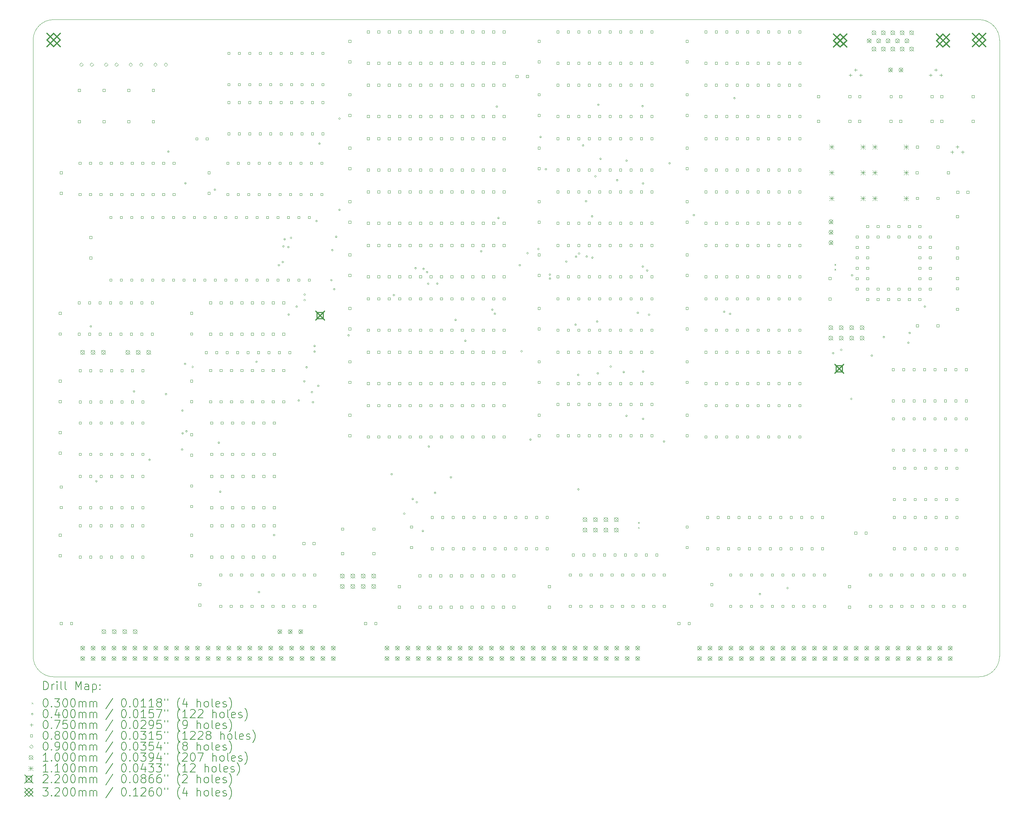
<source format=gbr>
%TF.GenerationSoftware,KiCad,Pcbnew,(6.0.11)*%
%TF.CreationDate,2024-01-15T09:12:35-05:00*%
%TF.ProjectId,input-output.GDC,696e7075-742d-46f7-9574-7075742e4744,rev?*%
%TF.SameCoordinates,Original*%
%TF.FileFunction,Drillmap*%
%TF.FilePolarity,Positive*%
%FSLAX45Y45*%
G04 Gerber Fmt 4.5, Leading zero omitted, Abs format (unit mm)*
G04 Created by KiCad (PCBNEW (6.0.11)) date 2024-01-15 09:12:35*
%MOMM*%
%LPD*%
G01*
G04 APERTURE LIST*
%ADD10C,0.050000*%
%ADD11C,0.200000*%
%ADD12C,0.030000*%
%ADD13C,0.040000*%
%ADD14C,0.075000*%
%ADD15C,0.080000*%
%ADD16C,0.090000*%
%ADD17C,0.100000*%
%ADD18C,0.110000*%
%ADD19C,0.220000*%
%ADD20C,0.320000*%
G04 APERTURE END LIST*
D10*
X3500000Y-7500000D02*
X3500000Y-22500000D01*
X4000000Y-23000000D02*
X26500000Y-23000000D01*
X27000000Y-22500000D02*
X27000000Y-7500000D01*
X26500000Y-7000000D02*
X4000000Y-7000000D01*
X27000000Y-7500000D02*
G75*
G03*
X26500000Y-7000000I-500000J0D01*
G01*
X3500000Y-22500000D02*
G75*
G03*
X4000000Y-23000000I500000J0D01*
G01*
X4000000Y-7000000D02*
G75*
G03*
X3500000Y-7500000I0J-500000D01*
G01*
X26500000Y-23000000D02*
G75*
G03*
X27000000Y-22500000I0J500000D01*
G01*
D11*
D12*
X18210000Y-19235000D02*
X18240000Y-19265000D01*
X18240000Y-19235000D02*
X18210000Y-19265000D01*
X18210000Y-19355000D02*
X18240000Y-19385000D01*
X18240000Y-19355000D02*
X18210000Y-19385000D01*
X22985000Y-12950000D02*
X23015000Y-12980000D01*
X23015000Y-12950000D02*
X22985000Y-12980000D01*
X22985000Y-13070000D02*
X23015000Y-13100000D01*
X23015000Y-13070000D02*
X22985000Y-13100000D01*
D13*
X4920320Y-14468990D02*
G75*
G03*
X4920320Y-14468990I-20000J0D01*
G01*
X5058030Y-18239100D02*
G75*
G03*
X5058030Y-18239100I-20000J0D01*
G01*
X5973350Y-16051020D02*
G75*
G03*
X5973350Y-16051020I-20000J0D01*
G01*
X6351350Y-17716540D02*
G75*
G03*
X6351350Y-17716540I-20000J0D01*
G01*
X6751950Y-16116880D02*
G75*
G03*
X6751950Y-16116880I-20000J0D01*
G01*
X6808860Y-10216030D02*
G75*
G03*
X6808860Y-10216030I-20000J0D01*
G01*
X7143110Y-17468490D02*
G75*
G03*
X7143110Y-17468490I-20000J0D01*
G01*
X7147640Y-16517710D02*
G75*
G03*
X7147640Y-16517710I-20000J0D01*
G01*
X7154820Y-17069950D02*
G75*
G03*
X7154820Y-17069950I-20000J0D01*
G01*
X7214470Y-15382110D02*
G75*
G03*
X7214470Y-15382110I-20000J0D01*
G01*
X7224620Y-10984060D02*
G75*
G03*
X7224620Y-10984060I-20000J0D01*
G01*
X7249670Y-17022130D02*
G75*
G03*
X7249670Y-17022130I-20000J0D01*
G01*
X7398150Y-15454960D02*
G75*
G03*
X7398150Y-15454960I-20000J0D01*
G01*
X7939760Y-11143680D02*
G75*
G03*
X7939760Y-11143680I-20000J0D01*
G01*
X8036710Y-17299800D02*
G75*
G03*
X8036710Y-17299800I-20000J0D01*
G01*
X8069250Y-18492450D02*
G75*
G03*
X8069250Y-18492450I-20000J0D01*
G01*
X8951960Y-15330760D02*
G75*
G03*
X8951960Y-15330760I-20000J0D01*
G01*
X9012360Y-20937540D02*
G75*
G03*
X9012360Y-20937540I-20000J0D01*
G01*
X9379640Y-19548410D02*
G75*
G03*
X9379640Y-19548410I-20000J0D01*
G01*
X9496040Y-12976590D02*
G75*
G03*
X9496040Y-12976590I-20000J0D01*
G01*
X9590940Y-12900700D02*
G75*
G03*
X9590940Y-12900700I-20000J0D01*
G01*
X9606960Y-12521420D02*
G75*
G03*
X9606960Y-12521420I-20000J0D01*
G01*
X9637170Y-12346820D02*
G75*
G03*
X9637170Y-12346820I-20000J0D01*
G01*
X9728720Y-12539150D02*
G75*
G03*
X9728720Y-12539150I-20000J0D01*
G01*
X9734230Y-14180090D02*
G75*
G03*
X9734230Y-14180090I-20000J0D01*
G01*
X9791090Y-12313800D02*
G75*
G03*
X9791090Y-12313800I-20000J0D01*
G01*
X9928190Y-13987530D02*
G75*
G03*
X9928190Y-13987530I-20000J0D01*
G01*
X9978510Y-16272950D02*
G75*
G03*
X9978510Y-16272950I-20000J0D01*
G01*
X10114440Y-15804360D02*
G75*
G03*
X10114440Y-15804360I-20000J0D01*
G01*
X10122590Y-13694700D02*
G75*
G03*
X10122590Y-13694700I-20000J0D01*
G01*
X10123550Y-13828420D02*
G75*
G03*
X10123550Y-13828420I-20000J0D01*
G01*
X10168900Y-15464620D02*
G75*
G03*
X10168900Y-15464620I-20000J0D01*
G01*
X10300650Y-16070360D02*
G75*
G03*
X10300650Y-16070360I-20000J0D01*
G01*
X10324610Y-16314400D02*
G75*
G03*
X10324610Y-16314400I-20000J0D01*
G01*
X10364730Y-14945760D02*
G75*
G03*
X10364730Y-14945760I-20000J0D01*
G01*
X10365420Y-15083580D02*
G75*
G03*
X10365420Y-15083580I-20000J0D01*
G01*
X10411120Y-11904800D02*
G75*
G03*
X10411120Y-11904800I-20000J0D01*
G01*
X10454680Y-15916200D02*
G75*
G03*
X10454680Y-15916200I-20000J0D01*
G01*
X10482760Y-10022710D02*
G75*
G03*
X10482760Y-10022710I-20000J0D01*
G01*
X10770900Y-13343800D02*
G75*
G03*
X10770900Y-13343800I-20000J0D01*
G01*
X10793720Y-12611690D02*
G75*
G03*
X10793720Y-12611690I-20000J0D01*
G01*
X10842110Y-13563870D02*
G75*
G03*
X10842110Y-13563870I-20000J0D01*
G01*
X10888830Y-12286150D02*
G75*
G03*
X10888830Y-12286150I-20000J0D01*
G01*
X10969200Y-11631950D02*
G75*
G03*
X10969200Y-11631950I-20000J0D01*
G01*
X10969380Y-9410180D02*
G75*
G03*
X10969380Y-9410180I-20000J0D01*
G01*
X11190330Y-14686500D02*
G75*
G03*
X11190330Y-14686500I-20000J0D01*
G01*
X12237640Y-18069120D02*
G75*
G03*
X12237640Y-18069120I-20000J0D01*
G01*
X12291980Y-13707560D02*
G75*
G03*
X12291980Y-13707560I-20000J0D01*
G01*
X12543940Y-19028830D02*
G75*
G03*
X12543940Y-19028830I-20000J0D01*
G01*
X12751180Y-18672150D02*
G75*
G03*
X12751180Y-18672150I-20000J0D01*
G01*
X12820170Y-13053160D02*
G75*
G03*
X12820170Y-13053160I-20000J0D01*
G01*
X12850550Y-18748530D02*
G75*
G03*
X12850550Y-18748530I-20000J0D01*
G01*
X12996710Y-19450670D02*
G75*
G03*
X12996710Y-19450670I-20000J0D01*
G01*
X13015060Y-13069410D02*
G75*
G03*
X13015060Y-13069410I-20000J0D01*
G01*
X13099150Y-13147900D02*
G75*
G03*
X13099150Y-13147900I-20000J0D01*
G01*
X13126490Y-13431060D02*
G75*
G03*
X13126490Y-13431060I-20000J0D01*
G01*
X13143260Y-17391880D02*
G75*
G03*
X13143260Y-17391880I-20000J0D01*
G01*
X13294500Y-18522330D02*
G75*
G03*
X13294500Y-18522330I-20000J0D01*
G01*
X13347750Y-13425240D02*
G75*
G03*
X13347750Y-13425240I-20000J0D01*
G01*
X13679090Y-18141650D02*
G75*
G03*
X13679090Y-18141650I-20000J0D01*
G01*
X13794120Y-14310210D02*
G75*
G03*
X13794120Y-14310210I-20000J0D01*
G01*
X14029680Y-14817860D02*
G75*
G03*
X14029680Y-14817860I-20000J0D01*
G01*
X14416190Y-12638960D02*
G75*
G03*
X14416190Y-12638960I-20000J0D01*
G01*
X14685580Y-14060490D02*
G75*
G03*
X14685580Y-14060490I-20000J0D01*
G01*
X14747050Y-14161420D02*
G75*
G03*
X14747050Y-14161420I-20000J0D01*
G01*
X14794530Y-9116890D02*
G75*
G03*
X14794530Y-9116890I-20000J0D01*
G01*
X14835600Y-11829990D02*
G75*
G03*
X14835600Y-11829990I-20000J0D01*
G01*
X15352510Y-12978610D02*
G75*
G03*
X15352510Y-12978610I-20000J0D01*
G01*
X15397360Y-15073830D02*
G75*
G03*
X15397360Y-15073830I-20000J0D01*
G01*
X15543180Y-12687600D02*
G75*
G03*
X15543180Y-12687600I-20000J0D01*
G01*
X15613290Y-17224530D02*
G75*
G03*
X15613290Y-17224530I-20000J0D01*
G01*
X15805840Y-12585210D02*
G75*
G03*
X15805840Y-12585210I-20000J0D01*
G01*
X15860410Y-9857500D02*
G75*
G03*
X15860410Y-9857500I-20000J0D01*
G01*
X15988240Y-10643610D02*
G75*
G03*
X15988240Y-10643610I-20000J0D01*
G01*
X16083620Y-13206000D02*
G75*
G03*
X16083620Y-13206000I-20000J0D01*
G01*
X16088000Y-13306420D02*
G75*
G03*
X16088000Y-13306420I-20000J0D01*
G01*
X16486470Y-12890150D02*
G75*
G03*
X16486470Y-12890150I-20000J0D01*
G01*
X16710480Y-14428410D02*
G75*
G03*
X16710480Y-14428410I-20000J0D01*
G01*
X16724220Y-12772110D02*
G75*
G03*
X16724220Y-12772110I-20000J0D01*
G01*
X16774480Y-15650330D02*
G75*
G03*
X16774480Y-15650330I-20000J0D01*
G01*
X16778370Y-18437060D02*
G75*
G03*
X16778370Y-18437060I-20000J0D01*
G01*
X16794850Y-12696340D02*
G75*
G03*
X16794850Y-12696340I-20000J0D01*
G01*
X16893750Y-10063210D02*
G75*
G03*
X16893750Y-10063210I-20000J0D01*
G01*
X16965090Y-11422210D02*
G75*
G03*
X16965090Y-11422210I-20000J0D01*
G01*
X16980960Y-12769230D02*
G75*
G03*
X16980960Y-12769230I-20000J0D01*
G01*
X17113170Y-11790740D02*
G75*
G03*
X17113170Y-11790740I-20000J0D01*
G01*
X17118910Y-12795030D02*
G75*
G03*
X17118910Y-12795030I-20000J0D01*
G01*
X17193140Y-10814570D02*
G75*
G03*
X17193140Y-10814570I-20000J0D01*
G01*
X17235830Y-14352510D02*
G75*
G03*
X17235830Y-14352510I-20000J0D01*
G01*
X17250070Y-15612320D02*
G75*
G03*
X17250070Y-15612320I-20000J0D01*
G01*
X17264960Y-9074510D02*
G75*
G03*
X17264960Y-9074510I-20000J0D01*
G01*
X17317250Y-10389940D02*
G75*
G03*
X17317250Y-10389940I-20000J0D01*
G01*
X17565530Y-15446620D02*
G75*
G03*
X17565530Y-15446620I-20000J0D01*
G01*
X17721590Y-10911180D02*
G75*
G03*
X17721590Y-10911180I-20000J0D01*
G01*
X17882590Y-15580510D02*
G75*
G03*
X17882590Y-15580510I-20000J0D01*
G01*
X17948180Y-16647010D02*
G75*
G03*
X17948180Y-16647010I-20000J0D01*
G01*
X17948710Y-10435020D02*
G75*
G03*
X17948710Y-10435020I-20000J0D01*
G01*
X18222940Y-14139280D02*
G75*
G03*
X18222940Y-14139280I-20000J0D01*
G01*
X18340220Y-9107750D02*
G75*
G03*
X18340220Y-9107750I-20000J0D01*
G01*
X18346160Y-13013050D02*
G75*
G03*
X18346160Y-13013050I-20000J0D01*
G01*
X18351300Y-10990230D02*
G75*
G03*
X18351300Y-10990230I-20000J0D01*
G01*
X18352270Y-16719550D02*
G75*
G03*
X18352270Y-16719550I-20000J0D01*
G01*
X18353010Y-15568440D02*
G75*
G03*
X18353010Y-15568440I-20000J0D01*
G01*
X18452100Y-13108030D02*
G75*
G03*
X18452100Y-13108030I-20000J0D01*
G01*
X18497420Y-14184310D02*
G75*
G03*
X18497420Y-14184310I-20000J0D01*
G01*
X18861120Y-17270590D02*
G75*
G03*
X18861120Y-17270590I-20000J0D01*
G01*
X18998380Y-10499480D02*
G75*
G03*
X18998380Y-10499480I-20000J0D01*
G01*
X19586340Y-11758090D02*
G75*
G03*
X19586340Y-11758090I-20000J0D01*
G01*
X20324820Y-14115170D02*
G75*
G03*
X20324820Y-14115170I-20000J0D01*
G01*
X20467670Y-14165960D02*
G75*
G03*
X20467670Y-14165960I-20000J0D01*
G01*
X20573430Y-8912390D02*
G75*
G03*
X20573430Y-8912390I-20000J0D01*
G01*
X21193440Y-20985300D02*
G75*
G03*
X21193440Y-20985300I-20000J0D01*
G01*
X21864500Y-20839560D02*
G75*
G03*
X21864500Y-20839560I-20000J0D01*
G01*
X22972660Y-15120490D02*
G75*
G03*
X22972660Y-15120490I-20000J0D01*
G01*
X23169920Y-15040340D02*
G75*
G03*
X23169920Y-15040340I-20000J0D01*
G01*
X23414080Y-16234270D02*
G75*
G03*
X23414080Y-16234270I-20000J0D01*
G01*
X23433830Y-13223510D02*
G75*
G03*
X23433830Y-13223510I-20000J0D01*
G01*
X23913840Y-15180750D02*
G75*
G03*
X23913840Y-15180750I-20000J0D01*
G01*
X24207000Y-14728770D02*
G75*
G03*
X24207000Y-14728770I-20000J0D01*
G01*
X24802430Y-14866540D02*
G75*
G03*
X24802430Y-14866540I-20000J0D01*
G01*
X24834180Y-14629000D02*
G75*
G03*
X24834180Y-14629000I-20000J0D01*
G01*
X25204740Y-13985600D02*
G75*
G03*
X25204740Y-13985600I-20000J0D01*
G01*
D14*
X23373000Y-8314500D02*
X23373000Y-8389500D01*
X23335500Y-8352000D02*
X23410500Y-8352000D01*
X23500000Y-8187500D02*
X23500000Y-8262500D01*
X23462500Y-8225000D02*
X23537500Y-8225000D01*
X23627000Y-8314500D02*
X23627000Y-8389500D01*
X23589500Y-8352000D02*
X23664500Y-8352000D01*
X25323000Y-8314500D02*
X25323000Y-8389500D01*
X25285500Y-8352000D02*
X25360500Y-8352000D01*
X25450000Y-8187500D02*
X25450000Y-8262500D01*
X25412500Y-8225000D02*
X25487500Y-8225000D01*
X25577000Y-8314500D02*
X25577000Y-8389500D01*
X25539500Y-8352000D02*
X25614500Y-8352000D01*
X25850000Y-10187500D02*
X25850000Y-10262500D01*
X25812500Y-10225000D02*
X25887500Y-10225000D01*
X25977000Y-10060500D02*
X25977000Y-10135500D01*
X25939500Y-10098000D02*
X26014500Y-10098000D01*
X26104000Y-10187500D02*
X26104000Y-10262500D01*
X26066500Y-10225000D02*
X26141500Y-10225000D01*
D15*
X4183284Y-14178284D02*
X4183284Y-14121715D01*
X4126715Y-14121715D01*
X4126715Y-14178284D01*
X4183284Y-14178284D01*
X4183284Y-14678284D02*
X4183284Y-14621715D01*
X4126715Y-14621715D01*
X4126715Y-14678284D01*
X4183284Y-14678284D01*
X4183284Y-15828284D02*
X4183284Y-15771715D01*
X4126715Y-15771715D01*
X4126715Y-15828284D01*
X4183284Y-15828284D01*
X4183284Y-16328284D02*
X4183284Y-16271715D01*
X4126715Y-16271715D01*
X4126715Y-16328284D01*
X4183284Y-16328284D01*
X4183284Y-17078285D02*
X4183284Y-17021716D01*
X4126715Y-17021716D01*
X4126715Y-17078285D01*
X4183284Y-17078285D01*
X4183284Y-17578285D02*
X4183284Y-17521716D01*
X4126715Y-17521716D01*
X4126715Y-17578285D01*
X4183284Y-17578285D01*
X4183284Y-19578285D02*
X4183284Y-19521716D01*
X4126715Y-19521716D01*
X4126715Y-19578285D01*
X4183284Y-19578285D01*
X4183284Y-20078285D02*
X4183284Y-20021716D01*
X4126715Y-20021716D01*
X4126715Y-20078285D01*
X4183284Y-20078285D01*
X4207775Y-21728285D02*
X4207775Y-21671716D01*
X4151205Y-21671716D01*
X4151205Y-21728285D01*
X4207775Y-21728285D01*
X4208285Y-10755285D02*
X4208285Y-10698716D01*
X4151715Y-10698716D01*
X4151715Y-10755285D01*
X4208285Y-10755285D01*
X4208285Y-11255284D02*
X4208285Y-11198715D01*
X4151715Y-11198715D01*
X4151715Y-11255284D01*
X4208285Y-11255284D01*
X4208285Y-18403285D02*
X4208285Y-18346716D01*
X4151715Y-18346716D01*
X4151715Y-18403285D01*
X4208285Y-18403285D01*
X4208285Y-18903285D02*
X4208285Y-18846716D01*
X4151715Y-18846716D01*
X4151715Y-18903285D01*
X4208285Y-18903285D01*
X4457775Y-21728285D02*
X4457775Y-21671716D01*
X4401206Y-21671716D01*
X4401206Y-21728285D01*
X4457775Y-21728285D01*
X4645785Y-13923284D02*
X4645785Y-13866715D01*
X4589216Y-13866715D01*
X4589216Y-13923284D01*
X4645785Y-13923284D01*
X4645785Y-14685284D02*
X4645785Y-14628715D01*
X4589216Y-14628715D01*
X4589216Y-14685284D01*
X4645785Y-14685284D01*
X4649285Y-8747285D02*
X4649285Y-8690716D01*
X4592716Y-8690716D01*
X4592716Y-8747285D01*
X4649285Y-8747285D01*
X4649285Y-9509285D02*
X4649285Y-9452716D01*
X4592716Y-9452716D01*
X4592716Y-9509285D01*
X4649285Y-9509285D01*
X4665785Y-10523285D02*
X4665785Y-10466716D01*
X4609216Y-10466716D01*
X4609216Y-10523285D01*
X4665785Y-10523285D01*
X4665785Y-11285284D02*
X4665785Y-11228715D01*
X4609216Y-11228715D01*
X4609216Y-11285284D01*
X4665785Y-11285284D01*
X4670785Y-15573284D02*
X4670785Y-15516715D01*
X4614216Y-15516715D01*
X4614216Y-15573284D01*
X4670785Y-15573284D01*
X4670785Y-16335284D02*
X4670785Y-16278715D01*
X4614216Y-16278715D01*
X4614216Y-16335284D01*
X4670785Y-16335284D01*
X4670785Y-16846285D02*
X4670785Y-16789716D01*
X4614216Y-16789716D01*
X4614216Y-16846285D01*
X4670785Y-16846285D01*
X4670785Y-17608285D02*
X4670785Y-17551716D01*
X4614216Y-17551716D01*
X4614216Y-17608285D01*
X4670785Y-17608285D01*
X4670785Y-18146285D02*
X4670785Y-18089716D01*
X4614216Y-18089716D01*
X4614216Y-18146285D01*
X4670785Y-18146285D01*
X4670785Y-18908285D02*
X4670785Y-18851716D01*
X4614216Y-18851716D01*
X4614216Y-18908285D01*
X4670785Y-18908285D01*
X4670785Y-19346285D02*
X4670785Y-19289716D01*
X4614216Y-19289716D01*
X4614216Y-19346285D01*
X4670785Y-19346285D01*
X4670785Y-20108285D02*
X4670785Y-20051716D01*
X4614216Y-20051716D01*
X4614216Y-20108285D01*
X4670785Y-20108285D01*
X4899785Y-13923284D02*
X4899785Y-13866715D01*
X4843216Y-13866715D01*
X4843216Y-13923284D01*
X4899785Y-13923284D01*
X4899785Y-14685284D02*
X4899785Y-14628715D01*
X4843216Y-14628715D01*
X4843216Y-14685284D01*
X4899785Y-14685284D01*
X4919785Y-10523285D02*
X4919785Y-10466716D01*
X4863216Y-10466716D01*
X4863216Y-10523285D01*
X4919785Y-10523285D01*
X4919785Y-11285284D02*
X4919785Y-11228715D01*
X4863216Y-11228715D01*
X4863216Y-11285284D01*
X4919785Y-11285284D01*
X4924785Y-15573284D02*
X4924785Y-15516715D01*
X4868216Y-15516715D01*
X4868216Y-15573284D01*
X4924785Y-15573284D01*
X4924785Y-16335284D02*
X4924785Y-16278715D01*
X4868216Y-16278715D01*
X4868216Y-16335284D01*
X4924785Y-16335284D01*
X4924785Y-16846285D02*
X4924785Y-16789716D01*
X4868216Y-16789716D01*
X4868216Y-16846285D01*
X4924785Y-16846285D01*
X4924785Y-17608285D02*
X4924785Y-17551716D01*
X4868216Y-17551716D01*
X4868216Y-17608285D01*
X4924785Y-17608285D01*
X4924785Y-18146285D02*
X4924785Y-18089716D01*
X4868216Y-18089716D01*
X4868216Y-18146285D01*
X4924785Y-18146285D01*
X4924785Y-18908285D02*
X4924785Y-18851716D01*
X4868216Y-18851716D01*
X4868216Y-18908285D01*
X4924785Y-18908285D01*
X4924785Y-19346285D02*
X4924785Y-19289716D01*
X4868216Y-19289716D01*
X4868216Y-19346285D01*
X4924785Y-19346285D01*
X4924785Y-20108285D02*
X4924785Y-20051716D01*
X4868216Y-20051716D01*
X4868216Y-20108285D01*
X4924785Y-20108285D01*
X4928285Y-12328284D02*
X4928285Y-12271715D01*
X4871716Y-12271715D01*
X4871716Y-12328284D01*
X4928285Y-12328284D01*
X4928285Y-12828284D02*
X4928285Y-12771715D01*
X4871716Y-12771715D01*
X4871716Y-12828284D01*
X4928285Y-12828284D01*
X5153785Y-13923284D02*
X5153785Y-13866715D01*
X5097216Y-13866715D01*
X5097216Y-13923284D01*
X5153785Y-13923284D01*
X5153785Y-14685284D02*
X5153785Y-14628715D01*
X5097216Y-14628715D01*
X5097216Y-14685284D01*
X5153785Y-14685284D01*
X5173785Y-10523285D02*
X5173785Y-10466716D01*
X5117216Y-10466716D01*
X5117216Y-10523285D01*
X5173785Y-10523285D01*
X5173785Y-11285284D02*
X5173785Y-11228715D01*
X5117216Y-11228715D01*
X5117216Y-11285284D01*
X5173785Y-11285284D01*
X5178785Y-15573284D02*
X5178785Y-15516715D01*
X5122216Y-15516715D01*
X5122216Y-15573284D01*
X5178785Y-15573284D01*
X5178785Y-16335284D02*
X5178785Y-16278715D01*
X5122216Y-16278715D01*
X5122216Y-16335284D01*
X5178785Y-16335284D01*
X5178785Y-16846285D02*
X5178785Y-16789716D01*
X5122216Y-16789716D01*
X5122216Y-16846285D01*
X5178785Y-16846285D01*
X5178785Y-17608285D02*
X5178785Y-17551716D01*
X5122216Y-17551716D01*
X5122216Y-17608285D01*
X5178785Y-17608285D01*
X5178785Y-18146285D02*
X5178785Y-18089716D01*
X5122216Y-18089716D01*
X5122216Y-18146285D01*
X5178785Y-18146285D01*
X5178785Y-18908285D02*
X5178785Y-18851716D01*
X5122216Y-18851716D01*
X5122216Y-18908285D01*
X5178785Y-18908285D01*
X5178785Y-19346285D02*
X5178785Y-19289716D01*
X5122216Y-19289716D01*
X5122216Y-19346285D01*
X5178785Y-19346285D01*
X5178785Y-20108285D02*
X5178785Y-20051716D01*
X5122216Y-20051716D01*
X5122216Y-20108285D01*
X5178785Y-20108285D01*
X5249285Y-8747285D02*
X5249285Y-8690716D01*
X5192716Y-8690716D01*
X5192716Y-8747285D01*
X5249285Y-8747285D01*
X5249285Y-9509285D02*
X5249285Y-9452716D01*
X5192716Y-9452716D01*
X5192716Y-9509285D01*
X5249285Y-9509285D01*
X5407785Y-13923284D02*
X5407785Y-13866715D01*
X5351216Y-13866715D01*
X5351216Y-13923284D01*
X5407785Y-13923284D01*
X5407785Y-14685284D02*
X5407785Y-14628715D01*
X5351216Y-14628715D01*
X5351216Y-14685284D01*
X5407785Y-14685284D01*
X5415785Y-11843784D02*
X5415785Y-11787215D01*
X5359216Y-11787215D01*
X5359216Y-11843784D01*
X5415785Y-11843784D01*
X5415785Y-13367784D02*
X5415785Y-13311215D01*
X5359216Y-13311215D01*
X5359216Y-13367784D01*
X5415785Y-13367784D01*
X5427785Y-10523285D02*
X5427785Y-10466716D01*
X5371216Y-10466716D01*
X5371216Y-10523285D01*
X5427785Y-10523285D01*
X5427785Y-11285284D02*
X5427785Y-11228715D01*
X5371216Y-11228715D01*
X5371216Y-11285284D01*
X5427785Y-11285284D01*
X5432785Y-15573284D02*
X5432785Y-15516715D01*
X5376216Y-15516715D01*
X5376216Y-15573284D01*
X5432785Y-15573284D01*
X5432785Y-16335284D02*
X5432785Y-16278715D01*
X5376216Y-16278715D01*
X5376216Y-16335284D01*
X5432785Y-16335284D01*
X5432785Y-16846285D02*
X5432785Y-16789716D01*
X5376216Y-16789716D01*
X5376216Y-16846285D01*
X5432785Y-16846285D01*
X5432785Y-17608285D02*
X5432785Y-17551716D01*
X5376216Y-17551716D01*
X5376216Y-17608285D01*
X5432785Y-17608285D01*
X5432785Y-18146285D02*
X5432785Y-18089716D01*
X5376216Y-18089716D01*
X5376216Y-18146285D01*
X5432785Y-18146285D01*
X5432785Y-18908285D02*
X5432785Y-18851716D01*
X5376216Y-18851716D01*
X5376216Y-18908285D01*
X5432785Y-18908285D01*
X5432785Y-19346285D02*
X5432785Y-19289716D01*
X5376216Y-19289716D01*
X5376216Y-19346285D01*
X5432785Y-19346285D01*
X5432785Y-20108285D02*
X5432785Y-20051716D01*
X5376216Y-20051716D01*
X5376216Y-20108285D01*
X5432785Y-20108285D01*
X5661784Y-13923284D02*
X5661784Y-13866715D01*
X5605215Y-13866715D01*
X5605215Y-13923284D01*
X5661784Y-13923284D01*
X5661784Y-14685284D02*
X5661784Y-14628715D01*
X5605215Y-14628715D01*
X5605215Y-14685284D01*
X5661784Y-14685284D01*
X5669784Y-11843784D02*
X5669784Y-11787215D01*
X5613215Y-11787215D01*
X5613215Y-11843784D01*
X5669784Y-11843784D01*
X5669784Y-13367784D02*
X5669784Y-13311215D01*
X5613215Y-13311215D01*
X5613215Y-13367784D01*
X5669784Y-13367784D01*
X5681784Y-10523285D02*
X5681784Y-10466716D01*
X5625215Y-10466716D01*
X5625215Y-10523285D01*
X5681784Y-10523285D01*
X5681784Y-11285284D02*
X5681784Y-11228715D01*
X5625215Y-11228715D01*
X5625215Y-11285284D01*
X5681784Y-11285284D01*
X5686784Y-15573284D02*
X5686784Y-15516715D01*
X5630215Y-15516715D01*
X5630215Y-15573284D01*
X5686784Y-15573284D01*
X5686784Y-16335284D02*
X5686784Y-16278715D01*
X5630215Y-16278715D01*
X5630215Y-16335284D01*
X5686784Y-16335284D01*
X5686784Y-16846285D02*
X5686784Y-16789716D01*
X5630215Y-16789716D01*
X5630215Y-16846285D01*
X5686784Y-16846285D01*
X5686784Y-17608285D02*
X5686784Y-17551716D01*
X5630215Y-17551716D01*
X5630215Y-17608285D01*
X5686784Y-17608285D01*
X5686784Y-18146285D02*
X5686784Y-18089716D01*
X5630215Y-18089716D01*
X5630215Y-18146285D01*
X5686784Y-18146285D01*
X5686784Y-18908285D02*
X5686784Y-18851716D01*
X5630215Y-18851716D01*
X5630215Y-18908285D01*
X5686784Y-18908285D01*
X5686784Y-19346285D02*
X5686784Y-19289716D01*
X5630215Y-19289716D01*
X5630215Y-19346285D01*
X5686784Y-19346285D01*
X5686784Y-20108285D02*
X5686784Y-20051716D01*
X5630215Y-20051716D01*
X5630215Y-20108285D01*
X5686784Y-20108285D01*
X5849284Y-8747285D02*
X5849284Y-8690716D01*
X5792715Y-8690716D01*
X5792715Y-8747285D01*
X5849284Y-8747285D01*
X5849284Y-9509285D02*
X5849284Y-9452716D01*
X5792715Y-9452716D01*
X5792715Y-9509285D01*
X5849284Y-9509285D01*
X5915784Y-13923284D02*
X5915784Y-13866715D01*
X5859215Y-13866715D01*
X5859215Y-13923284D01*
X5915784Y-13923284D01*
X5915784Y-14685284D02*
X5915784Y-14628715D01*
X5859215Y-14628715D01*
X5859215Y-14685284D01*
X5915784Y-14685284D01*
X5923784Y-11843784D02*
X5923784Y-11787215D01*
X5867215Y-11787215D01*
X5867215Y-11843784D01*
X5923784Y-11843784D01*
X5923784Y-13367784D02*
X5923784Y-13311215D01*
X5867215Y-13311215D01*
X5867215Y-13367784D01*
X5923784Y-13367784D01*
X5935784Y-10523285D02*
X5935784Y-10466716D01*
X5879215Y-10466716D01*
X5879215Y-10523285D01*
X5935784Y-10523285D01*
X5935784Y-11285284D02*
X5935784Y-11228715D01*
X5879215Y-11228715D01*
X5879215Y-11285284D01*
X5935784Y-11285284D01*
X5940784Y-15573284D02*
X5940784Y-15516715D01*
X5884215Y-15516715D01*
X5884215Y-15573284D01*
X5940784Y-15573284D01*
X5940784Y-16335284D02*
X5940784Y-16278715D01*
X5884215Y-16278715D01*
X5884215Y-16335284D01*
X5940784Y-16335284D01*
X5940784Y-16846285D02*
X5940784Y-16789716D01*
X5884215Y-16789716D01*
X5884215Y-16846285D01*
X5940784Y-16846285D01*
X5940784Y-17608285D02*
X5940784Y-17551716D01*
X5884215Y-17551716D01*
X5884215Y-17608285D01*
X5940784Y-17608285D01*
X5940784Y-18146285D02*
X5940784Y-18089716D01*
X5884215Y-18089716D01*
X5884215Y-18146285D01*
X5940784Y-18146285D01*
X5940784Y-18908285D02*
X5940784Y-18851716D01*
X5884215Y-18851716D01*
X5884215Y-18908285D01*
X5940784Y-18908285D01*
X5940784Y-19346285D02*
X5940784Y-19289716D01*
X5884215Y-19289716D01*
X5884215Y-19346285D01*
X5940784Y-19346285D01*
X5940784Y-20108285D02*
X5940784Y-20051716D01*
X5884215Y-20051716D01*
X5884215Y-20108285D01*
X5940784Y-20108285D01*
X6169784Y-13923284D02*
X6169784Y-13866715D01*
X6113215Y-13866715D01*
X6113215Y-13923284D01*
X6169784Y-13923284D01*
X6169784Y-14685284D02*
X6169784Y-14628715D01*
X6113215Y-14628715D01*
X6113215Y-14685284D01*
X6169784Y-14685284D01*
X6177784Y-11843784D02*
X6177784Y-11787215D01*
X6121215Y-11787215D01*
X6121215Y-11843784D01*
X6177784Y-11843784D01*
X6177784Y-13367784D02*
X6177784Y-13311215D01*
X6121215Y-13311215D01*
X6121215Y-13367784D01*
X6177784Y-13367784D01*
X6189784Y-10523285D02*
X6189784Y-10466716D01*
X6133215Y-10466716D01*
X6133215Y-10523285D01*
X6189784Y-10523285D01*
X6189784Y-11285284D02*
X6189784Y-11228715D01*
X6133215Y-11228715D01*
X6133215Y-11285284D01*
X6189784Y-11285284D01*
X6194784Y-15573284D02*
X6194784Y-15516715D01*
X6138215Y-15516715D01*
X6138215Y-15573284D01*
X6194784Y-15573284D01*
X6194784Y-16335284D02*
X6194784Y-16278715D01*
X6138215Y-16278715D01*
X6138215Y-16335284D01*
X6194784Y-16335284D01*
X6194784Y-16846285D02*
X6194784Y-16789716D01*
X6138215Y-16789716D01*
X6138215Y-16846285D01*
X6194784Y-16846285D01*
X6194784Y-17608285D02*
X6194784Y-17551716D01*
X6138215Y-17551716D01*
X6138215Y-17608285D01*
X6194784Y-17608285D01*
X6194784Y-18146285D02*
X6194784Y-18089716D01*
X6138215Y-18089716D01*
X6138215Y-18146285D01*
X6194784Y-18146285D01*
X6194784Y-18908285D02*
X6194784Y-18851716D01*
X6138215Y-18851716D01*
X6138215Y-18908285D01*
X6194784Y-18908285D01*
X6194784Y-19346285D02*
X6194784Y-19289716D01*
X6138215Y-19289716D01*
X6138215Y-19346285D01*
X6194784Y-19346285D01*
X6194784Y-20108285D02*
X6194784Y-20051716D01*
X6138215Y-20051716D01*
X6138215Y-20108285D01*
X6194784Y-20108285D01*
X6423784Y-13923284D02*
X6423784Y-13866715D01*
X6367215Y-13866715D01*
X6367215Y-13923284D01*
X6423784Y-13923284D01*
X6423784Y-14685284D02*
X6423784Y-14628715D01*
X6367215Y-14628715D01*
X6367215Y-14685284D01*
X6423784Y-14685284D01*
X6431784Y-11843784D02*
X6431784Y-11787215D01*
X6375215Y-11787215D01*
X6375215Y-11843784D01*
X6431784Y-11843784D01*
X6431784Y-13367784D02*
X6431784Y-13311215D01*
X6375215Y-13311215D01*
X6375215Y-13367784D01*
X6431784Y-13367784D01*
X6443784Y-10523285D02*
X6443784Y-10466716D01*
X6387215Y-10466716D01*
X6387215Y-10523285D01*
X6443784Y-10523285D01*
X6443784Y-11285284D02*
X6443784Y-11228715D01*
X6387215Y-11228715D01*
X6387215Y-11285284D01*
X6443784Y-11285284D01*
X6449284Y-8747285D02*
X6449284Y-8690716D01*
X6392715Y-8690716D01*
X6392715Y-8747285D01*
X6449284Y-8747285D01*
X6449284Y-9509285D02*
X6449284Y-9452716D01*
X6392715Y-9452716D01*
X6392715Y-9509285D01*
X6449284Y-9509285D01*
X6685784Y-11843784D02*
X6685784Y-11787215D01*
X6629215Y-11787215D01*
X6629215Y-11843784D01*
X6685784Y-11843784D01*
X6685784Y-13367784D02*
X6685784Y-13311215D01*
X6629215Y-13311215D01*
X6629215Y-13367784D01*
X6685784Y-13367784D01*
X6697784Y-10523285D02*
X6697784Y-10466716D01*
X6641215Y-10466716D01*
X6641215Y-10523285D01*
X6697784Y-10523285D01*
X6697784Y-11285284D02*
X6697784Y-11228715D01*
X6641215Y-11228715D01*
X6641215Y-11285284D01*
X6697784Y-11285284D01*
X6939784Y-11843784D02*
X6939784Y-11787215D01*
X6883215Y-11787215D01*
X6883215Y-11843784D01*
X6939784Y-11843784D01*
X6939784Y-13367784D02*
X6939784Y-13311215D01*
X6883215Y-13311215D01*
X6883215Y-13367784D01*
X6939784Y-13367784D01*
X6951784Y-10523285D02*
X6951784Y-10466716D01*
X6895215Y-10466716D01*
X6895215Y-10523285D01*
X6951784Y-10523285D01*
X6951784Y-11285284D02*
X6951784Y-11228715D01*
X6895215Y-11228715D01*
X6895215Y-11285284D01*
X6951784Y-11285284D01*
X7193784Y-11843784D02*
X7193784Y-11787215D01*
X7137215Y-11787215D01*
X7137215Y-11843784D01*
X7193784Y-11843784D01*
X7193784Y-13367784D02*
X7193784Y-13311215D01*
X7137215Y-13311215D01*
X7137215Y-13367784D01*
X7193784Y-13367784D01*
X7378284Y-14178284D02*
X7378284Y-14121715D01*
X7321715Y-14121715D01*
X7321715Y-14178284D01*
X7378284Y-14178284D01*
X7378284Y-14678284D02*
X7378284Y-14621715D01*
X7321715Y-14621715D01*
X7321715Y-14678284D01*
X7378284Y-14678284D01*
X7378284Y-15828284D02*
X7378284Y-15771715D01*
X7321715Y-15771715D01*
X7321715Y-15828284D01*
X7378284Y-15828284D01*
X7378284Y-16328284D02*
X7378284Y-16271715D01*
X7321715Y-16271715D01*
X7321715Y-16328284D01*
X7378284Y-16328284D01*
X7378284Y-17128285D02*
X7378284Y-17071716D01*
X7321715Y-17071716D01*
X7321715Y-17128285D01*
X7378284Y-17128285D01*
X7378284Y-17628285D02*
X7378284Y-17571716D01*
X7321715Y-17571716D01*
X7321715Y-17628285D01*
X7378284Y-17628285D01*
X7378284Y-18378285D02*
X7378284Y-18321716D01*
X7321715Y-18321716D01*
X7321715Y-18378285D01*
X7378284Y-18378285D01*
X7378284Y-18878285D02*
X7378284Y-18821716D01*
X7321715Y-18821716D01*
X7321715Y-18878285D01*
X7378284Y-18878285D01*
X7378284Y-19578285D02*
X7378284Y-19521716D01*
X7321715Y-19521716D01*
X7321715Y-19578285D01*
X7378284Y-19578285D01*
X7378284Y-20078285D02*
X7378284Y-20021716D01*
X7321715Y-20021716D01*
X7321715Y-20078285D01*
X7378284Y-20078285D01*
X7447784Y-11843784D02*
X7447784Y-11787215D01*
X7391215Y-11787215D01*
X7391215Y-11843784D01*
X7447784Y-11843784D01*
X7447784Y-13367784D02*
X7447784Y-13311215D01*
X7391215Y-13311215D01*
X7391215Y-13367784D01*
X7447784Y-13367784D01*
X7507774Y-9928285D02*
X7507774Y-9871716D01*
X7451205Y-9871716D01*
X7451205Y-9928285D01*
X7507774Y-9928285D01*
X7578284Y-20778285D02*
X7578284Y-20721716D01*
X7521715Y-20721716D01*
X7521715Y-20778285D01*
X7578284Y-20778285D01*
X7578284Y-21278285D02*
X7578284Y-21221716D01*
X7521715Y-21221716D01*
X7521715Y-21278285D01*
X7578284Y-21278285D01*
X7701784Y-11843784D02*
X7701784Y-11787215D01*
X7645215Y-11787215D01*
X7645215Y-11843784D01*
X7701784Y-11843784D01*
X7701784Y-13367784D02*
X7701784Y-13311215D01*
X7645215Y-13311215D01*
X7645215Y-13367784D01*
X7701784Y-13367784D01*
X7735784Y-15130284D02*
X7735784Y-15073715D01*
X7679215Y-15073715D01*
X7679215Y-15130284D01*
X7735784Y-15130284D01*
X7757774Y-9928285D02*
X7757774Y-9871716D01*
X7701205Y-9871716D01*
X7701205Y-9928285D01*
X7757774Y-9928285D01*
X7803284Y-10755285D02*
X7803284Y-10698716D01*
X7746715Y-10698716D01*
X7746715Y-10755285D01*
X7803284Y-10755285D01*
X7803284Y-11255284D02*
X7803284Y-11198715D01*
X7746715Y-11198715D01*
X7746715Y-11255284D01*
X7803284Y-11255284D01*
X7840784Y-13923284D02*
X7840784Y-13866715D01*
X7784215Y-13866715D01*
X7784215Y-13923284D01*
X7840784Y-13923284D01*
X7840784Y-14685284D02*
X7840784Y-14628715D01*
X7784215Y-14628715D01*
X7784215Y-14685284D01*
X7840784Y-14685284D01*
X7840784Y-15568284D02*
X7840784Y-15511715D01*
X7784215Y-15511715D01*
X7784215Y-15568284D01*
X7840784Y-15568284D01*
X7840784Y-16330284D02*
X7840784Y-16273715D01*
X7784215Y-16273715D01*
X7784215Y-16330284D01*
X7840784Y-16330284D01*
X7865784Y-16846285D02*
X7865784Y-16789716D01*
X7809215Y-16789716D01*
X7809215Y-16846285D01*
X7865784Y-16846285D01*
X7865784Y-17608285D02*
X7865784Y-17551716D01*
X7809215Y-17551716D01*
X7809215Y-17608285D01*
X7865784Y-17608285D01*
X7865784Y-18146285D02*
X7865784Y-18089716D01*
X7809215Y-18089716D01*
X7809215Y-18146285D01*
X7865784Y-18146285D01*
X7865784Y-18908285D02*
X7865784Y-18851716D01*
X7809215Y-18851716D01*
X7809215Y-18908285D01*
X7865784Y-18908285D01*
X7865784Y-19346285D02*
X7865784Y-19289716D01*
X7809215Y-19289716D01*
X7809215Y-19346285D01*
X7865784Y-19346285D01*
X7865784Y-20108285D02*
X7865784Y-20051716D01*
X7809215Y-20051716D01*
X7809215Y-20108285D01*
X7865784Y-20108285D01*
X7955784Y-11843784D02*
X7955784Y-11787215D01*
X7899215Y-11787215D01*
X7899215Y-11843784D01*
X7955784Y-11843784D01*
X7955784Y-13367784D02*
X7955784Y-13311215D01*
X7899215Y-13311215D01*
X7899215Y-13367784D01*
X7955784Y-13367784D01*
X7989784Y-15130284D02*
X7989784Y-15073715D01*
X7933215Y-15073715D01*
X7933215Y-15130284D01*
X7989784Y-15130284D01*
X8085784Y-20546285D02*
X8085784Y-20489716D01*
X8029215Y-20489716D01*
X8029215Y-20546285D01*
X8085784Y-20546285D01*
X8085784Y-21308285D02*
X8085784Y-21251716D01*
X8029215Y-21251716D01*
X8029215Y-21308285D01*
X8085784Y-21308285D01*
X8094784Y-13923284D02*
X8094784Y-13866715D01*
X8038215Y-13866715D01*
X8038215Y-13923284D01*
X8094784Y-13923284D01*
X8094784Y-14685284D02*
X8094784Y-14628715D01*
X8038215Y-14628715D01*
X8038215Y-14685284D01*
X8094784Y-14685284D01*
X8094784Y-15568284D02*
X8094784Y-15511715D01*
X8038215Y-15511715D01*
X8038215Y-15568284D01*
X8094784Y-15568284D01*
X8094784Y-16330284D02*
X8094784Y-16273715D01*
X8038215Y-16273715D01*
X8038215Y-16330284D01*
X8094784Y-16330284D01*
X8119784Y-16846285D02*
X8119784Y-16789716D01*
X8063215Y-16789716D01*
X8063215Y-16846285D01*
X8119784Y-16846285D01*
X8119784Y-17608285D02*
X8119784Y-17551716D01*
X8063215Y-17551716D01*
X8063215Y-17608285D01*
X8119784Y-17608285D01*
X8119784Y-18146285D02*
X8119784Y-18089716D01*
X8063215Y-18089716D01*
X8063215Y-18146285D01*
X8119784Y-18146285D01*
X8119784Y-18908285D02*
X8119784Y-18851716D01*
X8063215Y-18851716D01*
X8063215Y-18908285D01*
X8119784Y-18908285D01*
X8119784Y-19346285D02*
X8119784Y-19289716D01*
X8063215Y-19289716D01*
X8063215Y-19346285D01*
X8119784Y-19346285D01*
X8119784Y-20108285D02*
X8119784Y-20051716D01*
X8063215Y-20051716D01*
X8063215Y-20108285D01*
X8119784Y-20108285D01*
X8209784Y-11843784D02*
X8209784Y-11787215D01*
X8153215Y-11787215D01*
X8153215Y-11843784D01*
X8209784Y-11843784D01*
X8209784Y-13367784D02*
X8209784Y-13311215D01*
X8153215Y-13311215D01*
X8153215Y-13367784D01*
X8209784Y-13367784D01*
X8243784Y-15130284D02*
X8243784Y-15073715D01*
X8187215Y-15073715D01*
X8187215Y-15130284D01*
X8243784Y-15130284D01*
X8260784Y-10523285D02*
X8260784Y-10466716D01*
X8204215Y-10466716D01*
X8204215Y-10523285D01*
X8260784Y-10523285D01*
X8260784Y-11285284D02*
X8260784Y-11228715D01*
X8204215Y-11228715D01*
X8204215Y-11285284D01*
X8260784Y-11285284D01*
X8285784Y-7846284D02*
X8285784Y-7789715D01*
X8229215Y-7789715D01*
X8229215Y-7846284D01*
X8285784Y-7846284D01*
X8285784Y-8608285D02*
X8285784Y-8551716D01*
X8229215Y-8551716D01*
X8229215Y-8608285D01*
X8285784Y-8608285D01*
X8285784Y-9046285D02*
X8285784Y-8989716D01*
X8229215Y-8989716D01*
X8229215Y-9046285D01*
X8285784Y-9046285D01*
X8285784Y-9808285D02*
X8285784Y-9751716D01*
X8229215Y-9751716D01*
X8229215Y-9808285D01*
X8285784Y-9808285D01*
X8339784Y-20546285D02*
X8339784Y-20489716D01*
X8283215Y-20489716D01*
X8283215Y-20546285D01*
X8339784Y-20546285D01*
X8339784Y-21308285D02*
X8339784Y-21251716D01*
X8283215Y-21251716D01*
X8283215Y-21308285D01*
X8339784Y-21308285D01*
X8348784Y-13923284D02*
X8348784Y-13866715D01*
X8292215Y-13866715D01*
X8292215Y-13923284D01*
X8348784Y-13923284D01*
X8348784Y-14685284D02*
X8348784Y-14628715D01*
X8292215Y-14628715D01*
X8292215Y-14685284D01*
X8348784Y-14685284D01*
X8348784Y-15568284D02*
X8348784Y-15511715D01*
X8292215Y-15511715D01*
X8292215Y-15568284D01*
X8348784Y-15568284D01*
X8348784Y-16330284D02*
X8348784Y-16273715D01*
X8292215Y-16273715D01*
X8292215Y-16330284D01*
X8348784Y-16330284D01*
X8373784Y-16846285D02*
X8373784Y-16789716D01*
X8317215Y-16789716D01*
X8317215Y-16846285D01*
X8373784Y-16846285D01*
X8373784Y-17608285D02*
X8373784Y-17551716D01*
X8317215Y-17551716D01*
X8317215Y-17608285D01*
X8373784Y-17608285D01*
X8373784Y-18146285D02*
X8373784Y-18089716D01*
X8317215Y-18089716D01*
X8317215Y-18146285D01*
X8373784Y-18146285D01*
X8373784Y-18908285D02*
X8373784Y-18851716D01*
X8317215Y-18851716D01*
X8317215Y-18908285D01*
X8373784Y-18908285D01*
X8373784Y-19346285D02*
X8373784Y-19289716D01*
X8317215Y-19289716D01*
X8317215Y-19346285D01*
X8373784Y-19346285D01*
X8373784Y-20108285D02*
X8373784Y-20051716D01*
X8317215Y-20051716D01*
X8317215Y-20108285D01*
X8373784Y-20108285D01*
X8463785Y-11843784D02*
X8463785Y-11787215D01*
X8407216Y-11787215D01*
X8407216Y-11843784D01*
X8463785Y-11843784D01*
X8463785Y-13367784D02*
X8463785Y-13311215D01*
X8407216Y-13311215D01*
X8407216Y-13367784D01*
X8463785Y-13367784D01*
X8497785Y-15130284D02*
X8497785Y-15073715D01*
X8441216Y-15073715D01*
X8441216Y-15130284D01*
X8497785Y-15130284D01*
X8514785Y-10523285D02*
X8514785Y-10466716D01*
X8458216Y-10466716D01*
X8458216Y-10523285D01*
X8514785Y-10523285D01*
X8514785Y-11285284D02*
X8514785Y-11228715D01*
X8458216Y-11228715D01*
X8458216Y-11285284D01*
X8514785Y-11285284D01*
X8539785Y-7846284D02*
X8539785Y-7789715D01*
X8483216Y-7789715D01*
X8483216Y-7846284D01*
X8539785Y-7846284D01*
X8539785Y-8608285D02*
X8539785Y-8551716D01*
X8483216Y-8551716D01*
X8483216Y-8608285D01*
X8539785Y-8608285D01*
X8539785Y-9046285D02*
X8539785Y-8989716D01*
X8483216Y-8989716D01*
X8483216Y-9046285D01*
X8539785Y-9046285D01*
X8539785Y-9808285D02*
X8539785Y-9751716D01*
X8483216Y-9751716D01*
X8483216Y-9808285D01*
X8539785Y-9808285D01*
X8593785Y-20546285D02*
X8593785Y-20489716D01*
X8537216Y-20489716D01*
X8537216Y-20546285D01*
X8593785Y-20546285D01*
X8593785Y-21308285D02*
X8593785Y-21251716D01*
X8537216Y-21251716D01*
X8537216Y-21308285D01*
X8593785Y-21308285D01*
X8602785Y-13923284D02*
X8602785Y-13866715D01*
X8546216Y-13866715D01*
X8546216Y-13923284D01*
X8602785Y-13923284D01*
X8602785Y-14685284D02*
X8602785Y-14628715D01*
X8546216Y-14628715D01*
X8546216Y-14685284D01*
X8602785Y-14685284D01*
X8602785Y-15568284D02*
X8602785Y-15511715D01*
X8546216Y-15511715D01*
X8546216Y-15568284D01*
X8602785Y-15568284D01*
X8602785Y-16330284D02*
X8602785Y-16273715D01*
X8546216Y-16273715D01*
X8546216Y-16330284D01*
X8602785Y-16330284D01*
X8627785Y-16846285D02*
X8627785Y-16789716D01*
X8571216Y-16789716D01*
X8571216Y-16846285D01*
X8627785Y-16846285D01*
X8627785Y-17608285D02*
X8627785Y-17551716D01*
X8571216Y-17551716D01*
X8571216Y-17608285D01*
X8627785Y-17608285D01*
X8627785Y-18146285D02*
X8627785Y-18089716D01*
X8571216Y-18089716D01*
X8571216Y-18146285D01*
X8627785Y-18146285D01*
X8627785Y-18908285D02*
X8627785Y-18851716D01*
X8571216Y-18851716D01*
X8571216Y-18908285D01*
X8627785Y-18908285D01*
X8627785Y-19346285D02*
X8627785Y-19289716D01*
X8571216Y-19289716D01*
X8571216Y-19346285D01*
X8627785Y-19346285D01*
X8627785Y-20108285D02*
X8627785Y-20051716D01*
X8571216Y-20051716D01*
X8571216Y-20108285D01*
X8627785Y-20108285D01*
X8717785Y-11843784D02*
X8717785Y-11787215D01*
X8661216Y-11787215D01*
X8661216Y-11843784D01*
X8717785Y-11843784D01*
X8717785Y-13367784D02*
X8717785Y-13311215D01*
X8661216Y-13311215D01*
X8661216Y-13367784D01*
X8717785Y-13367784D01*
X8751785Y-15130284D02*
X8751785Y-15073715D01*
X8695216Y-15073715D01*
X8695216Y-15130284D01*
X8751785Y-15130284D01*
X8768785Y-10523285D02*
X8768785Y-10466716D01*
X8712216Y-10466716D01*
X8712216Y-10523285D01*
X8768785Y-10523285D01*
X8768785Y-11285284D02*
X8768785Y-11228715D01*
X8712216Y-11228715D01*
X8712216Y-11285284D01*
X8768785Y-11285284D01*
X8793785Y-7846284D02*
X8793785Y-7789715D01*
X8737216Y-7789715D01*
X8737216Y-7846284D01*
X8793785Y-7846284D01*
X8793785Y-8608285D02*
X8793785Y-8551716D01*
X8737216Y-8551716D01*
X8737216Y-8608285D01*
X8793785Y-8608285D01*
X8793785Y-9046285D02*
X8793785Y-8989716D01*
X8737216Y-8989716D01*
X8737216Y-9046285D01*
X8793785Y-9046285D01*
X8793785Y-9808285D02*
X8793785Y-9751716D01*
X8737216Y-9751716D01*
X8737216Y-9808285D01*
X8793785Y-9808285D01*
X8847785Y-20546285D02*
X8847785Y-20489716D01*
X8791216Y-20489716D01*
X8791216Y-20546285D01*
X8847785Y-20546285D01*
X8847785Y-21308285D02*
X8847785Y-21251716D01*
X8791216Y-21251716D01*
X8791216Y-21308285D01*
X8847785Y-21308285D01*
X8856785Y-13923284D02*
X8856785Y-13866715D01*
X8800216Y-13866715D01*
X8800216Y-13923284D01*
X8856785Y-13923284D01*
X8856785Y-14685284D02*
X8856785Y-14628715D01*
X8800216Y-14628715D01*
X8800216Y-14685284D01*
X8856785Y-14685284D01*
X8856785Y-15568284D02*
X8856785Y-15511715D01*
X8800216Y-15511715D01*
X8800216Y-15568284D01*
X8856785Y-15568284D01*
X8856785Y-16330284D02*
X8856785Y-16273715D01*
X8800216Y-16273715D01*
X8800216Y-16330284D01*
X8856785Y-16330284D01*
X8881785Y-16846285D02*
X8881785Y-16789716D01*
X8825216Y-16789716D01*
X8825216Y-16846285D01*
X8881785Y-16846285D01*
X8881785Y-17608285D02*
X8881785Y-17551716D01*
X8825216Y-17551716D01*
X8825216Y-17608285D01*
X8881785Y-17608285D01*
X8881785Y-18146285D02*
X8881785Y-18089716D01*
X8825216Y-18089716D01*
X8825216Y-18146285D01*
X8881785Y-18146285D01*
X8881785Y-18908285D02*
X8881785Y-18851716D01*
X8825216Y-18851716D01*
X8825216Y-18908285D01*
X8881785Y-18908285D01*
X8881785Y-19346285D02*
X8881785Y-19289716D01*
X8825216Y-19289716D01*
X8825216Y-19346285D01*
X8881785Y-19346285D01*
X8881785Y-20108285D02*
X8881785Y-20051716D01*
X8825216Y-20051716D01*
X8825216Y-20108285D01*
X8881785Y-20108285D01*
X8971785Y-11843784D02*
X8971785Y-11787215D01*
X8915216Y-11787215D01*
X8915216Y-11843784D01*
X8971785Y-11843784D01*
X8971785Y-13367784D02*
X8971785Y-13311215D01*
X8915216Y-13311215D01*
X8915216Y-13367784D01*
X8971785Y-13367784D01*
X9005785Y-15130284D02*
X9005785Y-15073715D01*
X8949216Y-15073715D01*
X8949216Y-15130284D01*
X9005785Y-15130284D01*
X9022785Y-10523285D02*
X9022785Y-10466716D01*
X8966216Y-10466716D01*
X8966216Y-10523285D01*
X9022785Y-10523285D01*
X9022785Y-11285284D02*
X9022785Y-11228715D01*
X8966216Y-11228715D01*
X8966216Y-11285284D01*
X9022785Y-11285284D01*
X9047785Y-7846284D02*
X9047785Y-7789715D01*
X8991216Y-7789715D01*
X8991216Y-7846284D01*
X9047785Y-7846284D01*
X9047785Y-8608285D02*
X9047785Y-8551716D01*
X8991216Y-8551716D01*
X8991216Y-8608285D01*
X9047785Y-8608285D01*
X9047785Y-9046285D02*
X9047785Y-8989716D01*
X8991216Y-8989716D01*
X8991216Y-9046285D01*
X9047785Y-9046285D01*
X9047785Y-9808285D02*
X9047785Y-9751716D01*
X8991216Y-9751716D01*
X8991216Y-9808285D01*
X9047785Y-9808285D01*
X9101785Y-20546285D02*
X9101785Y-20489716D01*
X9045216Y-20489716D01*
X9045216Y-20546285D01*
X9101785Y-20546285D01*
X9101785Y-21308285D02*
X9101785Y-21251716D01*
X9045216Y-21251716D01*
X9045216Y-21308285D01*
X9101785Y-21308285D01*
X9110785Y-13923284D02*
X9110785Y-13866715D01*
X9054216Y-13866715D01*
X9054216Y-13923284D01*
X9110785Y-13923284D01*
X9110785Y-14685284D02*
X9110785Y-14628715D01*
X9054216Y-14628715D01*
X9054216Y-14685284D01*
X9110785Y-14685284D01*
X9110785Y-15568284D02*
X9110785Y-15511715D01*
X9054216Y-15511715D01*
X9054216Y-15568284D01*
X9110785Y-15568284D01*
X9110785Y-16330284D02*
X9110785Y-16273715D01*
X9054216Y-16273715D01*
X9054216Y-16330284D01*
X9110785Y-16330284D01*
X9135785Y-16846285D02*
X9135785Y-16789716D01*
X9079216Y-16789716D01*
X9079216Y-16846285D01*
X9135785Y-16846285D01*
X9135785Y-17608285D02*
X9135785Y-17551716D01*
X9079216Y-17551716D01*
X9079216Y-17608285D01*
X9135785Y-17608285D01*
X9135785Y-18146285D02*
X9135785Y-18089716D01*
X9079216Y-18089716D01*
X9079216Y-18146285D01*
X9135785Y-18146285D01*
X9135785Y-18908285D02*
X9135785Y-18851716D01*
X9079216Y-18851716D01*
X9079216Y-18908285D01*
X9135785Y-18908285D01*
X9135785Y-19346285D02*
X9135785Y-19289716D01*
X9079216Y-19289716D01*
X9079216Y-19346285D01*
X9135785Y-19346285D01*
X9135785Y-20108285D02*
X9135785Y-20051716D01*
X9079216Y-20051716D01*
X9079216Y-20108285D01*
X9135785Y-20108285D01*
X9225785Y-11843784D02*
X9225785Y-11787215D01*
X9169216Y-11787215D01*
X9169216Y-11843784D01*
X9225785Y-11843784D01*
X9225785Y-13367784D02*
X9225785Y-13311215D01*
X9169216Y-13311215D01*
X9169216Y-13367784D01*
X9225785Y-13367784D01*
X9259785Y-15130284D02*
X9259785Y-15073715D01*
X9203216Y-15073715D01*
X9203216Y-15130284D01*
X9259785Y-15130284D01*
X9276785Y-10523285D02*
X9276785Y-10466716D01*
X9220216Y-10466716D01*
X9220216Y-10523285D01*
X9276785Y-10523285D01*
X9276785Y-11285284D02*
X9276785Y-11228715D01*
X9220216Y-11228715D01*
X9220216Y-11285284D01*
X9276785Y-11285284D01*
X9301785Y-7846284D02*
X9301785Y-7789715D01*
X9245216Y-7789715D01*
X9245216Y-7846284D01*
X9301785Y-7846284D01*
X9301785Y-8608285D02*
X9301785Y-8551716D01*
X9245216Y-8551716D01*
X9245216Y-8608285D01*
X9301785Y-8608285D01*
X9301785Y-9046285D02*
X9301785Y-8989716D01*
X9245216Y-8989716D01*
X9245216Y-9046285D01*
X9301785Y-9046285D01*
X9301785Y-9808285D02*
X9301785Y-9751716D01*
X9245216Y-9751716D01*
X9245216Y-9808285D01*
X9301785Y-9808285D01*
X9355785Y-20546285D02*
X9355785Y-20489716D01*
X9299216Y-20489716D01*
X9299216Y-20546285D01*
X9355785Y-20546285D01*
X9355785Y-21308285D02*
X9355785Y-21251716D01*
X9299216Y-21251716D01*
X9299216Y-21308285D01*
X9355785Y-21308285D01*
X9364785Y-13923284D02*
X9364785Y-13866715D01*
X9308216Y-13866715D01*
X9308216Y-13923284D01*
X9364785Y-13923284D01*
X9364785Y-14685284D02*
X9364785Y-14628715D01*
X9308216Y-14628715D01*
X9308216Y-14685284D01*
X9364785Y-14685284D01*
X9364785Y-15568284D02*
X9364785Y-15511715D01*
X9308216Y-15511715D01*
X9308216Y-15568284D01*
X9364785Y-15568284D01*
X9364785Y-16330284D02*
X9364785Y-16273715D01*
X9308216Y-16273715D01*
X9308216Y-16330284D01*
X9364785Y-16330284D01*
X9389785Y-16846285D02*
X9389785Y-16789716D01*
X9333216Y-16789716D01*
X9333216Y-16846285D01*
X9389785Y-16846285D01*
X9389785Y-17608285D02*
X9389785Y-17551716D01*
X9333216Y-17551716D01*
X9333216Y-17608285D01*
X9389785Y-17608285D01*
X9389785Y-18146285D02*
X9389785Y-18089716D01*
X9333216Y-18089716D01*
X9333216Y-18146285D01*
X9389785Y-18146285D01*
X9389785Y-18908285D02*
X9389785Y-18851716D01*
X9333216Y-18851716D01*
X9333216Y-18908285D01*
X9389785Y-18908285D01*
X9389785Y-19346285D02*
X9389785Y-19289716D01*
X9333216Y-19289716D01*
X9333216Y-19346285D01*
X9389785Y-19346285D01*
X9389785Y-20108285D02*
X9389785Y-20051716D01*
X9333216Y-20051716D01*
X9333216Y-20108285D01*
X9389785Y-20108285D01*
X9479785Y-11843784D02*
X9479785Y-11787215D01*
X9423216Y-11787215D01*
X9423216Y-11843784D01*
X9479785Y-11843784D01*
X9479785Y-13367784D02*
X9479785Y-13311215D01*
X9423216Y-13311215D01*
X9423216Y-13367784D01*
X9479785Y-13367784D01*
X9513785Y-15130284D02*
X9513785Y-15073715D01*
X9457216Y-15073715D01*
X9457216Y-15130284D01*
X9513785Y-15130284D01*
X9530785Y-10523285D02*
X9530785Y-10466716D01*
X9474216Y-10466716D01*
X9474216Y-10523285D01*
X9530785Y-10523285D01*
X9530785Y-11285284D02*
X9530785Y-11228715D01*
X9474216Y-11228715D01*
X9474216Y-11285284D01*
X9530785Y-11285284D01*
X9555785Y-7846284D02*
X9555785Y-7789715D01*
X9499216Y-7789715D01*
X9499216Y-7846284D01*
X9555785Y-7846284D01*
X9555785Y-8608285D02*
X9555785Y-8551716D01*
X9499216Y-8551716D01*
X9499216Y-8608285D01*
X9555785Y-8608285D01*
X9555785Y-9046285D02*
X9555785Y-8989716D01*
X9499216Y-8989716D01*
X9499216Y-9046285D01*
X9555785Y-9046285D01*
X9555785Y-9808285D02*
X9555785Y-9751716D01*
X9499216Y-9751716D01*
X9499216Y-9808285D01*
X9555785Y-9808285D01*
X9609785Y-20546285D02*
X9609785Y-20489716D01*
X9553216Y-20489716D01*
X9553216Y-20546285D01*
X9609785Y-20546285D01*
X9609785Y-21308285D02*
X9609785Y-21251716D01*
X9553216Y-21251716D01*
X9553216Y-21308285D01*
X9609785Y-21308285D01*
X9618785Y-13923284D02*
X9618785Y-13866715D01*
X9562216Y-13866715D01*
X9562216Y-13923284D01*
X9618785Y-13923284D01*
X9618785Y-14685284D02*
X9618785Y-14628715D01*
X9562216Y-14628715D01*
X9562216Y-14685284D01*
X9618785Y-14685284D01*
X9618785Y-15568284D02*
X9618785Y-15511715D01*
X9562216Y-15511715D01*
X9562216Y-15568284D01*
X9618785Y-15568284D01*
X9618785Y-16330284D02*
X9618785Y-16273715D01*
X9562216Y-16273715D01*
X9562216Y-16330284D01*
X9618785Y-16330284D01*
X9733785Y-11843784D02*
X9733785Y-11787215D01*
X9677216Y-11787215D01*
X9677216Y-11843784D01*
X9733785Y-11843784D01*
X9733785Y-13367784D02*
X9733785Y-13311215D01*
X9677216Y-13311215D01*
X9677216Y-13367784D01*
X9733785Y-13367784D01*
X9767785Y-15130284D02*
X9767785Y-15073715D01*
X9711216Y-15073715D01*
X9711216Y-15130284D01*
X9767785Y-15130284D01*
X9784785Y-10523285D02*
X9784785Y-10466716D01*
X9728216Y-10466716D01*
X9728216Y-10523285D01*
X9784785Y-10523285D01*
X9784785Y-11285284D02*
X9784785Y-11228715D01*
X9728216Y-11228715D01*
X9728216Y-11285284D01*
X9784785Y-11285284D01*
X9809785Y-7846284D02*
X9809785Y-7789715D01*
X9753216Y-7789715D01*
X9753216Y-7846284D01*
X9809785Y-7846284D01*
X9809785Y-8608285D02*
X9809785Y-8551716D01*
X9753216Y-8551716D01*
X9753216Y-8608285D01*
X9809785Y-8608285D01*
X9809785Y-9046285D02*
X9809785Y-8989716D01*
X9753216Y-8989716D01*
X9753216Y-9046285D01*
X9809785Y-9046285D01*
X9809785Y-9808285D02*
X9809785Y-9751716D01*
X9753216Y-9751716D01*
X9753216Y-9808285D01*
X9809785Y-9808285D01*
X9863785Y-20546285D02*
X9863785Y-20489716D01*
X9807216Y-20489716D01*
X9807216Y-20546285D01*
X9863785Y-20546285D01*
X9863785Y-21308285D02*
X9863785Y-21251716D01*
X9807216Y-21251716D01*
X9807216Y-21308285D01*
X9863785Y-21308285D01*
X9987785Y-11843784D02*
X9987785Y-11787215D01*
X9931216Y-11787215D01*
X9931216Y-11843784D01*
X9987785Y-11843784D01*
X9987785Y-13367784D02*
X9987785Y-13311215D01*
X9931216Y-13311215D01*
X9931216Y-13367784D01*
X9987785Y-13367784D01*
X10038785Y-10523285D02*
X10038785Y-10466716D01*
X9982216Y-10466716D01*
X9982216Y-10523285D01*
X10038785Y-10523285D01*
X10038785Y-11285284D02*
X10038785Y-11228715D01*
X9982216Y-11228715D01*
X9982216Y-11285284D01*
X10038785Y-11285284D01*
X10063785Y-7846284D02*
X10063785Y-7789715D01*
X10007216Y-7789715D01*
X10007216Y-7846284D01*
X10063785Y-7846284D01*
X10063785Y-8608285D02*
X10063785Y-8551716D01*
X10007216Y-8551716D01*
X10007216Y-8608285D01*
X10063785Y-8608285D01*
X10063785Y-9046285D02*
X10063785Y-8989716D01*
X10007216Y-8989716D01*
X10007216Y-9046285D01*
X10063785Y-9046285D01*
X10063785Y-9808285D02*
X10063785Y-9751716D01*
X10007216Y-9751716D01*
X10007216Y-9808285D01*
X10063785Y-9808285D01*
X10107775Y-19778285D02*
X10107775Y-19721716D01*
X10051206Y-19721716D01*
X10051206Y-19778285D01*
X10107775Y-19778285D01*
X10117785Y-20546285D02*
X10117785Y-20489716D01*
X10061216Y-20489716D01*
X10061216Y-20546285D01*
X10117785Y-20546285D01*
X10117785Y-21308285D02*
X10117785Y-21251716D01*
X10061216Y-21251716D01*
X10061216Y-21308285D01*
X10117785Y-21308285D01*
X10241785Y-11843784D02*
X10241785Y-11787215D01*
X10185216Y-11787215D01*
X10185216Y-11843784D01*
X10241785Y-11843784D01*
X10241785Y-13367784D02*
X10241785Y-13311215D01*
X10185216Y-13311215D01*
X10185216Y-13367784D01*
X10241785Y-13367784D01*
X10292785Y-10523285D02*
X10292785Y-10466716D01*
X10236216Y-10466716D01*
X10236216Y-10523285D01*
X10292785Y-10523285D01*
X10292785Y-11285284D02*
X10292785Y-11228715D01*
X10236216Y-11228715D01*
X10236216Y-11285284D01*
X10292785Y-11285284D01*
X10317785Y-7846284D02*
X10317785Y-7789715D01*
X10261216Y-7789715D01*
X10261216Y-7846284D01*
X10317785Y-7846284D01*
X10317785Y-8608285D02*
X10317785Y-8551716D01*
X10261216Y-8551716D01*
X10261216Y-8608285D01*
X10317785Y-8608285D01*
X10317785Y-9046285D02*
X10317785Y-8989716D01*
X10261216Y-8989716D01*
X10261216Y-9046285D01*
X10317785Y-9046285D01*
X10317785Y-9808285D02*
X10317785Y-9751716D01*
X10261216Y-9751716D01*
X10261216Y-9808285D01*
X10317785Y-9808285D01*
X10357775Y-19778285D02*
X10357775Y-19721716D01*
X10301206Y-19721716D01*
X10301206Y-19778285D01*
X10357775Y-19778285D01*
X10371785Y-20546285D02*
X10371785Y-20489716D01*
X10315216Y-20489716D01*
X10315216Y-20546285D01*
X10371785Y-20546285D01*
X10371785Y-21308285D02*
X10371785Y-21251716D01*
X10315216Y-21251716D01*
X10315216Y-21308285D01*
X10371785Y-21308285D01*
X10546785Y-10523285D02*
X10546785Y-10466716D01*
X10490216Y-10466716D01*
X10490216Y-10523285D01*
X10546785Y-10523285D01*
X10546785Y-11285284D02*
X10546785Y-11228715D01*
X10490216Y-11228715D01*
X10490216Y-11285284D01*
X10546785Y-11285284D01*
X10571785Y-7846284D02*
X10571785Y-7789715D01*
X10515216Y-7789715D01*
X10515216Y-7846284D01*
X10571785Y-7846284D01*
X10571785Y-8608285D02*
X10571785Y-8551716D01*
X10515216Y-8551716D01*
X10515216Y-8608285D01*
X10571785Y-8608285D01*
X10571785Y-9046285D02*
X10571785Y-8989716D01*
X10515216Y-8989716D01*
X10515216Y-9046285D01*
X10571785Y-9046285D01*
X10571785Y-9808285D02*
X10571785Y-9751716D01*
X10515216Y-9751716D01*
X10515216Y-9808285D01*
X10571785Y-9808285D01*
X11047285Y-19428285D02*
X11047285Y-19371716D01*
X10990716Y-19371716D01*
X10990716Y-19428285D01*
X11047285Y-19428285D01*
X11047285Y-20028285D02*
X11047285Y-19971716D01*
X10990716Y-19971716D01*
X10990716Y-20028285D01*
X11047285Y-20028285D01*
X11228284Y-7555284D02*
X11228284Y-7498715D01*
X11171716Y-7498715D01*
X11171716Y-7555284D01*
X11228284Y-7555284D01*
X11228284Y-8055284D02*
X11228284Y-7998715D01*
X11171716Y-7998715D01*
X11171716Y-8055284D01*
X11228284Y-8055284D01*
X11228284Y-8855285D02*
X11228284Y-8798716D01*
X11171716Y-8798716D01*
X11171716Y-8855285D01*
X11228284Y-8855285D01*
X11228284Y-9355285D02*
X11228284Y-9298716D01*
X11171716Y-9298716D01*
X11171716Y-9355285D01*
X11228284Y-9355285D01*
X11228284Y-10155285D02*
X11228284Y-10098716D01*
X11171716Y-10098716D01*
X11171716Y-10155285D01*
X11228284Y-10155285D01*
X11228284Y-10655285D02*
X11228284Y-10598716D01*
X11171716Y-10598716D01*
X11171716Y-10655285D01*
X11228284Y-10655285D01*
X11228284Y-11455284D02*
X11228284Y-11398715D01*
X11171716Y-11398715D01*
X11171716Y-11455284D01*
X11228284Y-11455284D01*
X11228284Y-11955284D02*
X11228284Y-11898715D01*
X11171716Y-11898715D01*
X11171716Y-11955284D01*
X11228284Y-11955284D01*
X11228284Y-12755284D02*
X11228284Y-12698715D01*
X11171716Y-12698715D01*
X11171716Y-12755284D01*
X11228284Y-12755284D01*
X11228284Y-13255284D02*
X11228284Y-13198715D01*
X11171716Y-13198715D01*
X11171716Y-13255284D01*
X11228284Y-13255284D01*
X11228284Y-14055284D02*
X11228284Y-13998715D01*
X11171716Y-13998715D01*
X11171716Y-14055284D01*
X11228284Y-14055284D01*
X11228284Y-14555284D02*
X11228284Y-14498715D01*
X11171716Y-14498715D01*
X11171716Y-14555284D01*
X11228284Y-14555284D01*
X11228284Y-15355284D02*
X11228284Y-15298715D01*
X11171716Y-15298715D01*
X11171716Y-15355284D01*
X11228284Y-15355284D01*
X11228284Y-15855284D02*
X11228284Y-15798715D01*
X11171716Y-15798715D01*
X11171716Y-15855284D01*
X11228284Y-15855284D01*
X11228284Y-16655284D02*
X11228284Y-16598715D01*
X11171716Y-16598715D01*
X11171716Y-16655284D01*
X11228284Y-16655284D01*
X11228284Y-17155285D02*
X11228284Y-17098716D01*
X11171716Y-17098716D01*
X11171716Y-17155285D01*
X11228284Y-17155285D01*
X11607774Y-21728285D02*
X11607774Y-21671716D01*
X11551205Y-21671716D01*
X11551205Y-21728285D01*
X11607774Y-21728285D01*
X11678284Y-7323284D02*
X11678284Y-7266715D01*
X11621715Y-7266715D01*
X11621715Y-7323284D01*
X11678284Y-7323284D01*
X11678284Y-8085284D02*
X11678284Y-8028715D01*
X11621715Y-8028715D01*
X11621715Y-8085284D01*
X11678284Y-8085284D01*
X11678284Y-8623285D02*
X11678284Y-8566716D01*
X11621715Y-8566716D01*
X11621715Y-8623285D01*
X11678284Y-8623285D01*
X11678284Y-9385285D02*
X11678284Y-9328716D01*
X11621715Y-9328716D01*
X11621715Y-9385285D01*
X11678284Y-9385285D01*
X11678284Y-9923285D02*
X11678284Y-9866716D01*
X11621715Y-9866716D01*
X11621715Y-9923285D01*
X11678284Y-9923285D01*
X11678284Y-10685285D02*
X11678284Y-10628716D01*
X11621715Y-10628716D01*
X11621715Y-10685285D01*
X11678284Y-10685285D01*
X11678284Y-11223284D02*
X11678284Y-11166716D01*
X11621715Y-11166716D01*
X11621715Y-11223284D01*
X11678284Y-11223284D01*
X11678284Y-11985284D02*
X11678284Y-11928715D01*
X11621715Y-11928715D01*
X11621715Y-11985284D01*
X11678284Y-11985284D01*
X11678284Y-12523284D02*
X11678284Y-12466715D01*
X11621715Y-12466715D01*
X11621715Y-12523284D01*
X11678284Y-12523284D01*
X11678284Y-13285284D02*
X11678284Y-13228715D01*
X11621715Y-13228715D01*
X11621715Y-13285284D01*
X11678284Y-13285284D01*
X11678284Y-13823284D02*
X11678284Y-13766715D01*
X11621715Y-13766715D01*
X11621715Y-13823284D01*
X11678284Y-13823284D01*
X11678284Y-14585284D02*
X11678284Y-14528715D01*
X11621715Y-14528715D01*
X11621715Y-14585284D01*
X11678284Y-14585284D01*
X11678284Y-15123284D02*
X11678284Y-15066715D01*
X11621715Y-15066715D01*
X11621715Y-15123284D01*
X11678284Y-15123284D01*
X11678284Y-15885284D02*
X11678284Y-15828715D01*
X11621715Y-15828715D01*
X11621715Y-15885284D01*
X11678284Y-15885284D01*
X11678284Y-16423284D02*
X11678284Y-16366715D01*
X11621715Y-16366715D01*
X11621715Y-16423284D01*
X11678284Y-16423284D01*
X11678284Y-17185285D02*
X11678284Y-17128716D01*
X11621715Y-17128716D01*
X11621715Y-17185285D01*
X11678284Y-17185285D01*
X11809284Y-19428285D02*
X11809284Y-19371716D01*
X11752715Y-19371716D01*
X11752715Y-19428285D01*
X11809284Y-19428285D01*
X11809284Y-20028285D02*
X11809284Y-19971716D01*
X11752715Y-19971716D01*
X11752715Y-20028285D01*
X11809284Y-20028285D01*
X11857774Y-21728285D02*
X11857774Y-21671716D01*
X11801205Y-21671716D01*
X11801205Y-21728285D01*
X11857774Y-21728285D01*
X11932284Y-7323284D02*
X11932284Y-7266715D01*
X11875715Y-7266715D01*
X11875715Y-7323284D01*
X11932284Y-7323284D01*
X11932284Y-8085284D02*
X11932284Y-8028715D01*
X11875715Y-8028715D01*
X11875715Y-8085284D01*
X11932284Y-8085284D01*
X11932284Y-8623285D02*
X11932284Y-8566716D01*
X11875715Y-8566716D01*
X11875715Y-8623285D01*
X11932284Y-8623285D01*
X11932284Y-9385285D02*
X11932284Y-9328716D01*
X11875715Y-9328716D01*
X11875715Y-9385285D01*
X11932284Y-9385285D01*
X11932284Y-9923285D02*
X11932284Y-9866716D01*
X11875715Y-9866716D01*
X11875715Y-9923285D01*
X11932284Y-9923285D01*
X11932284Y-10685285D02*
X11932284Y-10628716D01*
X11875715Y-10628716D01*
X11875715Y-10685285D01*
X11932284Y-10685285D01*
X11932284Y-11223284D02*
X11932284Y-11166716D01*
X11875715Y-11166716D01*
X11875715Y-11223284D01*
X11932284Y-11223284D01*
X11932284Y-11985284D02*
X11932284Y-11928715D01*
X11875715Y-11928715D01*
X11875715Y-11985284D01*
X11932284Y-11985284D01*
X11932284Y-12523284D02*
X11932284Y-12466715D01*
X11875715Y-12466715D01*
X11875715Y-12523284D01*
X11932284Y-12523284D01*
X11932284Y-13285284D02*
X11932284Y-13228715D01*
X11875715Y-13228715D01*
X11875715Y-13285284D01*
X11932284Y-13285284D01*
X11932284Y-13823284D02*
X11932284Y-13766715D01*
X11875715Y-13766715D01*
X11875715Y-13823284D01*
X11932284Y-13823284D01*
X11932284Y-14585284D02*
X11932284Y-14528715D01*
X11875715Y-14528715D01*
X11875715Y-14585284D01*
X11932284Y-14585284D01*
X11932284Y-15123284D02*
X11932284Y-15066715D01*
X11875715Y-15066715D01*
X11875715Y-15123284D01*
X11932284Y-15123284D01*
X11932284Y-15885284D02*
X11932284Y-15828715D01*
X11875715Y-15828715D01*
X11875715Y-15885284D01*
X11932284Y-15885284D01*
X11932284Y-16423284D02*
X11932284Y-16366715D01*
X11875715Y-16366715D01*
X11875715Y-16423284D01*
X11932284Y-16423284D01*
X11932284Y-17185285D02*
X11932284Y-17128716D01*
X11875715Y-17128716D01*
X11875715Y-17185285D01*
X11932284Y-17185285D01*
X12186284Y-7323284D02*
X12186284Y-7266715D01*
X12129715Y-7266715D01*
X12129715Y-7323284D01*
X12186284Y-7323284D01*
X12186284Y-8085284D02*
X12186284Y-8028715D01*
X12129715Y-8028715D01*
X12129715Y-8085284D01*
X12186284Y-8085284D01*
X12186284Y-8623285D02*
X12186284Y-8566716D01*
X12129715Y-8566716D01*
X12129715Y-8623285D01*
X12186284Y-8623285D01*
X12186284Y-9385285D02*
X12186284Y-9328716D01*
X12129715Y-9328716D01*
X12129715Y-9385285D01*
X12186284Y-9385285D01*
X12186284Y-9923285D02*
X12186284Y-9866716D01*
X12129715Y-9866716D01*
X12129715Y-9923285D01*
X12186284Y-9923285D01*
X12186284Y-10685285D02*
X12186284Y-10628716D01*
X12129715Y-10628716D01*
X12129715Y-10685285D01*
X12186284Y-10685285D01*
X12186284Y-11223284D02*
X12186284Y-11166716D01*
X12129715Y-11166716D01*
X12129715Y-11223284D01*
X12186284Y-11223284D01*
X12186284Y-11985284D02*
X12186284Y-11928715D01*
X12129715Y-11928715D01*
X12129715Y-11985284D01*
X12186284Y-11985284D01*
X12186284Y-12523284D02*
X12186284Y-12466715D01*
X12129715Y-12466715D01*
X12129715Y-12523284D01*
X12186284Y-12523284D01*
X12186284Y-13285284D02*
X12186284Y-13228715D01*
X12129715Y-13228715D01*
X12129715Y-13285284D01*
X12186284Y-13285284D01*
X12186284Y-13823284D02*
X12186284Y-13766715D01*
X12129715Y-13766715D01*
X12129715Y-13823284D01*
X12186284Y-13823284D01*
X12186284Y-14585284D02*
X12186284Y-14528715D01*
X12129715Y-14528715D01*
X12129715Y-14585284D01*
X12186284Y-14585284D01*
X12186284Y-15123284D02*
X12186284Y-15066715D01*
X12129715Y-15066715D01*
X12129715Y-15123284D01*
X12186284Y-15123284D01*
X12186284Y-15885284D02*
X12186284Y-15828715D01*
X12129715Y-15828715D01*
X12129715Y-15885284D01*
X12186284Y-15885284D01*
X12186284Y-16423284D02*
X12186284Y-16366715D01*
X12129715Y-16366715D01*
X12129715Y-16423284D01*
X12186284Y-16423284D01*
X12186284Y-17185285D02*
X12186284Y-17128716D01*
X12129715Y-17128716D01*
X12129715Y-17185285D01*
X12186284Y-17185285D01*
X12428284Y-20828285D02*
X12428284Y-20771716D01*
X12371715Y-20771716D01*
X12371715Y-20828285D01*
X12428284Y-20828285D01*
X12428284Y-21328285D02*
X12428284Y-21271716D01*
X12371715Y-21271716D01*
X12371715Y-21328285D01*
X12428284Y-21328285D01*
X12440284Y-7323284D02*
X12440284Y-7266715D01*
X12383715Y-7266715D01*
X12383715Y-7323284D01*
X12440284Y-7323284D01*
X12440284Y-8085284D02*
X12440284Y-8028715D01*
X12383715Y-8028715D01*
X12383715Y-8085284D01*
X12440284Y-8085284D01*
X12440284Y-8623285D02*
X12440284Y-8566716D01*
X12383715Y-8566716D01*
X12383715Y-8623285D01*
X12440284Y-8623285D01*
X12440284Y-9385285D02*
X12440284Y-9328716D01*
X12383715Y-9328716D01*
X12383715Y-9385285D01*
X12440284Y-9385285D01*
X12440284Y-9923285D02*
X12440284Y-9866716D01*
X12383715Y-9866716D01*
X12383715Y-9923285D01*
X12440284Y-9923285D01*
X12440284Y-10685285D02*
X12440284Y-10628716D01*
X12383715Y-10628716D01*
X12383715Y-10685285D01*
X12440284Y-10685285D01*
X12440284Y-11223284D02*
X12440284Y-11166716D01*
X12383715Y-11166716D01*
X12383715Y-11223284D01*
X12440284Y-11223284D01*
X12440284Y-11985284D02*
X12440284Y-11928715D01*
X12383715Y-11928715D01*
X12383715Y-11985284D01*
X12440284Y-11985284D01*
X12440284Y-12523284D02*
X12440284Y-12466715D01*
X12383715Y-12466715D01*
X12383715Y-12523284D01*
X12440284Y-12523284D01*
X12440284Y-13285284D02*
X12440284Y-13228715D01*
X12383715Y-13228715D01*
X12383715Y-13285284D01*
X12440284Y-13285284D01*
X12440284Y-13823284D02*
X12440284Y-13766715D01*
X12383715Y-13766715D01*
X12383715Y-13823284D01*
X12440284Y-13823284D01*
X12440284Y-14585284D02*
X12440284Y-14528715D01*
X12383715Y-14528715D01*
X12383715Y-14585284D01*
X12440284Y-14585284D01*
X12440284Y-15123284D02*
X12440284Y-15066715D01*
X12383715Y-15066715D01*
X12383715Y-15123284D01*
X12440284Y-15123284D01*
X12440284Y-15885284D02*
X12440284Y-15828715D01*
X12383715Y-15828715D01*
X12383715Y-15885284D01*
X12440284Y-15885284D01*
X12440284Y-16423284D02*
X12440284Y-16366715D01*
X12383715Y-16366715D01*
X12383715Y-16423284D01*
X12440284Y-16423284D01*
X12440284Y-17185285D02*
X12440284Y-17128716D01*
X12383715Y-17128716D01*
X12383715Y-17185285D01*
X12440284Y-17185285D01*
X12694284Y-7323284D02*
X12694284Y-7266715D01*
X12637715Y-7266715D01*
X12637715Y-7323284D01*
X12694284Y-7323284D01*
X12694284Y-8085284D02*
X12694284Y-8028715D01*
X12637715Y-8028715D01*
X12637715Y-8085284D01*
X12694284Y-8085284D01*
X12694284Y-8623285D02*
X12694284Y-8566716D01*
X12637715Y-8566716D01*
X12637715Y-8623285D01*
X12694284Y-8623285D01*
X12694284Y-9385285D02*
X12694284Y-9328716D01*
X12637715Y-9328716D01*
X12637715Y-9385285D01*
X12694284Y-9385285D01*
X12694284Y-9923285D02*
X12694284Y-9866716D01*
X12637715Y-9866716D01*
X12637715Y-9923285D01*
X12694284Y-9923285D01*
X12694284Y-10685285D02*
X12694284Y-10628716D01*
X12637715Y-10628716D01*
X12637715Y-10685285D01*
X12694284Y-10685285D01*
X12694284Y-11223284D02*
X12694284Y-11166716D01*
X12637715Y-11166716D01*
X12637715Y-11223284D01*
X12694284Y-11223284D01*
X12694284Y-11985284D02*
X12694284Y-11928715D01*
X12637715Y-11928715D01*
X12637715Y-11985284D01*
X12694284Y-11985284D01*
X12694284Y-12523284D02*
X12694284Y-12466715D01*
X12637715Y-12466715D01*
X12637715Y-12523284D01*
X12694284Y-12523284D01*
X12694284Y-13285284D02*
X12694284Y-13228715D01*
X12637715Y-13228715D01*
X12637715Y-13285284D01*
X12694284Y-13285284D01*
X12694284Y-13823284D02*
X12694284Y-13766715D01*
X12637715Y-13766715D01*
X12637715Y-13823284D01*
X12694284Y-13823284D01*
X12694284Y-14585284D02*
X12694284Y-14528715D01*
X12637715Y-14528715D01*
X12637715Y-14585284D01*
X12694284Y-14585284D01*
X12694284Y-15123284D02*
X12694284Y-15066715D01*
X12637715Y-15066715D01*
X12637715Y-15123284D01*
X12694284Y-15123284D01*
X12694284Y-15885284D02*
X12694284Y-15828715D01*
X12637715Y-15828715D01*
X12637715Y-15885284D01*
X12694284Y-15885284D01*
X12694284Y-16423284D02*
X12694284Y-16366715D01*
X12637715Y-16366715D01*
X12637715Y-16423284D01*
X12694284Y-16423284D01*
X12694284Y-17185285D02*
X12694284Y-17128716D01*
X12637715Y-17128716D01*
X12637715Y-17185285D01*
X12694284Y-17185285D01*
X12728284Y-19378285D02*
X12728284Y-19321716D01*
X12671715Y-19321716D01*
X12671715Y-19378285D01*
X12728284Y-19378285D01*
X12728284Y-19878285D02*
X12728284Y-19821716D01*
X12671715Y-19821716D01*
X12671715Y-19878285D01*
X12728284Y-19878285D01*
X12928284Y-20566285D02*
X12928284Y-20509716D01*
X12871715Y-20509716D01*
X12871715Y-20566285D01*
X12928284Y-20566285D01*
X12928284Y-21328285D02*
X12928284Y-21271716D01*
X12871715Y-21271716D01*
X12871715Y-21328285D01*
X12928284Y-21328285D01*
X12948284Y-7323284D02*
X12948284Y-7266715D01*
X12891715Y-7266715D01*
X12891715Y-7323284D01*
X12948284Y-7323284D01*
X12948284Y-8085284D02*
X12948284Y-8028715D01*
X12891715Y-8028715D01*
X12891715Y-8085284D01*
X12948284Y-8085284D01*
X12948284Y-8623285D02*
X12948284Y-8566716D01*
X12891715Y-8566716D01*
X12891715Y-8623285D01*
X12948284Y-8623285D01*
X12948284Y-9385285D02*
X12948284Y-9328716D01*
X12891715Y-9328716D01*
X12891715Y-9385285D01*
X12948284Y-9385285D01*
X12948284Y-9923285D02*
X12948284Y-9866716D01*
X12891715Y-9866716D01*
X12891715Y-9923285D01*
X12948284Y-9923285D01*
X12948284Y-10685285D02*
X12948284Y-10628716D01*
X12891715Y-10628716D01*
X12891715Y-10685285D01*
X12948284Y-10685285D01*
X12948284Y-11223284D02*
X12948284Y-11166716D01*
X12891715Y-11166716D01*
X12891715Y-11223284D01*
X12948284Y-11223284D01*
X12948284Y-11985284D02*
X12948284Y-11928715D01*
X12891715Y-11928715D01*
X12891715Y-11985284D01*
X12948284Y-11985284D01*
X12948284Y-12523284D02*
X12948284Y-12466715D01*
X12891715Y-12466715D01*
X12891715Y-12523284D01*
X12948284Y-12523284D01*
X12948284Y-13285284D02*
X12948284Y-13228715D01*
X12891715Y-13228715D01*
X12891715Y-13285284D01*
X12948284Y-13285284D01*
X12948284Y-13823284D02*
X12948284Y-13766715D01*
X12891715Y-13766715D01*
X12891715Y-13823284D01*
X12948284Y-13823284D01*
X12948284Y-14585284D02*
X12948284Y-14528715D01*
X12891715Y-14528715D01*
X12891715Y-14585284D01*
X12948284Y-14585284D01*
X12948284Y-15123284D02*
X12948284Y-15066715D01*
X12891715Y-15066715D01*
X12891715Y-15123284D01*
X12948284Y-15123284D01*
X12948284Y-15885284D02*
X12948284Y-15828715D01*
X12891715Y-15828715D01*
X12891715Y-15885284D01*
X12948284Y-15885284D01*
X12948284Y-16423284D02*
X12948284Y-16366715D01*
X12891715Y-16366715D01*
X12891715Y-16423284D01*
X12948284Y-16423284D01*
X12948284Y-17185285D02*
X12948284Y-17128716D01*
X12891715Y-17128716D01*
X12891715Y-17185285D01*
X12948284Y-17185285D01*
X13182284Y-20566285D02*
X13182284Y-20509716D01*
X13125715Y-20509716D01*
X13125715Y-20566285D01*
X13182284Y-20566285D01*
X13182284Y-21328285D02*
X13182284Y-21271716D01*
X13125715Y-21271716D01*
X13125715Y-21328285D01*
X13182284Y-21328285D01*
X13202284Y-7323284D02*
X13202284Y-7266715D01*
X13145715Y-7266715D01*
X13145715Y-7323284D01*
X13202284Y-7323284D01*
X13202284Y-8085284D02*
X13202284Y-8028715D01*
X13145715Y-8028715D01*
X13145715Y-8085284D01*
X13202284Y-8085284D01*
X13202284Y-8623285D02*
X13202284Y-8566716D01*
X13145715Y-8566716D01*
X13145715Y-8623285D01*
X13202284Y-8623285D01*
X13202284Y-9385285D02*
X13202284Y-9328716D01*
X13145715Y-9328716D01*
X13145715Y-9385285D01*
X13202284Y-9385285D01*
X13202284Y-9923285D02*
X13202284Y-9866716D01*
X13145715Y-9866716D01*
X13145715Y-9923285D01*
X13202284Y-9923285D01*
X13202284Y-10685285D02*
X13202284Y-10628716D01*
X13145715Y-10628716D01*
X13145715Y-10685285D01*
X13202284Y-10685285D01*
X13202284Y-11223284D02*
X13202284Y-11166716D01*
X13145715Y-11166716D01*
X13145715Y-11223284D01*
X13202284Y-11223284D01*
X13202284Y-11985284D02*
X13202284Y-11928715D01*
X13145715Y-11928715D01*
X13145715Y-11985284D01*
X13202284Y-11985284D01*
X13202284Y-12523284D02*
X13202284Y-12466715D01*
X13145715Y-12466715D01*
X13145715Y-12523284D01*
X13202284Y-12523284D01*
X13202284Y-13285284D02*
X13202284Y-13228715D01*
X13145715Y-13228715D01*
X13145715Y-13285284D01*
X13202284Y-13285284D01*
X13202284Y-13823284D02*
X13202284Y-13766715D01*
X13145715Y-13766715D01*
X13145715Y-13823284D01*
X13202284Y-13823284D01*
X13202284Y-14585284D02*
X13202284Y-14528715D01*
X13145715Y-14528715D01*
X13145715Y-14585284D01*
X13202284Y-14585284D01*
X13202284Y-15123284D02*
X13202284Y-15066715D01*
X13145715Y-15066715D01*
X13145715Y-15123284D01*
X13202284Y-15123284D01*
X13202284Y-15885284D02*
X13202284Y-15828715D01*
X13145715Y-15828715D01*
X13145715Y-15885284D01*
X13202284Y-15885284D01*
X13202284Y-16423284D02*
X13202284Y-16366715D01*
X13145715Y-16366715D01*
X13145715Y-16423284D01*
X13202284Y-16423284D01*
X13202284Y-17185285D02*
X13202284Y-17128716D01*
X13145715Y-17128716D01*
X13145715Y-17185285D01*
X13202284Y-17185285D01*
X13230784Y-19146285D02*
X13230784Y-19089716D01*
X13174215Y-19089716D01*
X13174215Y-19146285D01*
X13230784Y-19146285D01*
X13230784Y-19908285D02*
X13230784Y-19851716D01*
X13174215Y-19851716D01*
X13174215Y-19908285D01*
X13230784Y-19908285D01*
X13436284Y-20566285D02*
X13436284Y-20509716D01*
X13379715Y-20509716D01*
X13379715Y-20566285D01*
X13436284Y-20566285D01*
X13436284Y-21328285D02*
X13436284Y-21271716D01*
X13379715Y-21271716D01*
X13379715Y-21328285D01*
X13436284Y-21328285D01*
X13456284Y-7323284D02*
X13456284Y-7266715D01*
X13399715Y-7266715D01*
X13399715Y-7323284D01*
X13456284Y-7323284D01*
X13456284Y-8085284D02*
X13456284Y-8028715D01*
X13399715Y-8028715D01*
X13399715Y-8085284D01*
X13456284Y-8085284D01*
X13456284Y-8623285D02*
X13456284Y-8566716D01*
X13399715Y-8566716D01*
X13399715Y-8623285D01*
X13456284Y-8623285D01*
X13456284Y-9385285D02*
X13456284Y-9328716D01*
X13399715Y-9328716D01*
X13399715Y-9385285D01*
X13456284Y-9385285D01*
X13456284Y-9923285D02*
X13456284Y-9866716D01*
X13399715Y-9866716D01*
X13399715Y-9923285D01*
X13456284Y-9923285D01*
X13456284Y-10685285D02*
X13456284Y-10628716D01*
X13399715Y-10628716D01*
X13399715Y-10685285D01*
X13456284Y-10685285D01*
X13456284Y-11223284D02*
X13456284Y-11166716D01*
X13399715Y-11166716D01*
X13399715Y-11223284D01*
X13456284Y-11223284D01*
X13456284Y-11985284D02*
X13456284Y-11928715D01*
X13399715Y-11928715D01*
X13399715Y-11985284D01*
X13456284Y-11985284D01*
X13456284Y-12523284D02*
X13456284Y-12466715D01*
X13399715Y-12466715D01*
X13399715Y-12523284D01*
X13456284Y-12523284D01*
X13456284Y-13285284D02*
X13456284Y-13228715D01*
X13399715Y-13228715D01*
X13399715Y-13285284D01*
X13456284Y-13285284D01*
X13456284Y-13823284D02*
X13456284Y-13766715D01*
X13399715Y-13766715D01*
X13399715Y-13823284D01*
X13456284Y-13823284D01*
X13456284Y-14585284D02*
X13456284Y-14528715D01*
X13399715Y-14528715D01*
X13399715Y-14585284D01*
X13456284Y-14585284D01*
X13456284Y-15123284D02*
X13456284Y-15066715D01*
X13399715Y-15066715D01*
X13399715Y-15123284D01*
X13456284Y-15123284D01*
X13456284Y-15885284D02*
X13456284Y-15828715D01*
X13399715Y-15828715D01*
X13399715Y-15885284D01*
X13456284Y-15885284D01*
X13456284Y-16423284D02*
X13456284Y-16366715D01*
X13399715Y-16366715D01*
X13399715Y-16423284D01*
X13456284Y-16423284D01*
X13456284Y-17185285D02*
X13456284Y-17128716D01*
X13399715Y-17128716D01*
X13399715Y-17185285D01*
X13456284Y-17185285D01*
X13484784Y-19146285D02*
X13484784Y-19089716D01*
X13428215Y-19089716D01*
X13428215Y-19146285D01*
X13484784Y-19146285D01*
X13484784Y-19908285D02*
X13484784Y-19851716D01*
X13428215Y-19851716D01*
X13428215Y-19908285D01*
X13484784Y-19908285D01*
X13690284Y-20566285D02*
X13690284Y-20509716D01*
X13633715Y-20509716D01*
X13633715Y-20566285D01*
X13690284Y-20566285D01*
X13690284Y-21328285D02*
X13690284Y-21271716D01*
X13633715Y-21271716D01*
X13633715Y-21328285D01*
X13690284Y-21328285D01*
X13710284Y-7323284D02*
X13710284Y-7266715D01*
X13653715Y-7266715D01*
X13653715Y-7323284D01*
X13710284Y-7323284D01*
X13710284Y-8085284D02*
X13710284Y-8028715D01*
X13653715Y-8028715D01*
X13653715Y-8085284D01*
X13710284Y-8085284D01*
X13710284Y-8623285D02*
X13710284Y-8566716D01*
X13653715Y-8566716D01*
X13653715Y-8623285D01*
X13710284Y-8623285D01*
X13710284Y-9385285D02*
X13710284Y-9328716D01*
X13653715Y-9328716D01*
X13653715Y-9385285D01*
X13710284Y-9385285D01*
X13710284Y-9923285D02*
X13710284Y-9866716D01*
X13653715Y-9866716D01*
X13653715Y-9923285D01*
X13710284Y-9923285D01*
X13710284Y-10685285D02*
X13710284Y-10628716D01*
X13653715Y-10628716D01*
X13653715Y-10685285D01*
X13710284Y-10685285D01*
X13710284Y-11223284D02*
X13710284Y-11166716D01*
X13653715Y-11166716D01*
X13653715Y-11223284D01*
X13710284Y-11223284D01*
X13710284Y-11985284D02*
X13710284Y-11928715D01*
X13653715Y-11928715D01*
X13653715Y-11985284D01*
X13710284Y-11985284D01*
X13710284Y-12523284D02*
X13710284Y-12466715D01*
X13653715Y-12466715D01*
X13653715Y-12523284D01*
X13710284Y-12523284D01*
X13710284Y-13285284D02*
X13710284Y-13228715D01*
X13653715Y-13228715D01*
X13653715Y-13285284D01*
X13710284Y-13285284D01*
X13710284Y-13823284D02*
X13710284Y-13766715D01*
X13653715Y-13766715D01*
X13653715Y-13823284D01*
X13710284Y-13823284D01*
X13710284Y-14585284D02*
X13710284Y-14528715D01*
X13653715Y-14528715D01*
X13653715Y-14585284D01*
X13710284Y-14585284D01*
X13710284Y-15123284D02*
X13710284Y-15066715D01*
X13653715Y-15066715D01*
X13653715Y-15123284D01*
X13710284Y-15123284D01*
X13710284Y-15885284D02*
X13710284Y-15828715D01*
X13653715Y-15828715D01*
X13653715Y-15885284D01*
X13710284Y-15885284D01*
X13710284Y-16423284D02*
X13710284Y-16366715D01*
X13653715Y-16366715D01*
X13653715Y-16423284D01*
X13710284Y-16423284D01*
X13710284Y-17185285D02*
X13710284Y-17128716D01*
X13653715Y-17128716D01*
X13653715Y-17185285D01*
X13710284Y-17185285D01*
X13738784Y-19146285D02*
X13738784Y-19089716D01*
X13682215Y-19089716D01*
X13682215Y-19146285D01*
X13738784Y-19146285D01*
X13738784Y-19908285D02*
X13738784Y-19851716D01*
X13682215Y-19851716D01*
X13682215Y-19908285D01*
X13738784Y-19908285D01*
X13944284Y-20566285D02*
X13944284Y-20509716D01*
X13887715Y-20509716D01*
X13887715Y-20566285D01*
X13944284Y-20566285D01*
X13944284Y-21328285D02*
X13944284Y-21271716D01*
X13887715Y-21271716D01*
X13887715Y-21328285D01*
X13944284Y-21328285D01*
X13964284Y-7323284D02*
X13964284Y-7266715D01*
X13907715Y-7266715D01*
X13907715Y-7323284D01*
X13964284Y-7323284D01*
X13964284Y-8085284D02*
X13964284Y-8028715D01*
X13907715Y-8028715D01*
X13907715Y-8085284D01*
X13964284Y-8085284D01*
X13964284Y-8623285D02*
X13964284Y-8566716D01*
X13907715Y-8566716D01*
X13907715Y-8623285D01*
X13964284Y-8623285D01*
X13964284Y-9385285D02*
X13964284Y-9328716D01*
X13907715Y-9328716D01*
X13907715Y-9385285D01*
X13964284Y-9385285D01*
X13964284Y-9923285D02*
X13964284Y-9866716D01*
X13907715Y-9866716D01*
X13907715Y-9923285D01*
X13964284Y-9923285D01*
X13964284Y-10685285D02*
X13964284Y-10628716D01*
X13907715Y-10628716D01*
X13907715Y-10685285D01*
X13964284Y-10685285D01*
X13964284Y-11223284D02*
X13964284Y-11166716D01*
X13907715Y-11166716D01*
X13907715Y-11223284D01*
X13964284Y-11223284D01*
X13964284Y-11985284D02*
X13964284Y-11928715D01*
X13907715Y-11928715D01*
X13907715Y-11985284D01*
X13964284Y-11985284D01*
X13964284Y-12523284D02*
X13964284Y-12466715D01*
X13907715Y-12466715D01*
X13907715Y-12523284D01*
X13964284Y-12523284D01*
X13964284Y-13285284D02*
X13964284Y-13228715D01*
X13907715Y-13228715D01*
X13907715Y-13285284D01*
X13964284Y-13285284D01*
X13964284Y-13823284D02*
X13964284Y-13766715D01*
X13907715Y-13766715D01*
X13907715Y-13823284D01*
X13964284Y-13823284D01*
X13964284Y-14585284D02*
X13964284Y-14528715D01*
X13907715Y-14528715D01*
X13907715Y-14585284D01*
X13964284Y-14585284D01*
X13964284Y-15123284D02*
X13964284Y-15066715D01*
X13907715Y-15066715D01*
X13907715Y-15123284D01*
X13964284Y-15123284D01*
X13964284Y-15885284D02*
X13964284Y-15828715D01*
X13907715Y-15828715D01*
X13907715Y-15885284D01*
X13964284Y-15885284D01*
X13964284Y-16423284D02*
X13964284Y-16366715D01*
X13907715Y-16366715D01*
X13907715Y-16423284D01*
X13964284Y-16423284D01*
X13964284Y-17185285D02*
X13964284Y-17128716D01*
X13907715Y-17128716D01*
X13907715Y-17185285D01*
X13964284Y-17185285D01*
X13992784Y-19146285D02*
X13992784Y-19089716D01*
X13936215Y-19089716D01*
X13936215Y-19146285D01*
X13992784Y-19146285D01*
X13992784Y-19908285D02*
X13992784Y-19851716D01*
X13936215Y-19851716D01*
X13936215Y-19908285D01*
X13992784Y-19908285D01*
X14198284Y-20566285D02*
X14198284Y-20509716D01*
X14141715Y-20509716D01*
X14141715Y-20566285D01*
X14198284Y-20566285D01*
X14198284Y-21328285D02*
X14198284Y-21271716D01*
X14141715Y-21271716D01*
X14141715Y-21328285D01*
X14198284Y-21328285D01*
X14218284Y-7323284D02*
X14218284Y-7266715D01*
X14161715Y-7266715D01*
X14161715Y-7323284D01*
X14218284Y-7323284D01*
X14218284Y-8085284D02*
X14218284Y-8028715D01*
X14161715Y-8028715D01*
X14161715Y-8085284D01*
X14218284Y-8085284D01*
X14218284Y-8623285D02*
X14218284Y-8566716D01*
X14161715Y-8566716D01*
X14161715Y-8623285D01*
X14218284Y-8623285D01*
X14218284Y-9385285D02*
X14218284Y-9328716D01*
X14161715Y-9328716D01*
X14161715Y-9385285D01*
X14218284Y-9385285D01*
X14218284Y-9923285D02*
X14218284Y-9866716D01*
X14161715Y-9866716D01*
X14161715Y-9923285D01*
X14218284Y-9923285D01*
X14218284Y-10685285D02*
X14218284Y-10628716D01*
X14161715Y-10628716D01*
X14161715Y-10685285D01*
X14218284Y-10685285D01*
X14218284Y-11223284D02*
X14218284Y-11166716D01*
X14161715Y-11166716D01*
X14161715Y-11223284D01*
X14218284Y-11223284D01*
X14218284Y-11985284D02*
X14218284Y-11928715D01*
X14161715Y-11928715D01*
X14161715Y-11985284D01*
X14218284Y-11985284D01*
X14218284Y-12523284D02*
X14218284Y-12466715D01*
X14161715Y-12466715D01*
X14161715Y-12523284D01*
X14218284Y-12523284D01*
X14218284Y-13285284D02*
X14218284Y-13228715D01*
X14161715Y-13228715D01*
X14161715Y-13285284D01*
X14218284Y-13285284D01*
X14218284Y-13823284D02*
X14218284Y-13766715D01*
X14161715Y-13766715D01*
X14161715Y-13823284D01*
X14218284Y-13823284D01*
X14218284Y-14585284D02*
X14218284Y-14528715D01*
X14161715Y-14528715D01*
X14161715Y-14585284D01*
X14218284Y-14585284D01*
X14218284Y-15123284D02*
X14218284Y-15066715D01*
X14161715Y-15066715D01*
X14161715Y-15123284D01*
X14218284Y-15123284D01*
X14218284Y-15885284D02*
X14218284Y-15828715D01*
X14161715Y-15828715D01*
X14161715Y-15885284D01*
X14218284Y-15885284D01*
X14218284Y-16423284D02*
X14218284Y-16366715D01*
X14161715Y-16366715D01*
X14161715Y-16423284D01*
X14218284Y-16423284D01*
X14218284Y-17185285D02*
X14218284Y-17128716D01*
X14161715Y-17128716D01*
X14161715Y-17185285D01*
X14218284Y-17185285D01*
X14246784Y-19146285D02*
X14246784Y-19089716D01*
X14190215Y-19089716D01*
X14190215Y-19146285D01*
X14246784Y-19146285D01*
X14246784Y-19908285D02*
X14246784Y-19851716D01*
X14190215Y-19851716D01*
X14190215Y-19908285D01*
X14246784Y-19908285D01*
X14452284Y-20566285D02*
X14452284Y-20509716D01*
X14395715Y-20509716D01*
X14395715Y-20566285D01*
X14452284Y-20566285D01*
X14452284Y-21328285D02*
X14452284Y-21271716D01*
X14395715Y-21271716D01*
X14395715Y-21328285D01*
X14452284Y-21328285D01*
X14472284Y-7323284D02*
X14472284Y-7266715D01*
X14415715Y-7266715D01*
X14415715Y-7323284D01*
X14472284Y-7323284D01*
X14472284Y-8085284D02*
X14472284Y-8028715D01*
X14415715Y-8028715D01*
X14415715Y-8085284D01*
X14472284Y-8085284D01*
X14472284Y-8623285D02*
X14472284Y-8566716D01*
X14415715Y-8566716D01*
X14415715Y-8623285D01*
X14472284Y-8623285D01*
X14472284Y-9385285D02*
X14472284Y-9328716D01*
X14415715Y-9328716D01*
X14415715Y-9385285D01*
X14472284Y-9385285D01*
X14472284Y-9923285D02*
X14472284Y-9866716D01*
X14415715Y-9866716D01*
X14415715Y-9923285D01*
X14472284Y-9923285D01*
X14472284Y-10685285D02*
X14472284Y-10628716D01*
X14415715Y-10628716D01*
X14415715Y-10685285D01*
X14472284Y-10685285D01*
X14472284Y-11223284D02*
X14472284Y-11166716D01*
X14415715Y-11166716D01*
X14415715Y-11223284D01*
X14472284Y-11223284D01*
X14472284Y-11985284D02*
X14472284Y-11928715D01*
X14415715Y-11928715D01*
X14415715Y-11985284D01*
X14472284Y-11985284D01*
X14472284Y-12523284D02*
X14472284Y-12466715D01*
X14415715Y-12466715D01*
X14415715Y-12523284D01*
X14472284Y-12523284D01*
X14472284Y-13285284D02*
X14472284Y-13228715D01*
X14415715Y-13228715D01*
X14415715Y-13285284D01*
X14472284Y-13285284D01*
X14472284Y-13823284D02*
X14472284Y-13766715D01*
X14415715Y-13766715D01*
X14415715Y-13823284D01*
X14472284Y-13823284D01*
X14472284Y-14585284D02*
X14472284Y-14528715D01*
X14415715Y-14528715D01*
X14415715Y-14585284D01*
X14472284Y-14585284D01*
X14472284Y-15123284D02*
X14472284Y-15066715D01*
X14415715Y-15066715D01*
X14415715Y-15123284D01*
X14472284Y-15123284D01*
X14472284Y-15885284D02*
X14472284Y-15828715D01*
X14415715Y-15828715D01*
X14415715Y-15885284D01*
X14472284Y-15885284D01*
X14472284Y-16423284D02*
X14472284Y-16366715D01*
X14415715Y-16366715D01*
X14415715Y-16423284D01*
X14472284Y-16423284D01*
X14472284Y-17185285D02*
X14472284Y-17128716D01*
X14415715Y-17128716D01*
X14415715Y-17185285D01*
X14472284Y-17185285D01*
X14500784Y-19146285D02*
X14500784Y-19089716D01*
X14444215Y-19089716D01*
X14444215Y-19146285D01*
X14500784Y-19146285D01*
X14500784Y-19908285D02*
X14500784Y-19851716D01*
X14444215Y-19851716D01*
X14444215Y-19908285D01*
X14500784Y-19908285D01*
X14706284Y-20566285D02*
X14706284Y-20509716D01*
X14649715Y-20509716D01*
X14649715Y-20566285D01*
X14706284Y-20566285D01*
X14706284Y-21328285D02*
X14706284Y-21271716D01*
X14649715Y-21271716D01*
X14649715Y-21328285D01*
X14706284Y-21328285D01*
X14726284Y-7323284D02*
X14726284Y-7266715D01*
X14669715Y-7266715D01*
X14669715Y-7323284D01*
X14726284Y-7323284D01*
X14726284Y-8085284D02*
X14726284Y-8028715D01*
X14669715Y-8028715D01*
X14669715Y-8085284D01*
X14726284Y-8085284D01*
X14726284Y-8623285D02*
X14726284Y-8566716D01*
X14669715Y-8566716D01*
X14669715Y-8623285D01*
X14726284Y-8623285D01*
X14726284Y-9385285D02*
X14726284Y-9328716D01*
X14669715Y-9328716D01*
X14669715Y-9385285D01*
X14726284Y-9385285D01*
X14726284Y-9923285D02*
X14726284Y-9866716D01*
X14669715Y-9866716D01*
X14669715Y-9923285D01*
X14726284Y-9923285D01*
X14726284Y-10685285D02*
X14726284Y-10628716D01*
X14669715Y-10628716D01*
X14669715Y-10685285D01*
X14726284Y-10685285D01*
X14726284Y-11223284D02*
X14726284Y-11166716D01*
X14669715Y-11166716D01*
X14669715Y-11223284D01*
X14726284Y-11223284D01*
X14726284Y-11985284D02*
X14726284Y-11928715D01*
X14669715Y-11928715D01*
X14669715Y-11985284D01*
X14726284Y-11985284D01*
X14726284Y-12523284D02*
X14726284Y-12466715D01*
X14669715Y-12466715D01*
X14669715Y-12523284D01*
X14726284Y-12523284D01*
X14726284Y-13285284D02*
X14726284Y-13228715D01*
X14669715Y-13228715D01*
X14669715Y-13285284D01*
X14726284Y-13285284D01*
X14726284Y-13823284D02*
X14726284Y-13766715D01*
X14669715Y-13766715D01*
X14669715Y-13823284D01*
X14726284Y-13823284D01*
X14726284Y-14585284D02*
X14726284Y-14528715D01*
X14669715Y-14528715D01*
X14669715Y-14585284D01*
X14726284Y-14585284D01*
X14726284Y-15123284D02*
X14726284Y-15066715D01*
X14669715Y-15066715D01*
X14669715Y-15123284D01*
X14726284Y-15123284D01*
X14726284Y-15885284D02*
X14726284Y-15828715D01*
X14669715Y-15828715D01*
X14669715Y-15885284D01*
X14726284Y-15885284D01*
X14726284Y-16423284D02*
X14726284Y-16366715D01*
X14669715Y-16366715D01*
X14669715Y-16423284D01*
X14726284Y-16423284D01*
X14726284Y-17185285D02*
X14726284Y-17128716D01*
X14669715Y-17128716D01*
X14669715Y-17185285D01*
X14726284Y-17185285D01*
X14754784Y-19146285D02*
X14754784Y-19089716D01*
X14698215Y-19089716D01*
X14698215Y-19146285D01*
X14754784Y-19146285D01*
X14754784Y-19908285D02*
X14754784Y-19851716D01*
X14698215Y-19851716D01*
X14698215Y-19908285D01*
X14754784Y-19908285D01*
X14960284Y-20566285D02*
X14960284Y-20509716D01*
X14903715Y-20509716D01*
X14903715Y-20566285D01*
X14960284Y-20566285D01*
X14960284Y-21328285D02*
X14960284Y-21271716D01*
X14903715Y-21271716D01*
X14903715Y-21328285D01*
X14960284Y-21328285D01*
X14980284Y-7323284D02*
X14980284Y-7266715D01*
X14923715Y-7266715D01*
X14923715Y-7323284D01*
X14980284Y-7323284D01*
X14980284Y-8085284D02*
X14980284Y-8028715D01*
X14923715Y-8028715D01*
X14923715Y-8085284D01*
X14980284Y-8085284D01*
X14980284Y-8623285D02*
X14980284Y-8566716D01*
X14923715Y-8566716D01*
X14923715Y-8623285D01*
X14980284Y-8623285D01*
X14980284Y-9385285D02*
X14980284Y-9328716D01*
X14923715Y-9328716D01*
X14923715Y-9385285D01*
X14980284Y-9385285D01*
X14980284Y-9923285D02*
X14980284Y-9866716D01*
X14923715Y-9866716D01*
X14923715Y-9923285D01*
X14980284Y-9923285D01*
X14980284Y-10685285D02*
X14980284Y-10628716D01*
X14923715Y-10628716D01*
X14923715Y-10685285D01*
X14980284Y-10685285D01*
X14980284Y-11223284D02*
X14980284Y-11166716D01*
X14923715Y-11166716D01*
X14923715Y-11223284D01*
X14980284Y-11223284D01*
X14980284Y-11985284D02*
X14980284Y-11928715D01*
X14923715Y-11928715D01*
X14923715Y-11985284D01*
X14980284Y-11985284D01*
X14980284Y-12523284D02*
X14980284Y-12466715D01*
X14923715Y-12466715D01*
X14923715Y-12523284D01*
X14980284Y-12523284D01*
X14980284Y-13285284D02*
X14980284Y-13228715D01*
X14923715Y-13228715D01*
X14923715Y-13285284D01*
X14980284Y-13285284D01*
X14980284Y-13823284D02*
X14980284Y-13766715D01*
X14923715Y-13766715D01*
X14923715Y-13823284D01*
X14980284Y-13823284D01*
X14980284Y-14585284D02*
X14980284Y-14528715D01*
X14923715Y-14528715D01*
X14923715Y-14585284D01*
X14980284Y-14585284D01*
X14980284Y-15123284D02*
X14980284Y-15066715D01*
X14923715Y-15066715D01*
X14923715Y-15123284D01*
X14980284Y-15123284D01*
X14980284Y-15885284D02*
X14980284Y-15828715D01*
X14923715Y-15828715D01*
X14923715Y-15885284D01*
X14980284Y-15885284D01*
X14980284Y-16423284D02*
X14980284Y-16366715D01*
X14923715Y-16366715D01*
X14923715Y-16423284D01*
X14980284Y-16423284D01*
X14980284Y-17185285D02*
X14980284Y-17128716D01*
X14923715Y-17128716D01*
X14923715Y-17185285D01*
X14980284Y-17185285D01*
X15008784Y-19146285D02*
X15008784Y-19089716D01*
X14952215Y-19089716D01*
X14952215Y-19146285D01*
X15008784Y-19146285D01*
X15008784Y-19908285D02*
X15008784Y-19851716D01*
X14952215Y-19851716D01*
X14952215Y-19908285D01*
X15008784Y-19908285D01*
X15214284Y-20566285D02*
X15214284Y-20509716D01*
X15157715Y-20509716D01*
X15157715Y-20566285D01*
X15214284Y-20566285D01*
X15214284Y-21328285D02*
X15214284Y-21271716D01*
X15157715Y-21271716D01*
X15157715Y-21328285D01*
X15214284Y-21328285D01*
X15262784Y-19146285D02*
X15262784Y-19089716D01*
X15206215Y-19089716D01*
X15206215Y-19146285D01*
X15262784Y-19146285D01*
X15262784Y-19908285D02*
X15262784Y-19851716D01*
X15206215Y-19851716D01*
X15206215Y-19908285D01*
X15262784Y-19908285D01*
X15294054Y-8407535D02*
X15294054Y-8350965D01*
X15237485Y-8350965D01*
X15237485Y-8407535D01*
X15294054Y-8407535D01*
X15516784Y-19146285D02*
X15516784Y-19089716D01*
X15460215Y-19089716D01*
X15460215Y-19146285D01*
X15516784Y-19146285D01*
X15516784Y-19908285D02*
X15516784Y-19851716D01*
X15460215Y-19851716D01*
X15460215Y-19908285D01*
X15516784Y-19908285D01*
X15544054Y-8407535D02*
X15544054Y-8350965D01*
X15487485Y-8350965D01*
X15487485Y-8407535D01*
X15544054Y-8407535D01*
X15770784Y-19146285D02*
X15770784Y-19089716D01*
X15714215Y-19089716D01*
X15714215Y-19146285D01*
X15770784Y-19146285D01*
X15770784Y-19908285D02*
X15770784Y-19851716D01*
X15714215Y-19851716D01*
X15714215Y-19908285D01*
X15770784Y-19908285D01*
X15828284Y-7555284D02*
X15828284Y-7498715D01*
X15771715Y-7498715D01*
X15771715Y-7555284D01*
X15828284Y-7555284D01*
X15828284Y-8055284D02*
X15828284Y-7998715D01*
X15771715Y-7998715D01*
X15771715Y-8055284D01*
X15828284Y-8055284D01*
X15828284Y-8855285D02*
X15828284Y-8798716D01*
X15771715Y-8798716D01*
X15771715Y-8855285D01*
X15828284Y-8855285D01*
X15828284Y-9355285D02*
X15828284Y-9298716D01*
X15771715Y-9298716D01*
X15771715Y-9355285D01*
X15828284Y-9355285D01*
X15828284Y-10155285D02*
X15828284Y-10098716D01*
X15771715Y-10098716D01*
X15771715Y-10155285D01*
X15828284Y-10155285D01*
X15828284Y-10655285D02*
X15828284Y-10598716D01*
X15771715Y-10598716D01*
X15771715Y-10655285D01*
X15828284Y-10655285D01*
X15828284Y-11455284D02*
X15828284Y-11398715D01*
X15771715Y-11398715D01*
X15771715Y-11455284D01*
X15828284Y-11455284D01*
X15828284Y-11955284D02*
X15828284Y-11898715D01*
X15771715Y-11898715D01*
X15771715Y-11955284D01*
X15828284Y-11955284D01*
X15828284Y-12755284D02*
X15828284Y-12698715D01*
X15771715Y-12698715D01*
X15771715Y-12755284D01*
X15828284Y-12755284D01*
X15828284Y-13255284D02*
X15828284Y-13198715D01*
X15771715Y-13198715D01*
X15771715Y-13255284D01*
X15828284Y-13255284D01*
X15828284Y-14055284D02*
X15828284Y-13998715D01*
X15771715Y-13998715D01*
X15771715Y-14055284D01*
X15828284Y-14055284D01*
X15828284Y-14555284D02*
X15828284Y-14498715D01*
X15771715Y-14498715D01*
X15771715Y-14555284D01*
X15828284Y-14555284D01*
X15828284Y-15355284D02*
X15828284Y-15298715D01*
X15771715Y-15298715D01*
X15771715Y-15355284D01*
X15828284Y-15355284D01*
X15828284Y-15855284D02*
X15828284Y-15798715D01*
X15771715Y-15798715D01*
X15771715Y-15855284D01*
X15828284Y-15855284D01*
X15828284Y-16655284D02*
X15828284Y-16598715D01*
X15771715Y-16598715D01*
X15771715Y-16655284D01*
X15828284Y-16655284D01*
X15828284Y-17155285D02*
X15828284Y-17098716D01*
X15771715Y-17098716D01*
X15771715Y-17155285D01*
X15828284Y-17155285D01*
X16024784Y-19146285D02*
X16024784Y-19089716D01*
X15968215Y-19089716D01*
X15968215Y-19146285D01*
X16024784Y-19146285D01*
X16024784Y-19908285D02*
X16024784Y-19851716D01*
X15968215Y-19851716D01*
X15968215Y-19908285D01*
X16024784Y-19908285D01*
X16078284Y-20828285D02*
X16078284Y-20771716D01*
X16021715Y-20771716D01*
X16021715Y-20828285D01*
X16078284Y-20828285D01*
X16078284Y-21328285D02*
X16078284Y-21271716D01*
X16021715Y-21271716D01*
X16021715Y-21328285D01*
X16078284Y-21328285D01*
X16285784Y-7323284D02*
X16285784Y-7266715D01*
X16229215Y-7266715D01*
X16229215Y-7323284D01*
X16285784Y-7323284D01*
X16285784Y-8085284D02*
X16285784Y-8028715D01*
X16229215Y-8028715D01*
X16229215Y-8085284D01*
X16285784Y-8085284D01*
X16285784Y-8623285D02*
X16285784Y-8566716D01*
X16229215Y-8566716D01*
X16229215Y-8623285D01*
X16285784Y-8623285D01*
X16285784Y-9385285D02*
X16285784Y-9328716D01*
X16229215Y-9328716D01*
X16229215Y-9385285D01*
X16285784Y-9385285D01*
X16285784Y-9923285D02*
X16285784Y-9866716D01*
X16229215Y-9866716D01*
X16229215Y-9923285D01*
X16285784Y-9923285D01*
X16285784Y-10685285D02*
X16285784Y-10628716D01*
X16229215Y-10628716D01*
X16229215Y-10685285D01*
X16285784Y-10685285D01*
X16285784Y-11223284D02*
X16285784Y-11166716D01*
X16229215Y-11166716D01*
X16229215Y-11223284D01*
X16285784Y-11223284D01*
X16285784Y-11985284D02*
X16285784Y-11928715D01*
X16229215Y-11928715D01*
X16229215Y-11985284D01*
X16285784Y-11985284D01*
X16285784Y-12523284D02*
X16285784Y-12466715D01*
X16229215Y-12466715D01*
X16229215Y-12523284D01*
X16285784Y-12523284D01*
X16285784Y-13285284D02*
X16285784Y-13228715D01*
X16229215Y-13228715D01*
X16229215Y-13285284D01*
X16285784Y-13285284D01*
X16285784Y-13823284D02*
X16285784Y-13766715D01*
X16229215Y-13766715D01*
X16229215Y-13823284D01*
X16285784Y-13823284D01*
X16285784Y-14585284D02*
X16285784Y-14528715D01*
X16229215Y-14528715D01*
X16229215Y-14585284D01*
X16285784Y-14585284D01*
X16285784Y-15123284D02*
X16285784Y-15066715D01*
X16229215Y-15066715D01*
X16229215Y-15123284D01*
X16285784Y-15123284D01*
X16285784Y-15885284D02*
X16285784Y-15828715D01*
X16229215Y-15828715D01*
X16229215Y-15885284D01*
X16285784Y-15885284D01*
X16285784Y-16393284D02*
X16285784Y-16336715D01*
X16229215Y-16336715D01*
X16229215Y-16393284D01*
X16285784Y-16393284D01*
X16285784Y-17155285D02*
X16285784Y-17098716D01*
X16229215Y-17098716D01*
X16229215Y-17155285D01*
X16285784Y-17155285D01*
X16539784Y-7323284D02*
X16539784Y-7266715D01*
X16483215Y-7266715D01*
X16483215Y-7323284D01*
X16539784Y-7323284D01*
X16539784Y-8085284D02*
X16539784Y-8028715D01*
X16483215Y-8028715D01*
X16483215Y-8085284D01*
X16539784Y-8085284D01*
X16539784Y-8623285D02*
X16539784Y-8566716D01*
X16483215Y-8566716D01*
X16483215Y-8623285D01*
X16539784Y-8623285D01*
X16539784Y-9385285D02*
X16539784Y-9328716D01*
X16483215Y-9328716D01*
X16483215Y-9385285D01*
X16539784Y-9385285D01*
X16539784Y-9923285D02*
X16539784Y-9866716D01*
X16483215Y-9866716D01*
X16483215Y-9923285D01*
X16539784Y-9923285D01*
X16539784Y-10685285D02*
X16539784Y-10628716D01*
X16483215Y-10628716D01*
X16483215Y-10685285D01*
X16539784Y-10685285D01*
X16539784Y-11223284D02*
X16539784Y-11166716D01*
X16483215Y-11166716D01*
X16483215Y-11223284D01*
X16539784Y-11223284D01*
X16539784Y-11985284D02*
X16539784Y-11928715D01*
X16483215Y-11928715D01*
X16483215Y-11985284D01*
X16539784Y-11985284D01*
X16539784Y-12523284D02*
X16539784Y-12466715D01*
X16483215Y-12466715D01*
X16483215Y-12523284D01*
X16539784Y-12523284D01*
X16539784Y-13285284D02*
X16539784Y-13228715D01*
X16483215Y-13228715D01*
X16483215Y-13285284D01*
X16539784Y-13285284D01*
X16539784Y-13823284D02*
X16539784Y-13766715D01*
X16483215Y-13766715D01*
X16483215Y-13823284D01*
X16539784Y-13823284D01*
X16539784Y-14585284D02*
X16539784Y-14528715D01*
X16483215Y-14528715D01*
X16483215Y-14585284D01*
X16539784Y-14585284D01*
X16539784Y-15123284D02*
X16539784Y-15066715D01*
X16483215Y-15066715D01*
X16483215Y-15123284D01*
X16539784Y-15123284D01*
X16539784Y-15885284D02*
X16539784Y-15828715D01*
X16483215Y-15828715D01*
X16483215Y-15885284D01*
X16539784Y-15885284D01*
X16539784Y-16393284D02*
X16539784Y-16336715D01*
X16483215Y-16336715D01*
X16483215Y-16393284D01*
X16539784Y-16393284D01*
X16539784Y-17155285D02*
X16539784Y-17098716D01*
X16483215Y-17098716D01*
X16483215Y-17155285D01*
X16539784Y-17155285D01*
X16585784Y-20546285D02*
X16585784Y-20489716D01*
X16529215Y-20489716D01*
X16529215Y-20546285D01*
X16585784Y-20546285D01*
X16585784Y-21308285D02*
X16585784Y-21251716D01*
X16529215Y-21251716D01*
X16529215Y-21308285D01*
X16585784Y-21308285D01*
X16657784Y-20058785D02*
X16657784Y-20002216D01*
X16601215Y-20002216D01*
X16601215Y-20058785D01*
X16657784Y-20058785D01*
X16793785Y-7323284D02*
X16793785Y-7266715D01*
X16737215Y-7266715D01*
X16737215Y-7323284D01*
X16793785Y-7323284D01*
X16793785Y-8085284D02*
X16793785Y-8028715D01*
X16737215Y-8028715D01*
X16737215Y-8085284D01*
X16793785Y-8085284D01*
X16793785Y-8623285D02*
X16793785Y-8566716D01*
X16737215Y-8566716D01*
X16737215Y-8623285D01*
X16793785Y-8623285D01*
X16793785Y-9385285D02*
X16793785Y-9328716D01*
X16737215Y-9328716D01*
X16737215Y-9385285D01*
X16793785Y-9385285D01*
X16793785Y-9923285D02*
X16793785Y-9866716D01*
X16737215Y-9866716D01*
X16737215Y-9923285D01*
X16793785Y-9923285D01*
X16793785Y-10685285D02*
X16793785Y-10628716D01*
X16737215Y-10628716D01*
X16737215Y-10685285D01*
X16793785Y-10685285D01*
X16793785Y-11223284D02*
X16793785Y-11166716D01*
X16737215Y-11166716D01*
X16737215Y-11223284D01*
X16793785Y-11223284D01*
X16793785Y-11985284D02*
X16793785Y-11928715D01*
X16737215Y-11928715D01*
X16737215Y-11985284D01*
X16793785Y-11985284D01*
X16793785Y-12523284D02*
X16793785Y-12466715D01*
X16737215Y-12466715D01*
X16737215Y-12523284D01*
X16793785Y-12523284D01*
X16793785Y-13285284D02*
X16793785Y-13228715D01*
X16737215Y-13228715D01*
X16737215Y-13285284D01*
X16793785Y-13285284D01*
X16793785Y-13823284D02*
X16793785Y-13766715D01*
X16737215Y-13766715D01*
X16737215Y-13823284D01*
X16793785Y-13823284D01*
X16793785Y-14585284D02*
X16793785Y-14528715D01*
X16737215Y-14528715D01*
X16737215Y-14585284D01*
X16793785Y-14585284D01*
X16793785Y-15123284D02*
X16793785Y-15066715D01*
X16737215Y-15066715D01*
X16737215Y-15123284D01*
X16793785Y-15123284D01*
X16793785Y-15885284D02*
X16793785Y-15828715D01*
X16737215Y-15828715D01*
X16737215Y-15885284D01*
X16793785Y-15885284D01*
X16793785Y-16393284D02*
X16793785Y-16336715D01*
X16737215Y-16336715D01*
X16737215Y-16393284D01*
X16793785Y-16393284D01*
X16793785Y-17155285D02*
X16793785Y-17098716D01*
X16737215Y-17098716D01*
X16737215Y-17155285D01*
X16793785Y-17155285D01*
X16839785Y-20546285D02*
X16839785Y-20489716D01*
X16783216Y-20489716D01*
X16783216Y-20546285D01*
X16839785Y-20546285D01*
X16839785Y-21308285D02*
X16839785Y-21251716D01*
X16783216Y-21251716D01*
X16783216Y-21308285D01*
X16839785Y-21308285D01*
X16911785Y-20058785D02*
X16911785Y-20002216D01*
X16855216Y-20002216D01*
X16855216Y-20058785D01*
X16911785Y-20058785D01*
X17047785Y-7323284D02*
X17047785Y-7266715D01*
X16991216Y-7266715D01*
X16991216Y-7323284D01*
X17047785Y-7323284D01*
X17047785Y-8085284D02*
X17047785Y-8028715D01*
X16991216Y-8028715D01*
X16991216Y-8085284D01*
X17047785Y-8085284D01*
X17047785Y-8623285D02*
X17047785Y-8566716D01*
X16991216Y-8566716D01*
X16991216Y-8623285D01*
X17047785Y-8623285D01*
X17047785Y-9385285D02*
X17047785Y-9328716D01*
X16991216Y-9328716D01*
X16991216Y-9385285D01*
X17047785Y-9385285D01*
X17047785Y-9923285D02*
X17047785Y-9866716D01*
X16991216Y-9866716D01*
X16991216Y-9923285D01*
X17047785Y-9923285D01*
X17047785Y-10685285D02*
X17047785Y-10628716D01*
X16991216Y-10628716D01*
X16991216Y-10685285D01*
X17047785Y-10685285D01*
X17047785Y-11223284D02*
X17047785Y-11166716D01*
X16991216Y-11166716D01*
X16991216Y-11223284D01*
X17047785Y-11223284D01*
X17047785Y-11985284D02*
X17047785Y-11928715D01*
X16991216Y-11928715D01*
X16991216Y-11985284D01*
X17047785Y-11985284D01*
X17047785Y-12523284D02*
X17047785Y-12466715D01*
X16991216Y-12466715D01*
X16991216Y-12523284D01*
X17047785Y-12523284D01*
X17047785Y-13285284D02*
X17047785Y-13228715D01*
X16991216Y-13228715D01*
X16991216Y-13285284D01*
X17047785Y-13285284D01*
X17047785Y-13823284D02*
X17047785Y-13766715D01*
X16991216Y-13766715D01*
X16991216Y-13823284D01*
X17047785Y-13823284D01*
X17047785Y-14585284D02*
X17047785Y-14528715D01*
X16991216Y-14528715D01*
X16991216Y-14585284D01*
X17047785Y-14585284D01*
X17047785Y-15123284D02*
X17047785Y-15066715D01*
X16991216Y-15066715D01*
X16991216Y-15123284D01*
X17047785Y-15123284D01*
X17047785Y-15885284D02*
X17047785Y-15828715D01*
X16991216Y-15828715D01*
X16991216Y-15885284D01*
X17047785Y-15885284D01*
X17047785Y-16393284D02*
X17047785Y-16336715D01*
X16991216Y-16336715D01*
X16991216Y-16393284D01*
X17047785Y-16393284D01*
X17047785Y-17155285D02*
X17047785Y-17098716D01*
X16991216Y-17098716D01*
X16991216Y-17155285D01*
X17047785Y-17155285D01*
X17093785Y-20546285D02*
X17093785Y-20489716D01*
X17037216Y-20489716D01*
X17037216Y-20546285D01*
X17093785Y-20546285D01*
X17093785Y-21308285D02*
X17093785Y-21251716D01*
X17037216Y-21251716D01*
X17037216Y-21308285D01*
X17093785Y-21308285D01*
X17165785Y-20058785D02*
X17165785Y-20002216D01*
X17109216Y-20002216D01*
X17109216Y-20058785D01*
X17165785Y-20058785D01*
X17301785Y-7323284D02*
X17301785Y-7266715D01*
X17245216Y-7266715D01*
X17245216Y-7323284D01*
X17301785Y-7323284D01*
X17301785Y-8085284D02*
X17301785Y-8028715D01*
X17245216Y-8028715D01*
X17245216Y-8085284D01*
X17301785Y-8085284D01*
X17301785Y-8623285D02*
X17301785Y-8566716D01*
X17245216Y-8566716D01*
X17245216Y-8623285D01*
X17301785Y-8623285D01*
X17301785Y-9385285D02*
X17301785Y-9328716D01*
X17245216Y-9328716D01*
X17245216Y-9385285D01*
X17301785Y-9385285D01*
X17301785Y-9923285D02*
X17301785Y-9866716D01*
X17245216Y-9866716D01*
X17245216Y-9923285D01*
X17301785Y-9923285D01*
X17301785Y-10685285D02*
X17301785Y-10628716D01*
X17245216Y-10628716D01*
X17245216Y-10685285D01*
X17301785Y-10685285D01*
X17301785Y-11223284D02*
X17301785Y-11166716D01*
X17245216Y-11166716D01*
X17245216Y-11223284D01*
X17301785Y-11223284D01*
X17301785Y-11985284D02*
X17301785Y-11928715D01*
X17245216Y-11928715D01*
X17245216Y-11985284D01*
X17301785Y-11985284D01*
X17301785Y-12523284D02*
X17301785Y-12466715D01*
X17245216Y-12466715D01*
X17245216Y-12523284D01*
X17301785Y-12523284D01*
X17301785Y-13285284D02*
X17301785Y-13228715D01*
X17245216Y-13228715D01*
X17245216Y-13285284D01*
X17301785Y-13285284D01*
X17301785Y-13823284D02*
X17301785Y-13766715D01*
X17245216Y-13766715D01*
X17245216Y-13823284D01*
X17301785Y-13823284D01*
X17301785Y-14585284D02*
X17301785Y-14528715D01*
X17245216Y-14528715D01*
X17245216Y-14585284D01*
X17301785Y-14585284D01*
X17301785Y-15123284D02*
X17301785Y-15066715D01*
X17245216Y-15066715D01*
X17245216Y-15123284D01*
X17301785Y-15123284D01*
X17301785Y-15885284D02*
X17301785Y-15828715D01*
X17245216Y-15828715D01*
X17245216Y-15885284D01*
X17301785Y-15885284D01*
X17301785Y-16393284D02*
X17301785Y-16336715D01*
X17245216Y-16336715D01*
X17245216Y-16393284D01*
X17301785Y-16393284D01*
X17301785Y-17155285D02*
X17301785Y-17098716D01*
X17245216Y-17098716D01*
X17245216Y-17155285D01*
X17301785Y-17155285D01*
X17347785Y-20546285D02*
X17347785Y-20489716D01*
X17291216Y-20489716D01*
X17291216Y-20546285D01*
X17347785Y-20546285D01*
X17347785Y-21308285D02*
X17347785Y-21251716D01*
X17291216Y-21251716D01*
X17291216Y-21308285D01*
X17347785Y-21308285D01*
X17419785Y-20058785D02*
X17419785Y-20002216D01*
X17363216Y-20002216D01*
X17363216Y-20058785D01*
X17419785Y-20058785D01*
X17555785Y-7323284D02*
X17555785Y-7266715D01*
X17499216Y-7266715D01*
X17499216Y-7323284D01*
X17555785Y-7323284D01*
X17555785Y-8085284D02*
X17555785Y-8028715D01*
X17499216Y-8028715D01*
X17499216Y-8085284D01*
X17555785Y-8085284D01*
X17555785Y-8623285D02*
X17555785Y-8566716D01*
X17499216Y-8566716D01*
X17499216Y-8623285D01*
X17555785Y-8623285D01*
X17555785Y-9385285D02*
X17555785Y-9328716D01*
X17499216Y-9328716D01*
X17499216Y-9385285D01*
X17555785Y-9385285D01*
X17555785Y-9923285D02*
X17555785Y-9866716D01*
X17499216Y-9866716D01*
X17499216Y-9923285D01*
X17555785Y-9923285D01*
X17555785Y-10685285D02*
X17555785Y-10628716D01*
X17499216Y-10628716D01*
X17499216Y-10685285D01*
X17555785Y-10685285D01*
X17555785Y-11223284D02*
X17555785Y-11166716D01*
X17499216Y-11166716D01*
X17499216Y-11223284D01*
X17555785Y-11223284D01*
X17555785Y-11985284D02*
X17555785Y-11928715D01*
X17499216Y-11928715D01*
X17499216Y-11985284D01*
X17555785Y-11985284D01*
X17555785Y-12523284D02*
X17555785Y-12466715D01*
X17499216Y-12466715D01*
X17499216Y-12523284D01*
X17555785Y-12523284D01*
X17555785Y-13285284D02*
X17555785Y-13228715D01*
X17499216Y-13228715D01*
X17499216Y-13285284D01*
X17555785Y-13285284D01*
X17555785Y-13823284D02*
X17555785Y-13766715D01*
X17499216Y-13766715D01*
X17499216Y-13823284D01*
X17555785Y-13823284D01*
X17555785Y-14585284D02*
X17555785Y-14528715D01*
X17499216Y-14528715D01*
X17499216Y-14585284D01*
X17555785Y-14585284D01*
X17555785Y-15123284D02*
X17555785Y-15066715D01*
X17499216Y-15066715D01*
X17499216Y-15123284D01*
X17555785Y-15123284D01*
X17555785Y-15885284D02*
X17555785Y-15828715D01*
X17499216Y-15828715D01*
X17499216Y-15885284D01*
X17555785Y-15885284D01*
X17555785Y-16393284D02*
X17555785Y-16336715D01*
X17499216Y-16336715D01*
X17499216Y-16393284D01*
X17555785Y-16393284D01*
X17555785Y-17155285D02*
X17555785Y-17098716D01*
X17499216Y-17098716D01*
X17499216Y-17155285D01*
X17555785Y-17155285D01*
X17601785Y-20546285D02*
X17601785Y-20489716D01*
X17545216Y-20489716D01*
X17545216Y-20546285D01*
X17601785Y-20546285D01*
X17601785Y-21308285D02*
X17601785Y-21251716D01*
X17545216Y-21251716D01*
X17545216Y-21308285D01*
X17601785Y-21308285D01*
X17673785Y-20058785D02*
X17673785Y-20002216D01*
X17617216Y-20002216D01*
X17617216Y-20058785D01*
X17673785Y-20058785D01*
X17809785Y-7323284D02*
X17809785Y-7266715D01*
X17753216Y-7266715D01*
X17753216Y-7323284D01*
X17809785Y-7323284D01*
X17809785Y-8085284D02*
X17809785Y-8028715D01*
X17753216Y-8028715D01*
X17753216Y-8085284D01*
X17809785Y-8085284D01*
X17809785Y-8623285D02*
X17809785Y-8566716D01*
X17753216Y-8566716D01*
X17753216Y-8623285D01*
X17809785Y-8623285D01*
X17809785Y-9385285D02*
X17809785Y-9328716D01*
X17753216Y-9328716D01*
X17753216Y-9385285D01*
X17809785Y-9385285D01*
X17809785Y-9923285D02*
X17809785Y-9866716D01*
X17753216Y-9866716D01*
X17753216Y-9923285D01*
X17809785Y-9923285D01*
X17809785Y-10685285D02*
X17809785Y-10628716D01*
X17753216Y-10628716D01*
X17753216Y-10685285D01*
X17809785Y-10685285D01*
X17809785Y-11223284D02*
X17809785Y-11166716D01*
X17753216Y-11166716D01*
X17753216Y-11223284D01*
X17809785Y-11223284D01*
X17809785Y-11985284D02*
X17809785Y-11928715D01*
X17753216Y-11928715D01*
X17753216Y-11985284D01*
X17809785Y-11985284D01*
X17809785Y-12523284D02*
X17809785Y-12466715D01*
X17753216Y-12466715D01*
X17753216Y-12523284D01*
X17809785Y-12523284D01*
X17809785Y-13285284D02*
X17809785Y-13228715D01*
X17753216Y-13228715D01*
X17753216Y-13285284D01*
X17809785Y-13285284D01*
X17809785Y-13823284D02*
X17809785Y-13766715D01*
X17753216Y-13766715D01*
X17753216Y-13823284D01*
X17809785Y-13823284D01*
X17809785Y-14585284D02*
X17809785Y-14528715D01*
X17753216Y-14528715D01*
X17753216Y-14585284D01*
X17809785Y-14585284D01*
X17809785Y-15123284D02*
X17809785Y-15066715D01*
X17753216Y-15066715D01*
X17753216Y-15123284D01*
X17809785Y-15123284D01*
X17809785Y-15885284D02*
X17809785Y-15828715D01*
X17753216Y-15828715D01*
X17753216Y-15885284D01*
X17809785Y-15885284D01*
X17809785Y-16393284D02*
X17809785Y-16336715D01*
X17753216Y-16336715D01*
X17753216Y-16393284D01*
X17809785Y-16393284D01*
X17809785Y-17155285D02*
X17809785Y-17098716D01*
X17753216Y-17098716D01*
X17753216Y-17155285D01*
X17809785Y-17155285D01*
X17855785Y-20546285D02*
X17855785Y-20489716D01*
X17799216Y-20489716D01*
X17799216Y-20546285D01*
X17855785Y-20546285D01*
X17855785Y-21308285D02*
X17855785Y-21251716D01*
X17799216Y-21251716D01*
X17799216Y-21308285D01*
X17855785Y-21308285D01*
X17927785Y-20058785D02*
X17927785Y-20002216D01*
X17871216Y-20002216D01*
X17871216Y-20058785D01*
X17927785Y-20058785D01*
X18063785Y-7323284D02*
X18063785Y-7266715D01*
X18007216Y-7266715D01*
X18007216Y-7323284D01*
X18063785Y-7323284D01*
X18063785Y-8085284D02*
X18063785Y-8028715D01*
X18007216Y-8028715D01*
X18007216Y-8085284D01*
X18063785Y-8085284D01*
X18063785Y-8623285D02*
X18063785Y-8566716D01*
X18007216Y-8566716D01*
X18007216Y-8623285D01*
X18063785Y-8623285D01*
X18063785Y-9385285D02*
X18063785Y-9328716D01*
X18007216Y-9328716D01*
X18007216Y-9385285D01*
X18063785Y-9385285D01*
X18063785Y-9923285D02*
X18063785Y-9866716D01*
X18007216Y-9866716D01*
X18007216Y-9923285D01*
X18063785Y-9923285D01*
X18063785Y-10685285D02*
X18063785Y-10628716D01*
X18007216Y-10628716D01*
X18007216Y-10685285D01*
X18063785Y-10685285D01*
X18063785Y-11223284D02*
X18063785Y-11166716D01*
X18007216Y-11166716D01*
X18007216Y-11223284D01*
X18063785Y-11223284D01*
X18063785Y-11985284D02*
X18063785Y-11928715D01*
X18007216Y-11928715D01*
X18007216Y-11985284D01*
X18063785Y-11985284D01*
X18063785Y-12523284D02*
X18063785Y-12466715D01*
X18007216Y-12466715D01*
X18007216Y-12523284D01*
X18063785Y-12523284D01*
X18063785Y-13285284D02*
X18063785Y-13228715D01*
X18007216Y-13228715D01*
X18007216Y-13285284D01*
X18063785Y-13285284D01*
X18063785Y-13823284D02*
X18063785Y-13766715D01*
X18007216Y-13766715D01*
X18007216Y-13823284D01*
X18063785Y-13823284D01*
X18063785Y-14585284D02*
X18063785Y-14528715D01*
X18007216Y-14528715D01*
X18007216Y-14585284D01*
X18063785Y-14585284D01*
X18063785Y-15123284D02*
X18063785Y-15066715D01*
X18007216Y-15066715D01*
X18007216Y-15123284D01*
X18063785Y-15123284D01*
X18063785Y-15885284D02*
X18063785Y-15828715D01*
X18007216Y-15828715D01*
X18007216Y-15885284D01*
X18063785Y-15885284D01*
X18063785Y-16393284D02*
X18063785Y-16336715D01*
X18007216Y-16336715D01*
X18007216Y-16393284D01*
X18063785Y-16393284D01*
X18063785Y-17155285D02*
X18063785Y-17098716D01*
X18007216Y-17098716D01*
X18007216Y-17155285D01*
X18063785Y-17155285D01*
X18109785Y-20546285D02*
X18109785Y-20489716D01*
X18053216Y-20489716D01*
X18053216Y-20546285D01*
X18109785Y-20546285D01*
X18109785Y-21308285D02*
X18109785Y-21251716D01*
X18053216Y-21251716D01*
X18053216Y-21308285D01*
X18109785Y-21308285D01*
X18181785Y-20058785D02*
X18181785Y-20002216D01*
X18125216Y-20002216D01*
X18125216Y-20058785D01*
X18181785Y-20058785D01*
X18317785Y-7323284D02*
X18317785Y-7266715D01*
X18261216Y-7266715D01*
X18261216Y-7323284D01*
X18317785Y-7323284D01*
X18317785Y-8085284D02*
X18317785Y-8028715D01*
X18261216Y-8028715D01*
X18261216Y-8085284D01*
X18317785Y-8085284D01*
X18317785Y-8623285D02*
X18317785Y-8566716D01*
X18261216Y-8566716D01*
X18261216Y-8623285D01*
X18317785Y-8623285D01*
X18317785Y-9385285D02*
X18317785Y-9328716D01*
X18261216Y-9328716D01*
X18261216Y-9385285D01*
X18317785Y-9385285D01*
X18317785Y-9923285D02*
X18317785Y-9866716D01*
X18261216Y-9866716D01*
X18261216Y-9923285D01*
X18317785Y-9923285D01*
X18317785Y-10685285D02*
X18317785Y-10628716D01*
X18261216Y-10628716D01*
X18261216Y-10685285D01*
X18317785Y-10685285D01*
X18317785Y-11223284D02*
X18317785Y-11166716D01*
X18261216Y-11166716D01*
X18261216Y-11223284D01*
X18317785Y-11223284D01*
X18317785Y-11985284D02*
X18317785Y-11928715D01*
X18261216Y-11928715D01*
X18261216Y-11985284D01*
X18317785Y-11985284D01*
X18317785Y-12523284D02*
X18317785Y-12466715D01*
X18261216Y-12466715D01*
X18261216Y-12523284D01*
X18317785Y-12523284D01*
X18317785Y-13285284D02*
X18317785Y-13228715D01*
X18261216Y-13228715D01*
X18261216Y-13285284D01*
X18317785Y-13285284D01*
X18317785Y-13823284D02*
X18317785Y-13766715D01*
X18261216Y-13766715D01*
X18261216Y-13823284D01*
X18317785Y-13823284D01*
X18317785Y-14585284D02*
X18317785Y-14528715D01*
X18261216Y-14528715D01*
X18261216Y-14585284D01*
X18317785Y-14585284D01*
X18317785Y-15123284D02*
X18317785Y-15066715D01*
X18261216Y-15066715D01*
X18261216Y-15123284D01*
X18317785Y-15123284D01*
X18317785Y-15885284D02*
X18317785Y-15828715D01*
X18261216Y-15828715D01*
X18261216Y-15885284D01*
X18317785Y-15885284D01*
X18317785Y-16393284D02*
X18317785Y-16336715D01*
X18261216Y-16336715D01*
X18261216Y-16393284D01*
X18317785Y-16393284D01*
X18317785Y-17155285D02*
X18317785Y-17098716D01*
X18261216Y-17098716D01*
X18261216Y-17155285D01*
X18317785Y-17155285D01*
X18363785Y-20546285D02*
X18363785Y-20489716D01*
X18307216Y-20489716D01*
X18307216Y-20546285D01*
X18363785Y-20546285D01*
X18363785Y-21308285D02*
X18363785Y-21251716D01*
X18307216Y-21251716D01*
X18307216Y-21308285D01*
X18363785Y-21308285D01*
X18435785Y-20058785D02*
X18435785Y-20002216D01*
X18379216Y-20002216D01*
X18379216Y-20058785D01*
X18435785Y-20058785D01*
X18571785Y-7323284D02*
X18571785Y-7266715D01*
X18515216Y-7266715D01*
X18515216Y-7323284D01*
X18571785Y-7323284D01*
X18571785Y-8085284D02*
X18571785Y-8028715D01*
X18515216Y-8028715D01*
X18515216Y-8085284D01*
X18571785Y-8085284D01*
X18571785Y-8623285D02*
X18571785Y-8566716D01*
X18515216Y-8566716D01*
X18515216Y-8623285D01*
X18571785Y-8623285D01*
X18571785Y-9385285D02*
X18571785Y-9328716D01*
X18515216Y-9328716D01*
X18515216Y-9385285D01*
X18571785Y-9385285D01*
X18571785Y-9923285D02*
X18571785Y-9866716D01*
X18515216Y-9866716D01*
X18515216Y-9923285D01*
X18571785Y-9923285D01*
X18571785Y-10685285D02*
X18571785Y-10628716D01*
X18515216Y-10628716D01*
X18515216Y-10685285D01*
X18571785Y-10685285D01*
X18571785Y-11223284D02*
X18571785Y-11166716D01*
X18515216Y-11166716D01*
X18515216Y-11223284D01*
X18571785Y-11223284D01*
X18571785Y-11985284D02*
X18571785Y-11928715D01*
X18515216Y-11928715D01*
X18515216Y-11985284D01*
X18571785Y-11985284D01*
X18571785Y-12523284D02*
X18571785Y-12466715D01*
X18515216Y-12466715D01*
X18515216Y-12523284D01*
X18571785Y-12523284D01*
X18571785Y-13285284D02*
X18571785Y-13228715D01*
X18515216Y-13228715D01*
X18515216Y-13285284D01*
X18571785Y-13285284D01*
X18571785Y-13823284D02*
X18571785Y-13766715D01*
X18515216Y-13766715D01*
X18515216Y-13823284D01*
X18571785Y-13823284D01*
X18571785Y-14585284D02*
X18571785Y-14528715D01*
X18515216Y-14528715D01*
X18515216Y-14585284D01*
X18571785Y-14585284D01*
X18571785Y-15123284D02*
X18571785Y-15066715D01*
X18515216Y-15066715D01*
X18515216Y-15123284D01*
X18571785Y-15123284D01*
X18571785Y-15885284D02*
X18571785Y-15828715D01*
X18515216Y-15828715D01*
X18515216Y-15885284D01*
X18571785Y-15885284D01*
X18571785Y-16393284D02*
X18571785Y-16336715D01*
X18515216Y-16336715D01*
X18515216Y-16393284D01*
X18571785Y-16393284D01*
X18571785Y-17155285D02*
X18571785Y-17098716D01*
X18515216Y-17098716D01*
X18515216Y-17155285D01*
X18571785Y-17155285D01*
X18617785Y-20546285D02*
X18617785Y-20489716D01*
X18561216Y-20489716D01*
X18561216Y-20546285D01*
X18617785Y-20546285D01*
X18617785Y-21308285D02*
X18617785Y-21251716D01*
X18561216Y-21251716D01*
X18561216Y-21308285D01*
X18617785Y-21308285D01*
X18689785Y-20058785D02*
X18689785Y-20002216D01*
X18633216Y-20002216D01*
X18633216Y-20058785D01*
X18689785Y-20058785D01*
X18871785Y-20546285D02*
X18871785Y-20489716D01*
X18815216Y-20489716D01*
X18815216Y-20546285D01*
X18871785Y-20546285D01*
X18871785Y-21308285D02*
X18871785Y-21251716D01*
X18815216Y-21251716D01*
X18815216Y-21308285D01*
X18871785Y-21308285D01*
X19228285Y-21728285D02*
X19228285Y-21671716D01*
X19171716Y-21671716D01*
X19171716Y-21728285D01*
X19228285Y-21728285D01*
X19428285Y-7555284D02*
X19428285Y-7498715D01*
X19371716Y-7498715D01*
X19371716Y-7555284D01*
X19428285Y-7555284D01*
X19428285Y-8055284D02*
X19428285Y-7998715D01*
X19371716Y-7998715D01*
X19371716Y-8055284D01*
X19428285Y-8055284D01*
X19428285Y-8855285D02*
X19428285Y-8798716D01*
X19371716Y-8798716D01*
X19371716Y-8855285D01*
X19428285Y-8855285D01*
X19428285Y-9355285D02*
X19428285Y-9298716D01*
X19371716Y-9298716D01*
X19371716Y-9355285D01*
X19428285Y-9355285D01*
X19428285Y-10155285D02*
X19428285Y-10098716D01*
X19371716Y-10098716D01*
X19371716Y-10155285D01*
X19428285Y-10155285D01*
X19428285Y-10655285D02*
X19428285Y-10598716D01*
X19371716Y-10598716D01*
X19371716Y-10655285D01*
X19428285Y-10655285D01*
X19428285Y-11455284D02*
X19428285Y-11398715D01*
X19371716Y-11398715D01*
X19371716Y-11455284D01*
X19428285Y-11455284D01*
X19428285Y-11955284D02*
X19428285Y-11898715D01*
X19371716Y-11898715D01*
X19371716Y-11955284D01*
X19428285Y-11955284D01*
X19428285Y-12755284D02*
X19428285Y-12698715D01*
X19371716Y-12698715D01*
X19371716Y-12755284D01*
X19428285Y-12755284D01*
X19428285Y-13255284D02*
X19428285Y-13198715D01*
X19371716Y-13198715D01*
X19371716Y-13255284D01*
X19428285Y-13255284D01*
X19428285Y-14055284D02*
X19428285Y-13998715D01*
X19371716Y-13998715D01*
X19371716Y-14055284D01*
X19428285Y-14055284D01*
X19428285Y-14555284D02*
X19428285Y-14498715D01*
X19371716Y-14498715D01*
X19371716Y-14555284D01*
X19428285Y-14555284D01*
X19428285Y-15355284D02*
X19428285Y-15298715D01*
X19371716Y-15298715D01*
X19371716Y-15355284D01*
X19428285Y-15355284D01*
X19428285Y-15855284D02*
X19428285Y-15798715D01*
X19371716Y-15798715D01*
X19371716Y-15855284D01*
X19428285Y-15855284D01*
X19428285Y-16655284D02*
X19428285Y-16598715D01*
X19371716Y-16598715D01*
X19371716Y-16655284D01*
X19428285Y-16655284D01*
X19428285Y-17155285D02*
X19428285Y-17098716D01*
X19371716Y-17098716D01*
X19371716Y-17155285D01*
X19428285Y-17155285D01*
X19428285Y-19378285D02*
X19428285Y-19321716D01*
X19371716Y-19321716D01*
X19371716Y-19378285D01*
X19428285Y-19378285D01*
X19428285Y-19878285D02*
X19428285Y-19821716D01*
X19371716Y-19821716D01*
X19371716Y-19878285D01*
X19428285Y-19878285D01*
X19478285Y-21728285D02*
X19478285Y-21671716D01*
X19421716Y-21671716D01*
X19421716Y-21728285D01*
X19478285Y-21728285D01*
X19885785Y-7323284D02*
X19885785Y-7266715D01*
X19829216Y-7266715D01*
X19829216Y-7323284D01*
X19885785Y-7323284D01*
X19885785Y-8085284D02*
X19885785Y-8028715D01*
X19829216Y-8028715D01*
X19829216Y-8085284D01*
X19885785Y-8085284D01*
X19885785Y-8623285D02*
X19885785Y-8566716D01*
X19829216Y-8566716D01*
X19829216Y-8623285D01*
X19885785Y-8623285D01*
X19885785Y-9385285D02*
X19885785Y-9328716D01*
X19829216Y-9328716D01*
X19829216Y-9385285D01*
X19885785Y-9385285D01*
X19885785Y-9923285D02*
X19885785Y-9866716D01*
X19829216Y-9866716D01*
X19829216Y-9923285D01*
X19885785Y-9923285D01*
X19885785Y-10685285D02*
X19885785Y-10628716D01*
X19829216Y-10628716D01*
X19829216Y-10685285D01*
X19885785Y-10685285D01*
X19885785Y-11223284D02*
X19885785Y-11166716D01*
X19829216Y-11166716D01*
X19829216Y-11223284D01*
X19885785Y-11223284D01*
X19885785Y-11985284D02*
X19885785Y-11928715D01*
X19829216Y-11928715D01*
X19829216Y-11985284D01*
X19885785Y-11985284D01*
X19885785Y-12523284D02*
X19885785Y-12466715D01*
X19829216Y-12466715D01*
X19829216Y-12523284D01*
X19885785Y-12523284D01*
X19885785Y-13285284D02*
X19885785Y-13228715D01*
X19829216Y-13228715D01*
X19829216Y-13285284D01*
X19885785Y-13285284D01*
X19885785Y-13823284D02*
X19885785Y-13766715D01*
X19829216Y-13766715D01*
X19829216Y-13823284D01*
X19885785Y-13823284D01*
X19885785Y-14585284D02*
X19885785Y-14528715D01*
X19829216Y-14528715D01*
X19829216Y-14585284D01*
X19885785Y-14585284D01*
X19885785Y-15123284D02*
X19885785Y-15066715D01*
X19829216Y-15066715D01*
X19829216Y-15123284D01*
X19885785Y-15123284D01*
X19885785Y-15885284D02*
X19885785Y-15828715D01*
X19829216Y-15828715D01*
X19829216Y-15885284D01*
X19885785Y-15885284D01*
X19885785Y-16423284D02*
X19885785Y-16366715D01*
X19829216Y-16366715D01*
X19829216Y-16423284D01*
X19885785Y-16423284D01*
X19885785Y-17185285D02*
X19885785Y-17128716D01*
X19829216Y-17128716D01*
X19829216Y-17185285D01*
X19885785Y-17185285D01*
X19928285Y-19146285D02*
X19928285Y-19089716D01*
X19871716Y-19089716D01*
X19871716Y-19146285D01*
X19928285Y-19146285D01*
X19928285Y-19908285D02*
X19928285Y-19851716D01*
X19871716Y-19851716D01*
X19871716Y-19908285D01*
X19928285Y-19908285D01*
X20028285Y-20778285D02*
X20028285Y-20721716D01*
X19971716Y-20721716D01*
X19971716Y-20778285D01*
X20028285Y-20778285D01*
X20028285Y-21278285D02*
X20028285Y-21221716D01*
X19971716Y-21221716D01*
X19971716Y-21278285D01*
X20028285Y-21278285D01*
X20139785Y-7323284D02*
X20139785Y-7266715D01*
X20083216Y-7266715D01*
X20083216Y-7323284D01*
X20139785Y-7323284D01*
X20139785Y-8085284D02*
X20139785Y-8028715D01*
X20083216Y-8028715D01*
X20083216Y-8085284D01*
X20139785Y-8085284D01*
X20139785Y-8623285D02*
X20139785Y-8566716D01*
X20083216Y-8566716D01*
X20083216Y-8623285D01*
X20139785Y-8623285D01*
X20139785Y-9385285D02*
X20139785Y-9328716D01*
X20083216Y-9328716D01*
X20083216Y-9385285D01*
X20139785Y-9385285D01*
X20139785Y-9923285D02*
X20139785Y-9866716D01*
X20083216Y-9866716D01*
X20083216Y-9923285D01*
X20139785Y-9923285D01*
X20139785Y-10685285D02*
X20139785Y-10628716D01*
X20083216Y-10628716D01*
X20083216Y-10685285D01*
X20139785Y-10685285D01*
X20139785Y-11223284D02*
X20139785Y-11166716D01*
X20083216Y-11166716D01*
X20083216Y-11223284D01*
X20139785Y-11223284D01*
X20139785Y-11985284D02*
X20139785Y-11928715D01*
X20083216Y-11928715D01*
X20083216Y-11985284D01*
X20139785Y-11985284D01*
X20139785Y-12523284D02*
X20139785Y-12466715D01*
X20083216Y-12466715D01*
X20083216Y-12523284D01*
X20139785Y-12523284D01*
X20139785Y-13285284D02*
X20139785Y-13228715D01*
X20083216Y-13228715D01*
X20083216Y-13285284D01*
X20139785Y-13285284D01*
X20139785Y-13823284D02*
X20139785Y-13766715D01*
X20083216Y-13766715D01*
X20083216Y-13823284D01*
X20139785Y-13823284D01*
X20139785Y-14585284D02*
X20139785Y-14528715D01*
X20083216Y-14528715D01*
X20083216Y-14585284D01*
X20139785Y-14585284D01*
X20139785Y-15123284D02*
X20139785Y-15066715D01*
X20083216Y-15066715D01*
X20083216Y-15123284D01*
X20139785Y-15123284D01*
X20139785Y-15885284D02*
X20139785Y-15828715D01*
X20083216Y-15828715D01*
X20083216Y-15885284D01*
X20139785Y-15885284D01*
X20139785Y-16423284D02*
X20139785Y-16366715D01*
X20083216Y-16366715D01*
X20083216Y-16423284D01*
X20139785Y-16423284D01*
X20139785Y-17185285D02*
X20139785Y-17128716D01*
X20083216Y-17128716D01*
X20083216Y-17185285D01*
X20139785Y-17185285D01*
X20182285Y-19146285D02*
X20182285Y-19089716D01*
X20125716Y-19089716D01*
X20125716Y-19146285D01*
X20182285Y-19146285D01*
X20182285Y-19908285D02*
X20182285Y-19851716D01*
X20125716Y-19851716D01*
X20125716Y-19908285D01*
X20182285Y-19908285D01*
X20393785Y-7323284D02*
X20393785Y-7266715D01*
X20337216Y-7266715D01*
X20337216Y-7323284D01*
X20393785Y-7323284D01*
X20393785Y-8085284D02*
X20393785Y-8028715D01*
X20337216Y-8028715D01*
X20337216Y-8085284D01*
X20393785Y-8085284D01*
X20393785Y-8623285D02*
X20393785Y-8566716D01*
X20337216Y-8566716D01*
X20337216Y-8623285D01*
X20393785Y-8623285D01*
X20393785Y-9385285D02*
X20393785Y-9328716D01*
X20337216Y-9328716D01*
X20337216Y-9385285D01*
X20393785Y-9385285D01*
X20393785Y-9923285D02*
X20393785Y-9866716D01*
X20337216Y-9866716D01*
X20337216Y-9923285D01*
X20393785Y-9923285D01*
X20393785Y-10685285D02*
X20393785Y-10628716D01*
X20337216Y-10628716D01*
X20337216Y-10685285D01*
X20393785Y-10685285D01*
X20393785Y-11223284D02*
X20393785Y-11166716D01*
X20337216Y-11166716D01*
X20337216Y-11223284D01*
X20393785Y-11223284D01*
X20393785Y-11985284D02*
X20393785Y-11928715D01*
X20337216Y-11928715D01*
X20337216Y-11985284D01*
X20393785Y-11985284D01*
X20393785Y-12523284D02*
X20393785Y-12466715D01*
X20337216Y-12466715D01*
X20337216Y-12523284D01*
X20393785Y-12523284D01*
X20393785Y-13285284D02*
X20393785Y-13228715D01*
X20337216Y-13228715D01*
X20337216Y-13285284D01*
X20393785Y-13285284D01*
X20393785Y-13823284D02*
X20393785Y-13766715D01*
X20337216Y-13766715D01*
X20337216Y-13823284D01*
X20393785Y-13823284D01*
X20393785Y-14585284D02*
X20393785Y-14528715D01*
X20337216Y-14528715D01*
X20337216Y-14585284D01*
X20393785Y-14585284D01*
X20393785Y-15123284D02*
X20393785Y-15066715D01*
X20337216Y-15066715D01*
X20337216Y-15123284D01*
X20393785Y-15123284D01*
X20393785Y-15885284D02*
X20393785Y-15828715D01*
X20337216Y-15828715D01*
X20337216Y-15885284D01*
X20393785Y-15885284D01*
X20393785Y-16423284D02*
X20393785Y-16366715D01*
X20337216Y-16366715D01*
X20337216Y-16423284D01*
X20393785Y-16423284D01*
X20393785Y-17185285D02*
X20393785Y-17128716D01*
X20337216Y-17128716D01*
X20337216Y-17185285D01*
X20393785Y-17185285D01*
X20436285Y-19146285D02*
X20436285Y-19089716D01*
X20379716Y-19089716D01*
X20379716Y-19146285D01*
X20436285Y-19146285D01*
X20436285Y-19908285D02*
X20436285Y-19851716D01*
X20379716Y-19851716D01*
X20379716Y-19908285D01*
X20436285Y-19908285D01*
X20485785Y-20546285D02*
X20485785Y-20489716D01*
X20429216Y-20489716D01*
X20429216Y-20546285D01*
X20485785Y-20546285D01*
X20485785Y-21308285D02*
X20485785Y-21251716D01*
X20429216Y-21251716D01*
X20429216Y-21308285D01*
X20485785Y-21308285D01*
X20647785Y-7323284D02*
X20647785Y-7266715D01*
X20591216Y-7266715D01*
X20591216Y-7323284D01*
X20647785Y-7323284D01*
X20647785Y-8085284D02*
X20647785Y-8028715D01*
X20591216Y-8028715D01*
X20591216Y-8085284D01*
X20647785Y-8085284D01*
X20647785Y-8623285D02*
X20647785Y-8566716D01*
X20591216Y-8566716D01*
X20591216Y-8623285D01*
X20647785Y-8623285D01*
X20647785Y-9385285D02*
X20647785Y-9328716D01*
X20591216Y-9328716D01*
X20591216Y-9385285D01*
X20647785Y-9385285D01*
X20647785Y-9923285D02*
X20647785Y-9866716D01*
X20591216Y-9866716D01*
X20591216Y-9923285D01*
X20647785Y-9923285D01*
X20647785Y-10685285D02*
X20647785Y-10628716D01*
X20591216Y-10628716D01*
X20591216Y-10685285D01*
X20647785Y-10685285D01*
X20647785Y-11223284D02*
X20647785Y-11166716D01*
X20591216Y-11166716D01*
X20591216Y-11223284D01*
X20647785Y-11223284D01*
X20647785Y-11985284D02*
X20647785Y-11928715D01*
X20591216Y-11928715D01*
X20591216Y-11985284D01*
X20647785Y-11985284D01*
X20647785Y-12523284D02*
X20647785Y-12466715D01*
X20591216Y-12466715D01*
X20591216Y-12523284D01*
X20647785Y-12523284D01*
X20647785Y-13285284D02*
X20647785Y-13228715D01*
X20591216Y-13228715D01*
X20591216Y-13285284D01*
X20647785Y-13285284D01*
X20647785Y-13823284D02*
X20647785Y-13766715D01*
X20591216Y-13766715D01*
X20591216Y-13823284D01*
X20647785Y-13823284D01*
X20647785Y-14585284D02*
X20647785Y-14528715D01*
X20591216Y-14528715D01*
X20591216Y-14585284D01*
X20647785Y-14585284D01*
X20647785Y-15123284D02*
X20647785Y-15066715D01*
X20591216Y-15066715D01*
X20591216Y-15123284D01*
X20647785Y-15123284D01*
X20647785Y-15885284D02*
X20647785Y-15828715D01*
X20591216Y-15828715D01*
X20591216Y-15885284D01*
X20647785Y-15885284D01*
X20647785Y-16423284D02*
X20647785Y-16366715D01*
X20591216Y-16366715D01*
X20591216Y-16423284D01*
X20647785Y-16423284D01*
X20647785Y-17185285D02*
X20647785Y-17128716D01*
X20591216Y-17128716D01*
X20591216Y-17185285D01*
X20647785Y-17185285D01*
X20690285Y-19146285D02*
X20690285Y-19089716D01*
X20633716Y-19089716D01*
X20633716Y-19146285D01*
X20690285Y-19146285D01*
X20690285Y-19908285D02*
X20690285Y-19851716D01*
X20633716Y-19851716D01*
X20633716Y-19908285D01*
X20690285Y-19908285D01*
X20739785Y-20546285D02*
X20739785Y-20489716D01*
X20683216Y-20489716D01*
X20683216Y-20546285D01*
X20739785Y-20546285D01*
X20739785Y-21308285D02*
X20739785Y-21251716D01*
X20683216Y-21251716D01*
X20683216Y-21308285D01*
X20739785Y-21308285D01*
X20901785Y-7323284D02*
X20901785Y-7266715D01*
X20845216Y-7266715D01*
X20845216Y-7323284D01*
X20901785Y-7323284D01*
X20901785Y-8085284D02*
X20901785Y-8028715D01*
X20845216Y-8028715D01*
X20845216Y-8085284D01*
X20901785Y-8085284D01*
X20901785Y-8623285D02*
X20901785Y-8566716D01*
X20845216Y-8566716D01*
X20845216Y-8623285D01*
X20901785Y-8623285D01*
X20901785Y-9385285D02*
X20901785Y-9328716D01*
X20845216Y-9328716D01*
X20845216Y-9385285D01*
X20901785Y-9385285D01*
X20901785Y-9923285D02*
X20901785Y-9866716D01*
X20845216Y-9866716D01*
X20845216Y-9923285D01*
X20901785Y-9923285D01*
X20901785Y-10685285D02*
X20901785Y-10628716D01*
X20845216Y-10628716D01*
X20845216Y-10685285D01*
X20901785Y-10685285D01*
X20901785Y-11223284D02*
X20901785Y-11166716D01*
X20845216Y-11166716D01*
X20845216Y-11223284D01*
X20901785Y-11223284D01*
X20901785Y-11985284D02*
X20901785Y-11928715D01*
X20845216Y-11928715D01*
X20845216Y-11985284D01*
X20901785Y-11985284D01*
X20901785Y-12523284D02*
X20901785Y-12466715D01*
X20845216Y-12466715D01*
X20845216Y-12523284D01*
X20901785Y-12523284D01*
X20901785Y-13285284D02*
X20901785Y-13228715D01*
X20845216Y-13228715D01*
X20845216Y-13285284D01*
X20901785Y-13285284D01*
X20901785Y-13823284D02*
X20901785Y-13766715D01*
X20845216Y-13766715D01*
X20845216Y-13823284D01*
X20901785Y-13823284D01*
X20901785Y-14585284D02*
X20901785Y-14528715D01*
X20845216Y-14528715D01*
X20845216Y-14585284D01*
X20901785Y-14585284D01*
X20901785Y-15123284D02*
X20901785Y-15066715D01*
X20845216Y-15066715D01*
X20845216Y-15123284D01*
X20901785Y-15123284D01*
X20901785Y-15885284D02*
X20901785Y-15828715D01*
X20845216Y-15828715D01*
X20845216Y-15885284D01*
X20901785Y-15885284D01*
X20901785Y-16423284D02*
X20901785Y-16366715D01*
X20845216Y-16366715D01*
X20845216Y-16423284D01*
X20901785Y-16423284D01*
X20901785Y-17185285D02*
X20901785Y-17128716D01*
X20845216Y-17128716D01*
X20845216Y-17185285D01*
X20901785Y-17185285D01*
X20944285Y-19146285D02*
X20944285Y-19089716D01*
X20887716Y-19089716D01*
X20887716Y-19146285D01*
X20944285Y-19146285D01*
X20944285Y-19908285D02*
X20944285Y-19851716D01*
X20887716Y-19851716D01*
X20887716Y-19908285D01*
X20944285Y-19908285D01*
X20993785Y-20546285D02*
X20993785Y-20489716D01*
X20937216Y-20489716D01*
X20937216Y-20546285D01*
X20993785Y-20546285D01*
X20993785Y-21308285D02*
X20993785Y-21251716D01*
X20937216Y-21251716D01*
X20937216Y-21308285D01*
X20993785Y-21308285D01*
X21155785Y-7323284D02*
X21155785Y-7266715D01*
X21099216Y-7266715D01*
X21099216Y-7323284D01*
X21155785Y-7323284D01*
X21155785Y-8085284D02*
X21155785Y-8028715D01*
X21099216Y-8028715D01*
X21099216Y-8085284D01*
X21155785Y-8085284D01*
X21155785Y-8623285D02*
X21155785Y-8566716D01*
X21099216Y-8566716D01*
X21099216Y-8623285D01*
X21155785Y-8623285D01*
X21155785Y-9385285D02*
X21155785Y-9328716D01*
X21099216Y-9328716D01*
X21099216Y-9385285D01*
X21155785Y-9385285D01*
X21155785Y-9923285D02*
X21155785Y-9866716D01*
X21099216Y-9866716D01*
X21099216Y-9923285D01*
X21155785Y-9923285D01*
X21155785Y-10685285D02*
X21155785Y-10628716D01*
X21099216Y-10628716D01*
X21099216Y-10685285D01*
X21155785Y-10685285D01*
X21155785Y-11223284D02*
X21155785Y-11166716D01*
X21099216Y-11166716D01*
X21099216Y-11223284D01*
X21155785Y-11223284D01*
X21155785Y-11985284D02*
X21155785Y-11928715D01*
X21099216Y-11928715D01*
X21099216Y-11985284D01*
X21155785Y-11985284D01*
X21155785Y-12523284D02*
X21155785Y-12466715D01*
X21099216Y-12466715D01*
X21099216Y-12523284D01*
X21155785Y-12523284D01*
X21155785Y-13285284D02*
X21155785Y-13228715D01*
X21099216Y-13228715D01*
X21099216Y-13285284D01*
X21155785Y-13285284D01*
X21155785Y-13823284D02*
X21155785Y-13766715D01*
X21099216Y-13766715D01*
X21099216Y-13823284D01*
X21155785Y-13823284D01*
X21155785Y-14585284D02*
X21155785Y-14528715D01*
X21099216Y-14528715D01*
X21099216Y-14585284D01*
X21155785Y-14585284D01*
X21155785Y-15123284D02*
X21155785Y-15066715D01*
X21099216Y-15066715D01*
X21099216Y-15123284D01*
X21155785Y-15123284D01*
X21155785Y-15885284D02*
X21155785Y-15828715D01*
X21099216Y-15828715D01*
X21099216Y-15885284D01*
X21155785Y-15885284D01*
X21155785Y-16423284D02*
X21155785Y-16366715D01*
X21099216Y-16366715D01*
X21099216Y-16423284D01*
X21155785Y-16423284D01*
X21155785Y-17185285D02*
X21155785Y-17128716D01*
X21099216Y-17128716D01*
X21099216Y-17185285D01*
X21155785Y-17185285D01*
X21198285Y-19146285D02*
X21198285Y-19089716D01*
X21141716Y-19089716D01*
X21141716Y-19146285D01*
X21198285Y-19146285D01*
X21198285Y-19908285D02*
X21198285Y-19851716D01*
X21141716Y-19851716D01*
X21141716Y-19908285D01*
X21198285Y-19908285D01*
X21247785Y-20546285D02*
X21247785Y-20489716D01*
X21191216Y-20489716D01*
X21191216Y-20546285D01*
X21247785Y-20546285D01*
X21247785Y-21308285D02*
X21247785Y-21251716D01*
X21191216Y-21251716D01*
X21191216Y-21308285D01*
X21247785Y-21308285D01*
X21409785Y-7323284D02*
X21409785Y-7266715D01*
X21353216Y-7266715D01*
X21353216Y-7323284D01*
X21409785Y-7323284D01*
X21409785Y-8085284D02*
X21409785Y-8028715D01*
X21353216Y-8028715D01*
X21353216Y-8085284D01*
X21409785Y-8085284D01*
X21409785Y-8623285D02*
X21409785Y-8566716D01*
X21353216Y-8566716D01*
X21353216Y-8623285D01*
X21409785Y-8623285D01*
X21409785Y-9385285D02*
X21409785Y-9328716D01*
X21353216Y-9328716D01*
X21353216Y-9385285D01*
X21409785Y-9385285D01*
X21409785Y-9923285D02*
X21409785Y-9866716D01*
X21353216Y-9866716D01*
X21353216Y-9923285D01*
X21409785Y-9923285D01*
X21409785Y-10685285D02*
X21409785Y-10628716D01*
X21353216Y-10628716D01*
X21353216Y-10685285D01*
X21409785Y-10685285D01*
X21409785Y-11223284D02*
X21409785Y-11166716D01*
X21353216Y-11166716D01*
X21353216Y-11223284D01*
X21409785Y-11223284D01*
X21409785Y-11985284D02*
X21409785Y-11928715D01*
X21353216Y-11928715D01*
X21353216Y-11985284D01*
X21409785Y-11985284D01*
X21409785Y-12523284D02*
X21409785Y-12466715D01*
X21353216Y-12466715D01*
X21353216Y-12523284D01*
X21409785Y-12523284D01*
X21409785Y-13285284D02*
X21409785Y-13228715D01*
X21353216Y-13228715D01*
X21353216Y-13285284D01*
X21409785Y-13285284D01*
X21409785Y-13823284D02*
X21409785Y-13766715D01*
X21353216Y-13766715D01*
X21353216Y-13823284D01*
X21409785Y-13823284D01*
X21409785Y-14585284D02*
X21409785Y-14528715D01*
X21353216Y-14528715D01*
X21353216Y-14585284D01*
X21409785Y-14585284D01*
X21409785Y-15123284D02*
X21409785Y-15066715D01*
X21353216Y-15066715D01*
X21353216Y-15123284D01*
X21409785Y-15123284D01*
X21409785Y-15885284D02*
X21409785Y-15828715D01*
X21353216Y-15828715D01*
X21353216Y-15885284D01*
X21409785Y-15885284D01*
X21409785Y-16423284D02*
X21409785Y-16366715D01*
X21353216Y-16366715D01*
X21353216Y-16423284D01*
X21409785Y-16423284D01*
X21409785Y-17185285D02*
X21409785Y-17128716D01*
X21353216Y-17128716D01*
X21353216Y-17185285D01*
X21409785Y-17185285D01*
X21452285Y-19146285D02*
X21452285Y-19089716D01*
X21395716Y-19089716D01*
X21395716Y-19146285D01*
X21452285Y-19146285D01*
X21452285Y-19908285D02*
X21452285Y-19851716D01*
X21395716Y-19851716D01*
X21395716Y-19908285D01*
X21452285Y-19908285D01*
X21501785Y-20546285D02*
X21501785Y-20489716D01*
X21445216Y-20489716D01*
X21445216Y-20546285D01*
X21501785Y-20546285D01*
X21501785Y-21308285D02*
X21501785Y-21251716D01*
X21445216Y-21251716D01*
X21445216Y-21308285D01*
X21501785Y-21308285D01*
X21663785Y-7323284D02*
X21663785Y-7266715D01*
X21607216Y-7266715D01*
X21607216Y-7323284D01*
X21663785Y-7323284D01*
X21663785Y-8085284D02*
X21663785Y-8028715D01*
X21607216Y-8028715D01*
X21607216Y-8085284D01*
X21663785Y-8085284D01*
X21663785Y-8623285D02*
X21663785Y-8566716D01*
X21607216Y-8566716D01*
X21607216Y-8623285D01*
X21663785Y-8623285D01*
X21663785Y-9385285D02*
X21663785Y-9328716D01*
X21607216Y-9328716D01*
X21607216Y-9385285D01*
X21663785Y-9385285D01*
X21663785Y-9923285D02*
X21663785Y-9866716D01*
X21607216Y-9866716D01*
X21607216Y-9923285D01*
X21663785Y-9923285D01*
X21663785Y-10685285D02*
X21663785Y-10628716D01*
X21607216Y-10628716D01*
X21607216Y-10685285D01*
X21663785Y-10685285D01*
X21663785Y-11223284D02*
X21663785Y-11166716D01*
X21607216Y-11166716D01*
X21607216Y-11223284D01*
X21663785Y-11223284D01*
X21663785Y-11985284D02*
X21663785Y-11928715D01*
X21607216Y-11928715D01*
X21607216Y-11985284D01*
X21663785Y-11985284D01*
X21663785Y-12523284D02*
X21663785Y-12466715D01*
X21607216Y-12466715D01*
X21607216Y-12523284D01*
X21663785Y-12523284D01*
X21663785Y-13285284D02*
X21663785Y-13228715D01*
X21607216Y-13228715D01*
X21607216Y-13285284D01*
X21663785Y-13285284D01*
X21663785Y-13823284D02*
X21663785Y-13766715D01*
X21607216Y-13766715D01*
X21607216Y-13823284D01*
X21663785Y-13823284D01*
X21663785Y-14585284D02*
X21663785Y-14528715D01*
X21607216Y-14528715D01*
X21607216Y-14585284D01*
X21663785Y-14585284D01*
X21663785Y-15123284D02*
X21663785Y-15066715D01*
X21607216Y-15066715D01*
X21607216Y-15123284D01*
X21663785Y-15123284D01*
X21663785Y-15885284D02*
X21663785Y-15828715D01*
X21607216Y-15828715D01*
X21607216Y-15885284D01*
X21663785Y-15885284D01*
X21663785Y-16423284D02*
X21663785Y-16366715D01*
X21607216Y-16366715D01*
X21607216Y-16423284D01*
X21663785Y-16423284D01*
X21663785Y-17185285D02*
X21663785Y-17128716D01*
X21607216Y-17128716D01*
X21607216Y-17185285D01*
X21663785Y-17185285D01*
X21706285Y-19146285D02*
X21706285Y-19089716D01*
X21649716Y-19089716D01*
X21649716Y-19146285D01*
X21706285Y-19146285D01*
X21706285Y-19908285D02*
X21706285Y-19851716D01*
X21649716Y-19851716D01*
X21649716Y-19908285D01*
X21706285Y-19908285D01*
X21755785Y-20546285D02*
X21755785Y-20489716D01*
X21699216Y-20489716D01*
X21699216Y-20546285D01*
X21755785Y-20546285D01*
X21755785Y-21308285D02*
X21755785Y-21251716D01*
X21699216Y-21251716D01*
X21699216Y-21308285D01*
X21755785Y-21308285D01*
X21917785Y-7323284D02*
X21917785Y-7266715D01*
X21861216Y-7266715D01*
X21861216Y-7323284D01*
X21917785Y-7323284D01*
X21917785Y-8085284D02*
X21917785Y-8028715D01*
X21861216Y-8028715D01*
X21861216Y-8085284D01*
X21917785Y-8085284D01*
X21917785Y-8623285D02*
X21917785Y-8566716D01*
X21861216Y-8566716D01*
X21861216Y-8623285D01*
X21917785Y-8623285D01*
X21917785Y-9385285D02*
X21917785Y-9328716D01*
X21861216Y-9328716D01*
X21861216Y-9385285D01*
X21917785Y-9385285D01*
X21917785Y-9923285D02*
X21917785Y-9866716D01*
X21861216Y-9866716D01*
X21861216Y-9923285D01*
X21917785Y-9923285D01*
X21917785Y-10685285D02*
X21917785Y-10628716D01*
X21861216Y-10628716D01*
X21861216Y-10685285D01*
X21917785Y-10685285D01*
X21917785Y-11223284D02*
X21917785Y-11166716D01*
X21861216Y-11166716D01*
X21861216Y-11223284D01*
X21917785Y-11223284D01*
X21917785Y-11985284D02*
X21917785Y-11928715D01*
X21861216Y-11928715D01*
X21861216Y-11985284D01*
X21917785Y-11985284D01*
X21917785Y-12523284D02*
X21917785Y-12466715D01*
X21861216Y-12466715D01*
X21861216Y-12523284D01*
X21917785Y-12523284D01*
X21917785Y-13285284D02*
X21917785Y-13228715D01*
X21861216Y-13228715D01*
X21861216Y-13285284D01*
X21917785Y-13285284D01*
X21917785Y-13823284D02*
X21917785Y-13766715D01*
X21861216Y-13766715D01*
X21861216Y-13823284D01*
X21917785Y-13823284D01*
X21917785Y-14585284D02*
X21917785Y-14528715D01*
X21861216Y-14528715D01*
X21861216Y-14585284D01*
X21917785Y-14585284D01*
X21917785Y-15123284D02*
X21917785Y-15066715D01*
X21861216Y-15066715D01*
X21861216Y-15123284D01*
X21917785Y-15123284D01*
X21917785Y-15885284D02*
X21917785Y-15828715D01*
X21861216Y-15828715D01*
X21861216Y-15885284D01*
X21917785Y-15885284D01*
X21917785Y-16423284D02*
X21917785Y-16366715D01*
X21861216Y-16366715D01*
X21861216Y-16423284D01*
X21917785Y-16423284D01*
X21917785Y-17185285D02*
X21917785Y-17128716D01*
X21861216Y-17128716D01*
X21861216Y-17185285D01*
X21917785Y-17185285D01*
X21960285Y-19146285D02*
X21960285Y-19089716D01*
X21903716Y-19089716D01*
X21903716Y-19146285D01*
X21960285Y-19146285D01*
X21960285Y-19908285D02*
X21960285Y-19851716D01*
X21903716Y-19851716D01*
X21903716Y-19908285D01*
X21960285Y-19908285D01*
X22009785Y-20546285D02*
X22009785Y-20489716D01*
X21953216Y-20489716D01*
X21953216Y-20546285D01*
X22009785Y-20546285D01*
X22009785Y-21308285D02*
X22009785Y-21251716D01*
X21953216Y-21251716D01*
X21953216Y-21308285D01*
X22009785Y-21308285D01*
X22171785Y-7323284D02*
X22171785Y-7266715D01*
X22115216Y-7266715D01*
X22115216Y-7323284D01*
X22171785Y-7323284D01*
X22171785Y-8085284D02*
X22171785Y-8028715D01*
X22115216Y-8028715D01*
X22115216Y-8085284D01*
X22171785Y-8085284D01*
X22171785Y-8623285D02*
X22171785Y-8566716D01*
X22115216Y-8566716D01*
X22115216Y-8623285D01*
X22171785Y-8623285D01*
X22171785Y-9385285D02*
X22171785Y-9328716D01*
X22115216Y-9328716D01*
X22115216Y-9385285D01*
X22171785Y-9385285D01*
X22171785Y-9923285D02*
X22171785Y-9866716D01*
X22115216Y-9866716D01*
X22115216Y-9923285D01*
X22171785Y-9923285D01*
X22171785Y-10685285D02*
X22171785Y-10628716D01*
X22115216Y-10628716D01*
X22115216Y-10685285D01*
X22171785Y-10685285D01*
X22171785Y-11223284D02*
X22171785Y-11166716D01*
X22115216Y-11166716D01*
X22115216Y-11223284D01*
X22171785Y-11223284D01*
X22171785Y-11985284D02*
X22171785Y-11928715D01*
X22115216Y-11928715D01*
X22115216Y-11985284D01*
X22171785Y-11985284D01*
X22171785Y-12523284D02*
X22171785Y-12466715D01*
X22115216Y-12466715D01*
X22115216Y-12523284D01*
X22171785Y-12523284D01*
X22171785Y-13285284D02*
X22171785Y-13228715D01*
X22115216Y-13228715D01*
X22115216Y-13285284D01*
X22171785Y-13285284D01*
X22171785Y-13823284D02*
X22171785Y-13766715D01*
X22115216Y-13766715D01*
X22115216Y-13823284D01*
X22171785Y-13823284D01*
X22171785Y-14585284D02*
X22171785Y-14528715D01*
X22115216Y-14528715D01*
X22115216Y-14585284D01*
X22171785Y-14585284D01*
X22171785Y-15123284D02*
X22171785Y-15066715D01*
X22115216Y-15066715D01*
X22115216Y-15123284D01*
X22171785Y-15123284D01*
X22171785Y-15885284D02*
X22171785Y-15828715D01*
X22115216Y-15828715D01*
X22115216Y-15885284D01*
X22171785Y-15885284D01*
X22171785Y-16423284D02*
X22171785Y-16366715D01*
X22115216Y-16366715D01*
X22115216Y-16423284D01*
X22171785Y-16423284D01*
X22171785Y-17185285D02*
X22171785Y-17128716D01*
X22115216Y-17128716D01*
X22115216Y-17185285D01*
X22171785Y-17185285D01*
X22214285Y-19146285D02*
X22214285Y-19089716D01*
X22157716Y-19089716D01*
X22157716Y-19146285D01*
X22214285Y-19146285D01*
X22214285Y-19908285D02*
X22214285Y-19851716D01*
X22157716Y-19851716D01*
X22157716Y-19908285D01*
X22214285Y-19908285D01*
X22263785Y-20546285D02*
X22263785Y-20489716D01*
X22207216Y-20489716D01*
X22207216Y-20546285D01*
X22263785Y-20546285D01*
X22263785Y-21308285D02*
X22263785Y-21251716D01*
X22207216Y-21251716D01*
X22207216Y-21308285D01*
X22263785Y-21308285D01*
X22468284Y-19146285D02*
X22468284Y-19089716D01*
X22411715Y-19089716D01*
X22411715Y-19146285D01*
X22468284Y-19146285D01*
X22468284Y-19908285D02*
X22468284Y-19851716D01*
X22411715Y-19851716D01*
X22411715Y-19908285D01*
X22468284Y-19908285D01*
X22517784Y-20546285D02*
X22517784Y-20489716D01*
X22461215Y-20489716D01*
X22461215Y-20546285D01*
X22517784Y-20546285D01*
X22517784Y-21308285D02*
X22517784Y-21251716D01*
X22461215Y-21251716D01*
X22461215Y-21308285D01*
X22517784Y-21308285D01*
X22622284Y-8903285D02*
X22622284Y-8846716D01*
X22565715Y-8846716D01*
X22565715Y-8903285D01*
X22622284Y-8903285D01*
X22622284Y-9503285D02*
X22622284Y-9446716D01*
X22565715Y-9446716D01*
X22565715Y-9503285D01*
X22622284Y-9503285D01*
X22722284Y-19146285D02*
X22722284Y-19089716D01*
X22665715Y-19089716D01*
X22665715Y-19146285D01*
X22722284Y-19146285D01*
X22722284Y-19908285D02*
X22722284Y-19851716D01*
X22665715Y-19851716D01*
X22665715Y-19908285D01*
X22722284Y-19908285D01*
X22771784Y-20546285D02*
X22771784Y-20489716D01*
X22715215Y-20489716D01*
X22715215Y-20546285D01*
X22771784Y-20546285D01*
X22771784Y-21308285D02*
X22771784Y-21251716D01*
X22715215Y-21251716D01*
X22715215Y-21308285D01*
X22771784Y-21308285D01*
X22903284Y-13328284D02*
X22903284Y-13271715D01*
X22846715Y-13271715D01*
X22846715Y-13328284D01*
X22903284Y-13328284D01*
X22903284Y-13828284D02*
X22903284Y-13771715D01*
X22846715Y-13771715D01*
X22846715Y-13828284D01*
X22903284Y-13828284D01*
X23378284Y-20828285D02*
X23378284Y-20771716D01*
X23321715Y-20771716D01*
X23321715Y-20828285D01*
X23378284Y-20828285D01*
X23378284Y-21328285D02*
X23378284Y-21271716D01*
X23321715Y-21271716D01*
X23321715Y-21328285D01*
X23378284Y-21328285D01*
X23384284Y-8903285D02*
X23384284Y-8846716D01*
X23327715Y-8846716D01*
X23327715Y-8903285D01*
X23384284Y-8903285D01*
X23384284Y-9503285D02*
X23384284Y-9446716D01*
X23327715Y-9446716D01*
X23327715Y-9503285D01*
X23384284Y-9503285D01*
X23528284Y-19528285D02*
X23528284Y-19471716D01*
X23471715Y-19471716D01*
X23471715Y-19528285D01*
X23528284Y-19528285D01*
X23564284Y-12318284D02*
X23564284Y-12261715D01*
X23507715Y-12261715D01*
X23507715Y-12318284D01*
X23564284Y-12318284D01*
X23564284Y-12572284D02*
X23564284Y-12515715D01*
X23507715Y-12515715D01*
X23507715Y-12572284D01*
X23564284Y-12572284D01*
X23564284Y-12826284D02*
X23564284Y-12769715D01*
X23507715Y-12769715D01*
X23507715Y-12826284D01*
X23564284Y-12826284D01*
X23564284Y-13080284D02*
X23564284Y-13023715D01*
X23507715Y-13023715D01*
X23507715Y-13080284D01*
X23564284Y-13080284D01*
X23564284Y-13334284D02*
X23564284Y-13277715D01*
X23507715Y-13277715D01*
X23507715Y-13334284D01*
X23564284Y-13334284D01*
X23564284Y-13588284D02*
X23564284Y-13531715D01*
X23507715Y-13531715D01*
X23507715Y-13588284D01*
X23564284Y-13588284D01*
X23622284Y-9503285D02*
X23622284Y-9446716D01*
X23565715Y-9446716D01*
X23565715Y-9503285D01*
X23622284Y-9503285D01*
X23628284Y-8903285D02*
X23628284Y-8846716D01*
X23571715Y-8846716D01*
X23571715Y-8903285D01*
X23628284Y-8903285D01*
X23778284Y-19528285D02*
X23778284Y-19471716D01*
X23721715Y-19471716D01*
X23721715Y-19528285D01*
X23778284Y-19528285D01*
X23818284Y-12064284D02*
X23818284Y-12007715D01*
X23761715Y-12007715D01*
X23761715Y-12064284D01*
X23818284Y-12064284D01*
X23818284Y-12318284D02*
X23818284Y-12261715D01*
X23761715Y-12261715D01*
X23761715Y-12318284D01*
X23818284Y-12318284D01*
X23818284Y-12572284D02*
X23818284Y-12515715D01*
X23761715Y-12515715D01*
X23761715Y-12572284D01*
X23818284Y-12572284D01*
X23818284Y-12826284D02*
X23818284Y-12769715D01*
X23761715Y-12769715D01*
X23761715Y-12826284D01*
X23818284Y-12826284D01*
X23818284Y-13080284D02*
X23818284Y-13023715D01*
X23761715Y-13023715D01*
X23761715Y-13080284D01*
X23818284Y-13080284D01*
X23818284Y-13334284D02*
X23818284Y-13277715D01*
X23761715Y-13277715D01*
X23761715Y-13334284D01*
X23818284Y-13334284D01*
X23818284Y-13588284D02*
X23818284Y-13531715D01*
X23761715Y-13531715D01*
X23761715Y-13588284D01*
X23818284Y-13588284D01*
X23818284Y-13842284D02*
X23818284Y-13785715D01*
X23761715Y-13785715D01*
X23761715Y-13842284D01*
X23818284Y-13842284D01*
X23885784Y-20546285D02*
X23885784Y-20489716D01*
X23829215Y-20489716D01*
X23829215Y-20546285D01*
X23885784Y-20546285D01*
X23885784Y-21308285D02*
X23885784Y-21251716D01*
X23829215Y-21251716D01*
X23829215Y-21308285D01*
X23885784Y-21308285D01*
X24072284Y-12064284D02*
X24072284Y-12007715D01*
X24015715Y-12007715D01*
X24015715Y-12064284D01*
X24072284Y-12064284D01*
X24072284Y-12318284D02*
X24072284Y-12261715D01*
X24015715Y-12261715D01*
X24015715Y-12318284D01*
X24072284Y-12318284D01*
X24072284Y-13588284D02*
X24072284Y-13531715D01*
X24015715Y-13531715D01*
X24015715Y-13588284D01*
X24072284Y-13588284D01*
X24072284Y-13842284D02*
X24072284Y-13785715D01*
X24015715Y-13785715D01*
X24015715Y-13842284D01*
X24072284Y-13842284D01*
X24139784Y-20546285D02*
X24139784Y-20489716D01*
X24083215Y-20489716D01*
X24083215Y-20546285D01*
X24139784Y-20546285D01*
X24139784Y-21308285D02*
X24139784Y-21251716D01*
X24083215Y-21251716D01*
X24083215Y-21308285D01*
X24139784Y-21308285D01*
X24326284Y-12064284D02*
X24326284Y-12007715D01*
X24269715Y-12007715D01*
X24269715Y-12064284D01*
X24326284Y-12064284D01*
X24326284Y-12318284D02*
X24326284Y-12261715D01*
X24269715Y-12261715D01*
X24269715Y-12318284D01*
X24326284Y-12318284D01*
X24326284Y-13588284D02*
X24326284Y-13531715D01*
X24269715Y-13531715D01*
X24269715Y-13588284D01*
X24326284Y-13588284D01*
X24326284Y-13842284D02*
X24326284Y-13785715D01*
X24269715Y-13785715D01*
X24269715Y-13842284D01*
X24326284Y-13842284D01*
X24384284Y-9503285D02*
X24384284Y-9446716D01*
X24327715Y-9446716D01*
X24327715Y-9503285D01*
X24384284Y-9503285D01*
X24390284Y-8903285D02*
X24390284Y-8846716D01*
X24333715Y-8846716D01*
X24333715Y-8903285D01*
X24390284Y-8903285D01*
X24393784Y-20546285D02*
X24393784Y-20489716D01*
X24337215Y-20489716D01*
X24337215Y-20546285D01*
X24393784Y-20546285D01*
X24393784Y-21308285D02*
X24393784Y-21251716D01*
X24337215Y-21251716D01*
X24337215Y-21308285D01*
X24393784Y-21308285D01*
X24440784Y-15546284D02*
X24440784Y-15489715D01*
X24384215Y-15489715D01*
X24384215Y-15546284D01*
X24440784Y-15546284D01*
X24440784Y-16308284D02*
X24440784Y-16251715D01*
X24384215Y-16251715D01*
X24384215Y-16308284D01*
X24440784Y-16308284D01*
X24440784Y-16746284D02*
X24440784Y-16689715D01*
X24384215Y-16689715D01*
X24384215Y-16746284D01*
X24440784Y-16746284D01*
X24440784Y-17508285D02*
X24440784Y-17451716D01*
X24384215Y-17451716D01*
X24384215Y-17508285D01*
X24440784Y-17508285D01*
X24465784Y-17946285D02*
X24465784Y-17889716D01*
X24409215Y-17889716D01*
X24409215Y-17946285D01*
X24465784Y-17946285D01*
X24465784Y-18708285D02*
X24465784Y-18651716D01*
X24409215Y-18651716D01*
X24409215Y-18708285D01*
X24465784Y-18708285D01*
X24465784Y-19146285D02*
X24465784Y-19089716D01*
X24409215Y-19089716D01*
X24409215Y-19146285D01*
X24465784Y-19146285D01*
X24465784Y-19908285D02*
X24465784Y-19851716D01*
X24409215Y-19851716D01*
X24409215Y-19908285D01*
X24465784Y-19908285D01*
X24580284Y-12064284D02*
X24580284Y-12007715D01*
X24523715Y-12007715D01*
X24523715Y-12064284D01*
X24580284Y-12064284D01*
X24580284Y-12318284D02*
X24580284Y-12261715D01*
X24523715Y-12261715D01*
X24523715Y-12318284D01*
X24580284Y-12318284D01*
X24580284Y-13588284D02*
X24580284Y-13531715D01*
X24523715Y-13531715D01*
X24523715Y-13588284D01*
X24580284Y-13588284D01*
X24580284Y-13842284D02*
X24580284Y-13785715D01*
X24523715Y-13785715D01*
X24523715Y-13842284D01*
X24580284Y-13842284D01*
X24622284Y-8903285D02*
X24622284Y-8846716D01*
X24565715Y-8846716D01*
X24565715Y-8903285D01*
X24622284Y-8903285D01*
X24622284Y-9503285D02*
X24622284Y-9446716D01*
X24565715Y-9446716D01*
X24565715Y-9503285D01*
X24622284Y-9503285D01*
X24647784Y-20546285D02*
X24647784Y-20489716D01*
X24591215Y-20489716D01*
X24591215Y-20546285D01*
X24647784Y-20546285D01*
X24647784Y-21308285D02*
X24647784Y-21251716D01*
X24591215Y-21251716D01*
X24591215Y-21308285D01*
X24647784Y-21308285D01*
X24694784Y-15546284D02*
X24694784Y-15489715D01*
X24638215Y-15489715D01*
X24638215Y-15546284D01*
X24694784Y-15546284D01*
X24694784Y-16308284D02*
X24694784Y-16251715D01*
X24638215Y-16251715D01*
X24638215Y-16308284D01*
X24694784Y-16308284D01*
X24694784Y-16746284D02*
X24694784Y-16689715D01*
X24638215Y-16689715D01*
X24638215Y-16746284D01*
X24694784Y-16746284D01*
X24694784Y-17508285D02*
X24694784Y-17451716D01*
X24638215Y-17451716D01*
X24638215Y-17508285D01*
X24694784Y-17508285D01*
X24719784Y-17946285D02*
X24719784Y-17889716D01*
X24663215Y-17889716D01*
X24663215Y-17946285D01*
X24719784Y-17946285D01*
X24719784Y-18708285D02*
X24719784Y-18651716D01*
X24663215Y-18651716D01*
X24663215Y-18708285D01*
X24719784Y-18708285D01*
X24719784Y-19146285D02*
X24719784Y-19089716D01*
X24663215Y-19089716D01*
X24663215Y-19146285D01*
X24719784Y-19146285D01*
X24719784Y-19908285D02*
X24719784Y-19851716D01*
X24663215Y-19851716D01*
X24663215Y-19908285D01*
X24719784Y-19908285D01*
X24834284Y-12064284D02*
X24834284Y-12007715D01*
X24777715Y-12007715D01*
X24777715Y-12064284D01*
X24834284Y-12064284D01*
X24834284Y-12318284D02*
X24834284Y-12261715D01*
X24777715Y-12261715D01*
X24777715Y-12318284D01*
X24834284Y-12318284D01*
X24834284Y-13588284D02*
X24834284Y-13531715D01*
X24777715Y-13531715D01*
X24777715Y-13588284D01*
X24834284Y-13588284D01*
X24834284Y-13842284D02*
X24834284Y-13785715D01*
X24777715Y-13785715D01*
X24777715Y-13842284D01*
X24834284Y-13842284D01*
X24901784Y-20546285D02*
X24901784Y-20489716D01*
X24845215Y-20489716D01*
X24845215Y-20546285D01*
X24901784Y-20546285D01*
X24901784Y-21308285D02*
X24901784Y-21251716D01*
X24845215Y-21251716D01*
X24845215Y-21308285D01*
X24901784Y-21308285D01*
X24948784Y-15546284D02*
X24948784Y-15489715D01*
X24892215Y-15489715D01*
X24892215Y-15546284D01*
X24948784Y-15546284D01*
X24948784Y-16308284D02*
X24948784Y-16251715D01*
X24892215Y-16251715D01*
X24892215Y-16308284D01*
X24948784Y-16308284D01*
X24948784Y-16746284D02*
X24948784Y-16689715D01*
X24892215Y-16689715D01*
X24892215Y-16746284D01*
X24948784Y-16746284D01*
X24948784Y-17508285D02*
X24948784Y-17451716D01*
X24892215Y-17451716D01*
X24892215Y-17508285D01*
X24948784Y-17508285D01*
X24973784Y-17946285D02*
X24973784Y-17889716D01*
X24917215Y-17889716D01*
X24917215Y-17946285D01*
X24973784Y-17946285D01*
X24973784Y-18708285D02*
X24973784Y-18651716D01*
X24917215Y-18651716D01*
X24917215Y-18708285D01*
X24973784Y-18708285D01*
X24973784Y-19146285D02*
X24973784Y-19089716D01*
X24917215Y-19089716D01*
X24917215Y-19146285D01*
X24973784Y-19146285D01*
X24973784Y-19908285D02*
X24973784Y-19851716D01*
X24917215Y-19851716D01*
X24917215Y-19908285D01*
X24973784Y-19908285D01*
X25022284Y-10753285D02*
X25022284Y-10696716D01*
X24965715Y-10696716D01*
X24965715Y-10753285D01*
X25022284Y-10753285D01*
X25028284Y-10128285D02*
X25028284Y-10071716D01*
X24971715Y-10071716D01*
X24971715Y-10128285D01*
X25028284Y-10128285D01*
X25028284Y-11378284D02*
X25028284Y-11321715D01*
X24971715Y-11321715D01*
X24971715Y-11378284D01*
X25028284Y-11378284D01*
X25028284Y-14478284D02*
X25028284Y-14421715D01*
X24971715Y-14421715D01*
X24971715Y-14478284D01*
X25028284Y-14478284D01*
X25088284Y-12064284D02*
X25088284Y-12007715D01*
X25031715Y-12007715D01*
X25031715Y-12064284D01*
X25088284Y-12064284D01*
X25088284Y-12318284D02*
X25088284Y-12261715D01*
X25031715Y-12261715D01*
X25031715Y-12318284D01*
X25088284Y-12318284D01*
X25088284Y-12572284D02*
X25088284Y-12515715D01*
X25031715Y-12515715D01*
X25031715Y-12572284D01*
X25088284Y-12572284D01*
X25088284Y-12826284D02*
X25088284Y-12769715D01*
X25031715Y-12769715D01*
X25031715Y-12826284D01*
X25088284Y-12826284D01*
X25088284Y-13080284D02*
X25088284Y-13023715D01*
X25031715Y-13023715D01*
X25031715Y-13080284D01*
X25088284Y-13080284D01*
X25088284Y-13334284D02*
X25088284Y-13277715D01*
X25031715Y-13277715D01*
X25031715Y-13334284D01*
X25088284Y-13334284D01*
X25088284Y-13588284D02*
X25088284Y-13531715D01*
X25031715Y-13531715D01*
X25031715Y-13588284D01*
X25088284Y-13588284D01*
X25088284Y-13842284D02*
X25088284Y-13785715D01*
X25031715Y-13785715D01*
X25031715Y-13842284D01*
X25088284Y-13842284D01*
X25155784Y-20546285D02*
X25155784Y-20489716D01*
X25099215Y-20489716D01*
X25099215Y-20546285D01*
X25155784Y-20546285D01*
X25155784Y-21308285D02*
X25155784Y-21251716D01*
X25099215Y-21251716D01*
X25099215Y-21308285D01*
X25155784Y-21308285D01*
X25202784Y-15546284D02*
X25202784Y-15489715D01*
X25146215Y-15489715D01*
X25146215Y-15546284D01*
X25202784Y-15546284D01*
X25202784Y-16308284D02*
X25202784Y-16251715D01*
X25146215Y-16251715D01*
X25146215Y-16308284D01*
X25202784Y-16308284D01*
X25202784Y-16746284D02*
X25202784Y-16689715D01*
X25146215Y-16689715D01*
X25146215Y-16746284D01*
X25202784Y-16746284D01*
X25202784Y-17508285D02*
X25202784Y-17451716D01*
X25146215Y-17451716D01*
X25146215Y-17508285D01*
X25202784Y-17508285D01*
X25227784Y-17946285D02*
X25227784Y-17889716D01*
X25171215Y-17889716D01*
X25171215Y-17946285D01*
X25227784Y-17946285D01*
X25227784Y-18708285D02*
X25227784Y-18651716D01*
X25171215Y-18651716D01*
X25171215Y-18708285D01*
X25227784Y-18708285D01*
X25227784Y-19146285D02*
X25227784Y-19089716D01*
X25171215Y-19089716D01*
X25171215Y-19146285D01*
X25227784Y-19146285D01*
X25227784Y-19908285D02*
X25227784Y-19851716D01*
X25171215Y-19851716D01*
X25171215Y-19908285D01*
X25227784Y-19908285D01*
X25342284Y-12318284D02*
X25342284Y-12261715D01*
X25285715Y-12261715D01*
X25285715Y-12318284D01*
X25342284Y-12318284D01*
X25342284Y-12572284D02*
X25342284Y-12515715D01*
X25285715Y-12515715D01*
X25285715Y-12572284D01*
X25342284Y-12572284D01*
X25342284Y-12826284D02*
X25342284Y-12769715D01*
X25285715Y-12769715D01*
X25285715Y-12826284D01*
X25342284Y-12826284D01*
X25342284Y-13080284D02*
X25342284Y-13023715D01*
X25285715Y-13023715D01*
X25285715Y-13080284D01*
X25342284Y-13080284D01*
X25342284Y-13334284D02*
X25342284Y-13277715D01*
X25285715Y-13277715D01*
X25285715Y-13334284D01*
X25342284Y-13334284D01*
X25342284Y-13588284D02*
X25342284Y-13531715D01*
X25285715Y-13531715D01*
X25285715Y-13588284D01*
X25342284Y-13588284D01*
X25384284Y-8903285D02*
X25384284Y-8846716D01*
X25327715Y-8846716D01*
X25327715Y-8903285D01*
X25384284Y-8903285D01*
X25384284Y-9503285D02*
X25384284Y-9446716D01*
X25327715Y-9446716D01*
X25327715Y-9503285D01*
X25384284Y-9503285D01*
X25409784Y-20546285D02*
X25409784Y-20489716D01*
X25353215Y-20489716D01*
X25353215Y-20546285D01*
X25409784Y-20546285D01*
X25409784Y-21308285D02*
X25409784Y-21251716D01*
X25353215Y-21251716D01*
X25353215Y-21308285D01*
X25409784Y-21308285D01*
X25456784Y-15546284D02*
X25456784Y-15489715D01*
X25400215Y-15489715D01*
X25400215Y-15546284D01*
X25456784Y-15546284D01*
X25456784Y-16308284D02*
X25456784Y-16251715D01*
X25400215Y-16251715D01*
X25400215Y-16308284D01*
X25456784Y-16308284D01*
X25456784Y-16746284D02*
X25456784Y-16689715D01*
X25400215Y-16689715D01*
X25400215Y-16746284D01*
X25456784Y-16746284D01*
X25456784Y-17508285D02*
X25456784Y-17451716D01*
X25400215Y-17451716D01*
X25400215Y-17508285D01*
X25456784Y-17508285D01*
X25481784Y-17946285D02*
X25481784Y-17889716D01*
X25425215Y-17889716D01*
X25425215Y-17946285D01*
X25481784Y-17946285D01*
X25481784Y-18708285D02*
X25481784Y-18651716D01*
X25425215Y-18651716D01*
X25425215Y-18708285D01*
X25481784Y-18708285D01*
X25481784Y-19146285D02*
X25481784Y-19089716D01*
X25425215Y-19089716D01*
X25425215Y-19146285D01*
X25481784Y-19146285D01*
X25481784Y-19908285D02*
X25481784Y-19851716D01*
X25425215Y-19851716D01*
X25425215Y-19908285D01*
X25481784Y-19908285D01*
X25528284Y-10128285D02*
X25528284Y-10071716D01*
X25471715Y-10071716D01*
X25471715Y-10128285D01*
X25528284Y-10128285D01*
X25528284Y-11378284D02*
X25528284Y-11321715D01*
X25471715Y-11321715D01*
X25471715Y-11378284D01*
X25528284Y-11378284D01*
X25528284Y-14478284D02*
X25528284Y-14421715D01*
X25471715Y-14421715D01*
X25471715Y-14478284D01*
X25528284Y-14478284D01*
X25622284Y-8903285D02*
X25622284Y-8846716D01*
X25565715Y-8846716D01*
X25565715Y-8903285D01*
X25622284Y-8903285D01*
X25622284Y-9503285D02*
X25622284Y-9446716D01*
X25565715Y-9446716D01*
X25565715Y-9503285D01*
X25622284Y-9503285D01*
X25663784Y-20546285D02*
X25663784Y-20489716D01*
X25607215Y-20489716D01*
X25607215Y-20546285D01*
X25663784Y-20546285D01*
X25663784Y-21308285D02*
X25663784Y-21251716D01*
X25607215Y-21251716D01*
X25607215Y-21308285D01*
X25663784Y-21308285D01*
X25710784Y-15546284D02*
X25710784Y-15489715D01*
X25654215Y-15489715D01*
X25654215Y-15546284D01*
X25710784Y-15546284D01*
X25710784Y-16308284D02*
X25710784Y-16251715D01*
X25654215Y-16251715D01*
X25654215Y-16308284D01*
X25710784Y-16308284D01*
X25710784Y-16746284D02*
X25710784Y-16689715D01*
X25654215Y-16689715D01*
X25654215Y-16746284D01*
X25710784Y-16746284D01*
X25710784Y-17508285D02*
X25710784Y-17451716D01*
X25654215Y-17451716D01*
X25654215Y-17508285D01*
X25710784Y-17508285D01*
X25735784Y-17946285D02*
X25735784Y-17889716D01*
X25679215Y-17889716D01*
X25679215Y-17946285D01*
X25735784Y-17946285D01*
X25735784Y-18708285D02*
X25735784Y-18651716D01*
X25679215Y-18651716D01*
X25679215Y-18708285D01*
X25735784Y-18708285D01*
X25735784Y-19146285D02*
X25735784Y-19089716D01*
X25679215Y-19089716D01*
X25679215Y-19146285D01*
X25735784Y-19146285D01*
X25735784Y-19908285D02*
X25735784Y-19851716D01*
X25679215Y-19851716D01*
X25679215Y-19908285D01*
X25735784Y-19908285D01*
X25784284Y-10753285D02*
X25784284Y-10696716D01*
X25727715Y-10696716D01*
X25727715Y-10753285D01*
X25784284Y-10753285D01*
X25917784Y-20546285D02*
X25917784Y-20489716D01*
X25861215Y-20489716D01*
X25861215Y-20546285D01*
X25917784Y-20546285D01*
X25917784Y-21308285D02*
X25917784Y-21251716D01*
X25861215Y-21251716D01*
X25861215Y-21308285D01*
X25917784Y-21308285D01*
X25964784Y-15546284D02*
X25964784Y-15489715D01*
X25908215Y-15489715D01*
X25908215Y-15546284D01*
X25964784Y-15546284D01*
X25964784Y-16308284D02*
X25964784Y-16251715D01*
X25908215Y-16251715D01*
X25908215Y-16308284D01*
X25964784Y-16308284D01*
X25964784Y-16746284D02*
X25964784Y-16689715D01*
X25908215Y-16689715D01*
X25908215Y-16746284D01*
X25964784Y-16746284D01*
X25964784Y-17508285D02*
X25964784Y-17451716D01*
X25908215Y-17451716D01*
X25908215Y-17508285D01*
X25964784Y-17508285D01*
X25989784Y-17946285D02*
X25989784Y-17889716D01*
X25933215Y-17889716D01*
X25933215Y-17946285D01*
X25989784Y-17946285D01*
X25989784Y-18708285D02*
X25989784Y-18651716D01*
X25933215Y-18651716D01*
X25933215Y-18708285D01*
X25989784Y-18708285D01*
X25989784Y-19146285D02*
X25989784Y-19089716D01*
X25933215Y-19089716D01*
X25933215Y-19146285D01*
X25989784Y-19146285D01*
X25989784Y-19908285D02*
X25989784Y-19851716D01*
X25933215Y-19851716D01*
X25933215Y-19908285D01*
X25989784Y-19908285D01*
X26003284Y-11822284D02*
X26003284Y-11765715D01*
X25946715Y-11765715D01*
X25946715Y-11822284D01*
X26003284Y-11822284D01*
X26003284Y-12584284D02*
X26003284Y-12527715D01*
X25946715Y-12527715D01*
X25946715Y-12584284D01*
X26003284Y-12584284D01*
X26003284Y-12828284D02*
X26003284Y-12771715D01*
X25946715Y-12771715D01*
X25946715Y-12828284D01*
X26003284Y-12828284D01*
X26003284Y-13328284D02*
X26003284Y-13271715D01*
X25946715Y-13271715D01*
X25946715Y-13328284D01*
X26003284Y-13328284D01*
X26003284Y-13578284D02*
X26003284Y-13521715D01*
X25946715Y-13521715D01*
X25946715Y-13578284D01*
X26003284Y-13578284D01*
X26003284Y-14078284D02*
X26003284Y-14021715D01*
X25946715Y-14021715D01*
X25946715Y-14078284D01*
X26003284Y-14078284D01*
X26007774Y-11228284D02*
X26007774Y-11171716D01*
X25951205Y-11171716D01*
X25951205Y-11228284D01*
X26007774Y-11228284D01*
X26171784Y-20546285D02*
X26171784Y-20489716D01*
X26115215Y-20489716D01*
X26115215Y-20546285D01*
X26171784Y-20546285D01*
X26171784Y-21308285D02*
X26171784Y-21251716D01*
X26115215Y-21251716D01*
X26115215Y-21308285D01*
X26171784Y-21308285D01*
X26218784Y-15546284D02*
X26218784Y-15489715D01*
X26162215Y-15489715D01*
X26162215Y-15546284D01*
X26218784Y-15546284D01*
X26218784Y-16308284D02*
X26218784Y-16251715D01*
X26162215Y-16251715D01*
X26162215Y-16308284D01*
X26218784Y-16308284D01*
X26218784Y-16746284D02*
X26218784Y-16689715D01*
X26162215Y-16689715D01*
X26162215Y-16746284D01*
X26218784Y-16746284D01*
X26218784Y-17508285D02*
X26218784Y-17451716D01*
X26162215Y-17451716D01*
X26162215Y-17508285D01*
X26218784Y-17508285D01*
X26257774Y-11228284D02*
X26257774Y-11171716D01*
X26201205Y-11171716D01*
X26201205Y-11228284D01*
X26257774Y-11228284D01*
X26384284Y-8903285D02*
X26384284Y-8846716D01*
X26327715Y-8846716D01*
X26327715Y-8903285D01*
X26384284Y-8903285D01*
X26384284Y-9503285D02*
X26384284Y-9446716D01*
X26327715Y-9446716D01*
X26327715Y-9503285D01*
X26384284Y-9503285D01*
D16*
X4671000Y-8140000D02*
X4716000Y-8095000D01*
X4671000Y-8050000D01*
X4626000Y-8095000D01*
X4671000Y-8140000D01*
X4925000Y-8140000D02*
X4970000Y-8095000D01*
X4925000Y-8050000D01*
X4880000Y-8095000D01*
X4925000Y-8140000D01*
X5271000Y-8140000D02*
X5316000Y-8095000D01*
X5271000Y-8050000D01*
X5226000Y-8095000D01*
X5271000Y-8140000D01*
X5525000Y-8140000D02*
X5570000Y-8095000D01*
X5525000Y-8050000D01*
X5480000Y-8095000D01*
X5525000Y-8140000D01*
X5871000Y-8140000D02*
X5916000Y-8095000D01*
X5871000Y-8050000D01*
X5826000Y-8095000D01*
X5871000Y-8140000D01*
X6125000Y-8140000D02*
X6170000Y-8095000D01*
X6125000Y-8050000D01*
X6080000Y-8095000D01*
X6125000Y-8140000D01*
X6471000Y-8140000D02*
X6516000Y-8095000D01*
X6471000Y-8050000D01*
X6426000Y-8095000D01*
X6471000Y-8140000D01*
X6725000Y-8140000D02*
X6770000Y-8095000D01*
X6725000Y-8050000D01*
X6680000Y-8095000D01*
X6725000Y-8140000D01*
D17*
X4652500Y-15052000D02*
X4752500Y-15152000D01*
X4752500Y-15052000D02*
X4652500Y-15152000D01*
X4752500Y-15102000D02*
G75*
G03*
X4752500Y-15102000I-50000J0D01*
G01*
X4654000Y-22250000D02*
X4754000Y-22350000D01*
X4754000Y-22250000D02*
X4654000Y-22350000D01*
X4754000Y-22300000D02*
G75*
G03*
X4754000Y-22300000I-50000J0D01*
G01*
X4654000Y-22504000D02*
X4754000Y-22604000D01*
X4754000Y-22504000D02*
X4654000Y-22604000D01*
X4754000Y-22554000D02*
G75*
G03*
X4754000Y-22554000I-50000J0D01*
G01*
X4906500Y-15052000D02*
X5006500Y-15152000D01*
X5006500Y-15052000D02*
X4906500Y-15152000D01*
X5006500Y-15102000D02*
G75*
G03*
X5006500Y-15102000I-50000J0D01*
G01*
X4908000Y-22250000D02*
X5008000Y-22350000D01*
X5008000Y-22250000D02*
X4908000Y-22350000D01*
X5008000Y-22300000D02*
G75*
G03*
X5008000Y-22300000I-50000J0D01*
G01*
X4908000Y-22504000D02*
X5008000Y-22604000D01*
X5008000Y-22504000D02*
X4908000Y-22604000D01*
X5008000Y-22554000D02*
G75*
G03*
X5008000Y-22554000I-50000J0D01*
G01*
X5160500Y-15052000D02*
X5260500Y-15152000D01*
X5260500Y-15052000D02*
X5160500Y-15152000D01*
X5260500Y-15102000D02*
G75*
G03*
X5260500Y-15102000I-50000J0D01*
G01*
X5162000Y-22250000D02*
X5262000Y-22350000D01*
X5262000Y-22250000D02*
X5162000Y-22350000D01*
X5262000Y-22300000D02*
G75*
G03*
X5262000Y-22300000I-50000J0D01*
G01*
X5162000Y-22504000D02*
X5262000Y-22604000D01*
X5262000Y-22504000D02*
X5162000Y-22604000D01*
X5262000Y-22554000D02*
G75*
G03*
X5262000Y-22554000I-50000J0D01*
G01*
X5170000Y-21850000D02*
X5270000Y-21950000D01*
X5270000Y-21850000D02*
X5170000Y-21950000D01*
X5270000Y-21900000D02*
G75*
G03*
X5270000Y-21900000I-50000J0D01*
G01*
X5416000Y-22250000D02*
X5516000Y-22350000D01*
X5516000Y-22250000D02*
X5416000Y-22350000D01*
X5516000Y-22300000D02*
G75*
G03*
X5516000Y-22300000I-50000J0D01*
G01*
X5416000Y-22504000D02*
X5516000Y-22604000D01*
X5516000Y-22504000D02*
X5416000Y-22604000D01*
X5516000Y-22554000D02*
G75*
G03*
X5516000Y-22554000I-50000J0D01*
G01*
X5424000Y-21850000D02*
X5524000Y-21950000D01*
X5524000Y-21850000D02*
X5424000Y-21950000D01*
X5524000Y-21900000D02*
G75*
G03*
X5524000Y-21900000I-50000J0D01*
G01*
X5670000Y-22250000D02*
X5770000Y-22350000D01*
X5770000Y-22250000D02*
X5670000Y-22350000D01*
X5770000Y-22300000D02*
G75*
G03*
X5770000Y-22300000I-50000J0D01*
G01*
X5670000Y-22504000D02*
X5770000Y-22604000D01*
X5770000Y-22504000D02*
X5670000Y-22604000D01*
X5770000Y-22554000D02*
G75*
G03*
X5770000Y-22554000I-50000J0D01*
G01*
X5678000Y-21850000D02*
X5778000Y-21950000D01*
X5778000Y-21850000D02*
X5678000Y-21950000D01*
X5778000Y-21900000D02*
G75*
G03*
X5778000Y-21900000I-50000J0D01*
G01*
X5752500Y-15052000D02*
X5852500Y-15152000D01*
X5852500Y-15052000D02*
X5752500Y-15152000D01*
X5852500Y-15102000D02*
G75*
G03*
X5852500Y-15102000I-50000J0D01*
G01*
X5924000Y-22250000D02*
X6024000Y-22350000D01*
X6024000Y-22250000D02*
X5924000Y-22350000D01*
X6024000Y-22300000D02*
G75*
G03*
X6024000Y-22300000I-50000J0D01*
G01*
X5924000Y-22504000D02*
X6024000Y-22604000D01*
X6024000Y-22504000D02*
X5924000Y-22604000D01*
X6024000Y-22554000D02*
G75*
G03*
X6024000Y-22554000I-50000J0D01*
G01*
X5932000Y-21850000D02*
X6032000Y-21950000D01*
X6032000Y-21850000D02*
X5932000Y-21950000D01*
X6032000Y-21900000D02*
G75*
G03*
X6032000Y-21900000I-50000J0D01*
G01*
X6006500Y-15052000D02*
X6106500Y-15152000D01*
X6106500Y-15052000D02*
X6006500Y-15152000D01*
X6106500Y-15102000D02*
G75*
G03*
X6106500Y-15102000I-50000J0D01*
G01*
X6178000Y-22250000D02*
X6278000Y-22350000D01*
X6278000Y-22250000D02*
X6178000Y-22350000D01*
X6278000Y-22300000D02*
G75*
G03*
X6278000Y-22300000I-50000J0D01*
G01*
X6178000Y-22504000D02*
X6278000Y-22604000D01*
X6278000Y-22504000D02*
X6178000Y-22604000D01*
X6278000Y-22554000D02*
G75*
G03*
X6278000Y-22554000I-50000J0D01*
G01*
X6260500Y-15052000D02*
X6360500Y-15152000D01*
X6360500Y-15052000D02*
X6260500Y-15152000D01*
X6360500Y-15102000D02*
G75*
G03*
X6360500Y-15102000I-50000J0D01*
G01*
X6432000Y-22250000D02*
X6532000Y-22350000D01*
X6532000Y-22250000D02*
X6432000Y-22350000D01*
X6532000Y-22300000D02*
G75*
G03*
X6532000Y-22300000I-50000J0D01*
G01*
X6432000Y-22504000D02*
X6532000Y-22604000D01*
X6532000Y-22504000D02*
X6432000Y-22604000D01*
X6532000Y-22554000D02*
G75*
G03*
X6532000Y-22554000I-50000J0D01*
G01*
X6686000Y-22250000D02*
X6786000Y-22350000D01*
X6786000Y-22250000D02*
X6686000Y-22350000D01*
X6786000Y-22300000D02*
G75*
G03*
X6786000Y-22300000I-50000J0D01*
G01*
X6686000Y-22504000D02*
X6786000Y-22604000D01*
X6786000Y-22504000D02*
X6686000Y-22604000D01*
X6786000Y-22554000D02*
G75*
G03*
X6786000Y-22554000I-50000J0D01*
G01*
X6940000Y-22250000D02*
X7040000Y-22350000D01*
X7040000Y-22250000D02*
X6940000Y-22350000D01*
X7040000Y-22300000D02*
G75*
G03*
X7040000Y-22300000I-50000J0D01*
G01*
X6940000Y-22504000D02*
X7040000Y-22604000D01*
X7040000Y-22504000D02*
X6940000Y-22604000D01*
X7040000Y-22554000D02*
G75*
G03*
X7040000Y-22554000I-50000J0D01*
G01*
X7194000Y-22250000D02*
X7294000Y-22350000D01*
X7294000Y-22250000D02*
X7194000Y-22350000D01*
X7294000Y-22300000D02*
G75*
G03*
X7294000Y-22300000I-50000J0D01*
G01*
X7194000Y-22504000D02*
X7294000Y-22604000D01*
X7294000Y-22504000D02*
X7194000Y-22604000D01*
X7294000Y-22554000D02*
G75*
G03*
X7294000Y-22554000I-50000J0D01*
G01*
X7448000Y-22250000D02*
X7548000Y-22350000D01*
X7548000Y-22250000D02*
X7448000Y-22350000D01*
X7548000Y-22300000D02*
G75*
G03*
X7548000Y-22300000I-50000J0D01*
G01*
X7448000Y-22504000D02*
X7548000Y-22604000D01*
X7548000Y-22504000D02*
X7448000Y-22604000D01*
X7548000Y-22554000D02*
G75*
G03*
X7548000Y-22554000I-50000J0D01*
G01*
X7702000Y-22250000D02*
X7802000Y-22350000D01*
X7802000Y-22250000D02*
X7702000Y-22350000D01*
X7802000Y-22300000D02*
G75*
G03*
X7802000Y-22300000I-50000J0D01*
G01*
X7702000Y-22504000D02*
X7802000Y-22604000D01*
X7802000Y-22504000D02*
X7702000Y-22604000D01*
X7802000Y-22554000D02*
G75*
G03*
X7802000Y-22554000I-50000J0D01*
G01*
X7956000Y-22250000D02*
X8056000Y-22350000D01*
X8056000Y-22250000D02*
X7956000Y-22350000D01*
X8056000Y-22300000D02*
G75*
G03*
X8056000Y-22300000I-50000J0D01*
G01*
X7956000Y-22504000D02*
X8056000Y-22604000D01*
X8056000Y-22504000D02*
X7956000Y-22604000D01*
X8056000Y-22554000D02*
G75*
G03*
X8056000Y-22554000I-50000J0D01*
G01*
X8210000Y-22250000D02*
X8310000Y-22350000D01*
X8310000Y-22250000D02*
X8210000Y-22350000D01*
X8310000Y-22300000D02*
G75*
G03*
X8310000Y-22300000I-50000J0D01*
G01*
X8210000Y-22504000D02*
X8310000Y-22604000D01*
X8310000Y-22504000D02*
X8210000Y-22604000D01*
X8310000Y-22554000D02*
G75*
G03*
X8310000Y-22554000I-50000J0D01*
G01*
X8464000Y-22250000D02*
X8564000Y-22350000D01*
X8564000Y-22250000D02*
X8464000Y-22350000D01*
X8564000Y-22300000D02*
G75*
G03*
X8564000Y-22300000I-50000J0D01*
G01*
X8464000Y-22504000D02*
X8564000Y-22604000D01*
X8564000Y-22504000D02*
X8464000Y-22604000D01*
X8564000Y-22554000D02*
G75*
G03*
X8564000Y-22554000I-50000J0D01*
G01*
X8718000Y-22250000D02*
X8818000Y-22350000D01*
X8818000Y-22250000D02*
X8718000Y-22350000D01*
X8818000Y-22300000D02*
G75*
G03*
X8818000Y-22300000I-50000J0D01*
G01*
X8718000Y-22504000D02*
X8818000Y-22604000D01*
X8818000Y-22504000D02*
X8718000Y-22604000D01*
X8818000Y-22554000D02*
G75*
G03*
X8818000Y-22554000I-50000J0D01*
G01*
X8972000Y-22250000D02*
X9072000Y-22350000D01*
X9072000Y-22250000D02*
X8972000Y-22350000D01*
X9072000Y-22300000D02*
G75*
G03*
X9072000Y-22300000I-50000J0D01*
G01*
X8972000Y-22504000D02*
X9072000Y-22604000D01*
X9072000Y-22504000D02*
X8972000Y-22604000D01*
X9072000Y-22554000D02*
G75*
G03*
X9072000Y-22554000I-50000J0D01*
G01*
X9226000Y-22250000D02*
X9326000Y-22350000D01*
X9326000Y-22250000D02*
X9226000Y-22350000D01*
X9326000Y-22300000D02*
G75*
G03*
X9326000Y-22300000I-50000J0D01*
G01*
X9226000Y-22504000D02*
X9326000Y-22604000D01*
X9326000Y-22504000D02*
X9226000Y-22604000D01*
X9326000Y-22554000D02*
G75*
G03*
X9326000Y-22554000I-50000J0D01*
G01*
X9447500Y-21850000D02*
X9547500Y-21950000D01*
X9547500Y-21850000D02*
X9447500Y-21950000D01*
X9547500Y-21900000D02*
G75*
G03*
X9547500Y-21900000I-50000J0D01*
G01*
X9480000Y-22250000D02*
X9580000Y-22350000D01*
X9580000Y-22250000D02*
X9480000Y-22350000D01*
X9580000Y-22300000D02*
G75*
G03*
X9580000Y-22300000I-50000J0D01*
G01*
X9480000Y-22504000D02*
X9580000Y-22604000D01*
X9580000Y-22504000D02*
X9480000Y-22604000D01*
X9580000Y-22554000D02*
G75*
G03*
X9580000Y-22554000I-50000J0D01*
G01*
X9701500Y-21850000D02*
X9801500Y-21950000D01*
X9801500Y-21850000D02*
X9701500Y-21950000D01*
X9801500Y-21900000D02*
G75*
G03*
X9801500Y-21900000I-50000J0D01*
G01*
X9734000Y-22250000D02*
X9834000Y-22350000D01*
X9834000Y-22250000D02*
X9734000Y-22350000D01*
X9834000Y-22300000D02*
G75*
G03*
X9834000Y-22300000I-50000J0D01*
G01*
X9734000Y-22504000D02*
X9834000Y-22604000D01*
X9834000Y-22504000D02*
X9734000Y-22604000D01*
X9834000Y-22554000D02*
G75*
G03*
X9834000Y-22554000I-50000J0D01*
G01*
X9955500Y-21850000D02*
X10055500Y-21950000D01*
X10055500Y-21850000D02*
X9955500Y-21950000D01*
X10055500Y-21900000D02*
G75*
G03*
X10055500Y-21900000I-50000J0D01*
G01*
X9988000Y-22250000D02*
X10088000Y-22350000D01*
X10088000Y-22250000D02*
X9988000Y-22350000D01*
X10088000Y-22300000D02*
G75*
G03*
X10088000Y-22300000I-50000J0D01*
G01*
X9988000Y-22504000D02*
X10088000Y-22604000D01*
X10088000Y-22504000D02*
X9988000Y-22604000D01*
X10088000Y-22554000D02*
G75*
G03*
X10088000Y-22554000I-50000J0D01*
G01*
X10242000Y-22250000D02*
X10342000Y-22350000D01*
X10342000Y-22250000D02*
X10242000Y-22350000D01*
X10342000Y-22300000D02*
G75*
G03*
X10342000Y-22300000I-50000J0D01*
G01*
X10242000Y-22504000D02*
X10342000Y-22604000D01*
X10342000Y-22504000D02*
X10242000Y-22604000D01*
X10342000Y-22554000D02*
G75*
G03*
X10342000Y-22554000I-50000J0D01*
G01*
X10496000Y-22250000D02*
X10596000Y-22350000D01*
X10596000Y-22250000D02*
X10496000Y-22350000D01*
X10596000Y-22300000D02*
G75*
G03*
X10596000Y-22300000I-50000J0D01*
G01*
X10496000Y-22504000D02*
X10596000Y-22604000D01*
X10596000Y-22504000D02*
X10496000Y-22604000D01*
X10596000Y-22554000D02*
G75*
G03*
X10596000Y-22554000I-50000J0D01*
G01*
X10750000Y-22250000D02*
X10850000Y-22350000D01*
X10850000Y-22250000D02*
X10750000Y-22350000D01*
X10850000Y-22300000D02*
G75*
G03*
X10850000Y-22300000I-50000J0D01*
G01*
X10750000Y-22504000D02*
X10850000Y-22604000D01*
X10850000Y-22504000D02*
X10750000Y-22604000D01*
X10850000Y-22554000D02*
G75*
G03*
X10850000Y-22554000I-50000J0D01*
G01*
X10970000Y-20496000D02*
X11070000Y-20596000D01*
X11070000Y-20496000D02*
X10970000Y-20596000D01*
X11070000Y-20546000D02*
G75*
G03*
X11070000Y-20546000I-50000J0D01*
G01*
X10970000Y-20750000D02*
X11070000Y-20850000D01*
X11070000Y-20750000D02*
X10970000Y-20850000D01*
X11070000Y-20800000D02*
G75*
G03*
X11070000Y-20800000I-50000J0D01*
G01*
X11224000Y-20496000D02*
X11324000Y-20596000D01*
X11324000Y-20496000D02*
X11224000Y-20596000D01*
X11324000Y-20546000D02*
G75*
G03*
X11324000Y-20546000I-50000J0D01*
G01*
X11224000Y-20750000D02*
X11324000Y-20850000D01*
X11324000Y-20750000D02*
X11224000Y-20850000D01*
X11324000Y-20800000D02*
G75*
G03*
X11324000Y-20800000I-50000J0D01*
G01*
X11478000Y-20496000D02*
X11578000Y-20596000D01*
X11578000Y-20496000D02*
X11478000Y-20596000D01*
X11578000Y-20546000D02*
G75*
G03*
X11578000Y-20546000I-50000J0D01*
G01*
X11478000Y-20750000D02*
X11578000Y-20850000D01*
X11578000Y-20750000D02*
X11478000Y-20850000D01*
X11578000Y-20800000D02*
G75*
G03*
X11578000Y-20800000I-50000J0D01*
G01*
X11732000Y-20496000D02*
X11832000Y-20596000D01*
X11832000Y-20496000D02*
X11732000Y-20596000D01*
X11832000Y-20546000D02*
G75*
G03*
X11832000Y-20546000I-50000J0D01*
G01*
X11732000Y-20750000D02*
X11832000Y-20850000D01*
X11832000Y-20750000D02*
X11732000Y-20850000D01*
X11832000Y-20800000D02*
G75*
G03*
X11832000Y-20800000I-50000J0D01*
G01*
X12054000Y-22250000D02*
X12154000Y-22350000D01*
X12154000Y-22250000D02*
X12054000Y-22350000D01*
X12154000Y-22300000D02*
G75*
G03*
X12154000Y-22300000I-50000J0D01*
G01*
X12054000Y-22504000D02*
X12154000Y-22604000D01*
X12154000Y-22504000D02*
X12054000Y-22604000D01*
X12154000Y-22554000D02*
G75*
G03*
X12154000Y-22554000I-50000J0D01*
G01*
X12308000Y-22250000D02*
X12408000Y-22350000D01*
X12408000Y-22250000D02*
X12308000Y-22350000D01*
X12408000Y-22300000D02*
G75*
G03*
X12408000Y-22300000I-50000J0D01*
G01*
X12308000Y-22504000D02*
X12408000Y-22604000D01*
X12408000Y-22504000D02*
X12308000Y-22604000D01*
X12408000Y-22554000D02*
G75*
G03*
X12408000Y-22554000I-50000J0D01*
G01*
X12562000Y-22250000D02*
X12662000Y-22350000D01*
X12662000Y-22250000D02*
X12562000Y-22350000D01*
X12662000Y-22300000D02*
G75*
G03*
X12662000Y-22300000I-50000J0D01*
G01*
X12562000Y-22504000D02*
X12662000Y-22604000D01*
X12662000Y-22504000D02*
X12562000Y-22604000D01*
X12662000Y-22554000D02*
G75*
G03*
X12662000Y-22554000I-50000J0D01*
G01*
X12816000Y-22250000D02*
X12916000Y-22350000D01*
X12916000Y-22250000D02*
X12816000Y-22350000D01*
X12916000Y-22300000D02*
G75*
G03*
X12916000Y-22300000I-50000J0D01*
G01*
X12816000Y-22504000D02*
X12916000Y-22604000D01*
X12916000Y-22504000D02*
X12816000Y-22604000D01*
X12916000Y-22554000D02*
G75*
G03*
X12916000Y-22554000I-50000J0D01*
G01*
X13070000Y-22250000D02*
X13170000Y-22350000D01*
X13170000Y-22250000D02*
X13070000Y-22350000D01*
X13170000Y-22300000D02*
G75*
G03*
X13170000Y-22300000I-50000J0D01*
G01*
X13070000Y-22504000D02*
X13170000Y-22604000D01*
X13170000Y-22504000D02*
X13070000Y-22604000D01*
X13170000Y-22554000D02*
G75*
G03*
X13170000Y-22554000I-50000J0D01*
G01*
X13324000Y-22250000D02*
X13424000Y-22350000D01*
X13424000Y-22250000D02*
X13324000Y-22350000D01*
X13424000Y-22300000D02*
G75*
G03*
X13424000Y-22300000I-50000J0D01*
G01*
X13324000Y-22504000D02*
X13424000Y-22604000D01*
X13424000Y-22504000D02*
X13324000Y-22604000D01*
X13424000Y-22554000D02*
G75*
G03*
X13424000Y-22554000I-50000J0D01*
G01*
X13578000Y-22250000D02*
X13678000Y-22350000D01*
X13678000Y-22250000D02*
X13578000Y-22350000D01*
X13678000Y-22300000D02*
G75*
G03*
X13678000Y-22300000I-50000J0D01*
G01*
X13578000Y-22504000D02*
X13678000Y-22604000D01*
X13678000Y-22504000D02*
X13578000Y-22604000D01*
X13678000Y-22554000D02*
G75*
G03*
X13678000Y-22554000I-50000J0D01*
G01*
X13832000Y-22250000D02*
X13932000Y-22350000D01*
X13932000Y-22250000D02*
X13832000Y-22350000D01*
X13932000Y-22300000D02*
G75*
G03*
X13932000Y-22300000I-50000J0D01*
G01*
X13832000Y-22504000D02*
X13932000Y-22604000D01*
X13932000Y-22504000D02*
X13832000Y-22604000D01*
X13932000Y-22554000D02*
G75*
G03*
X13932000Y-22554000I-50000J0D01*
G01*
X14086000Y-22250000D02*
X14186000Y-22350000D01*
X14186000Y-22250000D02*
X14086000Y-22350000D01*
X14186000Y-22300000D02*
G75*
G03*
X14186000Y-22300000I-50000J0D01*
G01*
X14086000Y-22504000D02*
X14186000Y-22604000D01*
X14186000Y-22504000D02*
X14086000Y-22604000D01*
X14186000Y-22554000D02*
G75*
G03*
X14186000Y-22554000I-50000J0D01*
G01*
X14340000Y-22250000D02*
X14440000Y-22350000D01*
X14440000Y-22250000D02*
X14340000Y-22350000D01*
X14440000Y-22300000D02*
G75*
G03*
X14440000Y-22300000I-50000J0D01*
G01*
X14340000Y-22504000D02*
X14440000Y-22604000D01*
X14440000Y-22504000D02*
X14340000Y-22604000D01*
X14440000Y-22554000D02*
G75*
G03*
X14440000Y-22554000I-50000J0D01*
G01*
X14594000Y-22250000D02*
X14694000Y-22350000D01*
X14694000Y-22250000D02*
X14594000Y-22350000D01*
X14694000Y-22300000D02*
G75*
G03*
X14694000Y-22300000I-50000J0D01*
G01*
X14594000Y-22504000D02*
X14694000Y-22604000D01*
X14694000Y-22504000D02*
X14594000Y-22604000D01*
X14694000Y-22554000D02*
G75*
G03*
X14694000Y-22554000I-50000J0D01*
G01*
X14848000Y-22250000D02*
X14948000Y-22350000D01*
X14948000Y-22250000D02*
X14848000Y-22350000D01*
X14948000Y-22300000D02*
G75*
G03*
X14948000Y-22300000I-50000J0D01*
G01*
X14848000Y-22504000D02*
X14948000Y-22604000D01*
X14948000Y-22504000D02*
X14848000Y-22604000D01*
X14948000Y-22554000D02*
G75*
G03*
X14948000Y-22554000I-50000J0D01*
G01*
X15102000Y-22250000D02*
X15202000Y-22350000D01*
X15202000Y-22250000D02*
X15102000Y-22350000D01*
X15202000Y-22300000D02*
G75*
G03*
X15202000Y-22300000I-50000J0D01*
G01*
X15102000Y-22504000D02*
X15202000Y-22604000D01*
X15202000Y-22504000D02*
X15102000Y-22604000D01*
X15202000Y-22554000D02*
G75*
G03*
X15202000Y-22554000I-50000J0D01*
G01*
X15356000Y-22250000D02*
X15456000Y-22350000D01*
X15456000Y-22250000D02*
X15356000Y-22350000D01*
X15456000Y-22300000D02*
G75*
G03*
X15456000Y-22300000I-50000J0D01*
G01*
X15356000Y-22504000D02*
X15456000Y-22604000D01*
X15456000Y-22504000D02*
X15356000Y-22604000D01*
X15456000Y-22554000D02*
G75*
G03*
X15456000Y-22554000I-50000J0D01*
G01*
X15610000Y-22250000D02*
X15710000Y-22350000D01*
X15710000Y-22250000D02*
X15610000Y-22350000D01*
X15710000Y-22300000D02*
G75*
G03*
X15710000Y-22300000I-50000J0D01*
G01*
X15610000Y-22504000D02*
X15710000Y-22604000D01*
X15710000Y-22504000D02*
X15610000Y-22604000D01*
X15710000Y-22554000D02*
G75*
G03*
X15710000Y-22554000I-50000J0D01*
G01*
X15864000Y-22250000D02*
X15964000Y-22350000D01*
X15964000Y-22250000D02*
X15864000Y-22350000D01*
X15964000Y-22300000D02*
G75*
G03*
X15964000Y-22300000I-50000J0D01*
G01*
X15864000Y-22504000D02*
X15964000Y-22604000D01*
X15964000Y-22504000D02*
X15864000Y-22604000D01*
X15964000Y-22554000D02*
G75*
G03*
X15964000Y-22554000I-50000J0D01*
G01*
X16118000Y-22250000D02*
X16218000Y-22350000D01*
X16218000Y-22250000D02*
X16118000Y-22350000D01*
X16218000Y-22300000D02*
G75*
G03*
X16218000Y-22300000I-50000J0D01*
G01*
X16118000Y-22504000D02*
X16218000Y-22604000D01*
X16218000Y-22504000D02*
X16118000Y-22604000D01*
X16218000Y-22554000D02*
G75*
G03*
X16218000Y-22554000I-50000J0D01*
G01*
X16372000Y-22250000D02*
X16472000Y-22350000D01*
X16472000Y-22250000D02*
X16372000Y-22350000D01*
X16472000Y-22300000D02*
G75*
G03*
X16472000Y-22300000I-50000J0D01*
G01*
X16372000Y-22504000D02*
X16472000Y-22604000D01*
X16472000Y-22504000D02*
X16372000Y-22604000D01*
X16472000Y-22554000D02*
G75*
G03*
X16472000Y-22554000I-50000J0D01*
G01*
X16626000Y-22250000D02*
X16726000Y-22350000D01*
X16726000Y-22250000D02*
X16626000Y-22350000D01*
X16726000Y-22300000D02*
G75*
G03*
X16726000Y-22300000I-50000J0D01*
G01*
X16626000Y-22504000D02*
X16726000Y-22604000D01*
X16726000Y-22504000D02*
X16626000Y-22604000D01*
X16726000Y-22554000D02*
G75*
G03*
X16726000Y-22554000I-50000J0D01*
G01*
X16870000Y-19123500D02*
X16970000Y-19223500D01*
X16970000Y-19123500D02*
X16870000Y-19223500D01*
X16970000Y-19173500D02*
G75*
G03*
X16970000Y-19173500I-50000J0D01*
G01*
X16870000Y-19377500D02*
X16970000Y-19477500D01*
X16970000Y-19377500D02*
X16870000Y-19477500D01*
X16970000Y-19427500D02*
G75*
G03*
X16970000Y-19427500I-50000J0D01*
G01*
X16880000Y-22250000D02*
X16980000Y-22350000D01*
X16980000Y-22250000D02*
X16880000Y-22350000D01*
X16980000Y-22300000D02*
G75*
G03*
X16980000Y-22300000I-50000J0D01*
G01*
X16880000Y-22504000D02*
X16980000Y-22604000D01*
X16980000Y-22504000D02*
X16880000Y-22604000D01*
X16980000Y-22554000D02*
G75*
G03*
X16980000Y-22554000I-50000J0D01*
G01*
X17124000Y-19123500D02*
X17224000Y-19223500D01*
X17224000Y-19123500D02*
X17124000Y-19223500D01*
X17224000Y-19173500D02*
G75*
G03*
X17224000Y-19173500I-50000J0D01*
G01*
X17124000Y-19377500D02*
X17224000Y-19477500D01*
X17224000Y-19377500D02*
X17124000Y-19477500D01*
X17224000Y-19427500D02*
G75*
G03*
X17224000Y-19427500I-50000J0D01*
G01*
X17134000Y-22250000D02*
X17234000Y-22350000D01*
X17234000Y-22250000D02*
X17134000Y-22350000D01*
X17234000Y-22300000D02*
G75*
G03*
X17234000Y-22300000I-50000J0D01*
G01*
X17134000Y-22504000D02*
X17234000Y-22604000D01*
X17234000Y-22504000D02*
X17134000Y-22604000D01*
X17234000Y-22554000D02*
G75*
G03*
X17234000Y-22554000I-50000J0D01*
G01*
X17378000Y-19123500D02*
X17478000Y-19223500D01*
X17478000Y-19123500D02*
X17378000Y-19223500D01*
X17478000Y-19173500D02*
G75*
G03*
X17478000Y-19173500I-50000J0D01*
G01*
X17378000Y-19377500D02*
X17478000Y-19477500D01*
X17478000Y-19377500D02*
X17378000Y-19477500D01*
X17478000Y-19427500D02*
G75*
G03*
X17478000Y-19427500I-50000J0D01*
G01*
X17388000Y-22250000D02*
X17488000Y-22350000D01*
X17488000Y-22250000D02*
X17388000Y-22350000D01*
X17488000Y-22300000D02*
G75*
G03*
X17488000Y-22300000I-50000J0D01*
G01*
X17388000Y-22504000D02*
X17488000Y-22604000D01*
X17488000Y-22504000D02*
X17388000Y-22604000D01*
X17488000Y-22554000D02*
G75*
G03*
X17488000Y-22554000I-50000J0D01*
G01*
X17632000Y-19123500D02*
X17732000Y-19223500D01*
X17732000Y-19123500D02*
X17632000Y-19223500D01*
X17732000Y-19173500D02*
G75*
G03*
X17732000Y-19173500I-50000J0D01*
G01*
X17632000Y-19377500D02*
X17732000Y-19477500D01*
X17732000Y-19377500D02*
X17632000Y-19477500D01*
X17732000Y-19427500D02*
G75*
G03*
X17732000Y-19427500I-50000J0D01*
G01*
X17642000Y-22250000D02*
X17742000Y-22350000D01*
X17742000Y-22250000D02*
X17642000Y-22350000D01*
X17742000Y-22300000D02*
G75*
G03*
X17742000Y-22300000I-50000J0D01*
G01*
X17642000Y-22504000D02*
X17742000Y-22604000D01*
X17742000Y-22504000D02*
X17642000Y-22604000D01*
X17742000Y-22554000D02*
G75*
G03*
X17742000Y-22554000I-50000J0D01*
G01*
X17896000Y-22250000D02*
X17996000Y-22350000D01*
X17996000Y-22250000D02*
X17896000Y-22350000D01*
X17996000Y-22300000D02*
G75*
G03*
X17996000Y-22300000I-50000J0D01*
G01*
X17896000Y-22504000D02*
X17996000Y-22604000D01*
X17996000Y-22504000D02*
X17896000Y-22604000D01*
X17996000Y-22554000D02*
G75*
G03*
X17996000Y-22554000I-50000J0D01*
G01*
X18150000Y-22250000D02*
X18250000Y-22350000D01*
X18250000Y-22250000D02*
X18150000Y-22350000D01*
X18250000Y-22300000D02*
G75*
G03*
X18250000Y-22300000I-50000J0D01*
G01*
X18150000Y-22504000D02*
X18250000Y-22604000D01*
X18250000Y-22504000D02*
X18150000Y-22604000D01*
X18250000Y-22554000D02*
G75*
G03*
X18250000Y-22554000I-50000J0D01*
G01*
X19654000Y-22250000D02*
X19754000Y-22350000D01*
X19754000Y-22250000D02*
X19654000Y-22350000D01*
X19754000Y-22300000D02*
G75*
G03*
X19754000Y-22300000I-50000J0D01*
G01*
X19654000Y-22504000D02*
X19754000Y-22604000D01*
X19754000Y-22504000D02*
X19654000Y-22604000D01*
X19754000Y-22554000D02*
G75*
G03*
X19754000Y-22554000I-50000J0D01*
G01*
X19908000Y-22250000D02*
X20008000Y-22350000D01*
X20008000Y-22250000D02*
X19908000Y-22350000D01*
X20008000Y-22300000D02*
G75*
G03*
X20008000Y-22300000I-50000J0D01*
G01*
X19908000Y-22504000D02*
X20008000Y-22604000D01*
X20008000Y-22504000D02*
X19908000Y-22604000D01*
X20008000Y-22554000D02*
G75*
G03*
X20008000Y-22554000I-50000J0D01*
G01*
X20162000Y-22250000D02*
X20262000Y-22350000D01*
X20262000Y-22250000D02*
X20162000Y-22350000D01*
X20262000Y-22300000D02*
G75*
G03*
X20262000Y-22300000I-50000J0D01*
G01*
X20162000Y-22504000D02*
X20262000Y-22604000D01*
X20262000Y-22504000D02*
X20162000Y-22604000D01*
X20262000Y-22554000D02*
G75*
G03*
X20262000Y-22554000I-50000J0D01*
G01*
X20416000Y-22250000D02*
X20516000Y-22350000D01*
X20516000Y-22250000D02*
X20416000Y-22350000D01*
X20516000Y-22300000D02*
G75*
G03*
X20516000Y-22300000I-50000J0D01*
G01*
X20416000Y-22504000D02*
X20516000Y-22604000D01*
X20516000Y-22504000D02*
X20416000Y-22604000D01*
X20516000Y-22554000D02*
G75*
G03*
X20516000Y-22554000I-50000J0D01*
G01*
X20670000Y-22250000D02*
X20770000Y-22350000D01*
X20770000Y-22250000D02*
X20670000Y-22350000D01*
X20770000Y-22300000D02*
G75*
G03*
X20770000Y-22300000I-50000J0D01*
G01*
X20670000Y-22504000D02*
X20770000Y-22604000D01*
X20770000Y-22504000D02*
X20670000Y-22604000D01*
X20770000Y-22554000D02*
G75*
G03*
X20770000Y-22554000I-50000J0D01*
G01*
X20924000Y-22250000D02*
X21024000Y-22350000D01*
X21024000Y-22250000D02*
X20924000Y-22350000D01*
X21024000Y-22300000D02*
G75*
G03*
X21024000Y-22300000I-50000J0D01*
G01*
X20924000Y-22504000D02*
X21024000Y-22604000D01*
X21024000Y-22504000D02*
X20924000Y-22604000D01*
X21024000Y-22554000D02*
G75*
G03*
X21024000Y-22554000I-50000J0D01*
G01*
X21178000Y-22250000D02*
X21278000Y-22350000D01*
X21278000Y-22250000D02*
X21178000Y-22350000D01*
X21278000Y-22300000D02*
G75*
G03*
X21278000Y-22300000I-50000J0D01*
G01*
X21178000Y-22504000D02*
X21278000Y-22604000D01*
X21278000Y-22504000D02*
X21178000Y-22604000D01*
X21278000Y-22554000D02*
G75*
G03*
X21278000Y-22554000I-50000J0D01*
G01*
X21432000Y-22250000D02*
X21532000Y-22350000D01*
X21532000Y-22250000D02*
X21432000Y-22350000D01*
X21532000Y-22300000D02*
G75*
G03*
X21532000Y-22300000I-50000J0D01*
G01*
X21432000Y-22504000D02*
X21532000Y-22604000D01*
X21532000Y-22504000D02*
X21432000Y-22604000D01*
X21532000Y-22554000D02*
G75*
G03*
X21532000Y-22554000I-50000J0D01*
G01*
X21686000Y-22250000D02*
X21786000Y-22350000D01*
X21786000Y-22250000D02*
X21686000Y-22350000D01*
X21786000Y-22300000D02*
G75*
G03*
X21786000Y-22300000I-50000J0D01*
G01*
X21686000Y-22504000D02*
X21786000Y-22604000D01*
X21786000Y-22504000D02*
X21686000Y-22604000D01*
X21786000Y-22554000D02*
G75*
G03*
X21786000Y-22554000I-50000J0D01*
G01*
X21940000Y-22250000D02*
X22040000Y-22350000D01*
X22040000Y-22250000D02*
X21940000Y-22350000D01*
X22040000Y-22300000D02*
G75*
G03*
X22040000Y-22300000I-50000J0D01*
G01*
X21940000Y-22504000D02*
X22040000Y-22604000D01*
X22040000Y-22504000D02*
X21940000Y-22604000D01*
X22040000Y-22554000D02*
G75*
G03*
X22040000Y-22554000I-50000J0D01*
G01*
X22194000Y-22250000D02*
X22294000Y-22350000D01*
X22294000Y-22250000D02*
X22194000Y-22350000D01*
X22294000Y-22300000D02*
G75*
G03*
X22294000Y-22300000I-50000J0D01*
G01*
X22194000Y-22504000D02*
X22294000Y-22604000D01*
X22294000Y-22504000D02*
X22194000Y-22604000D01*
X22294000Y-22554000D02*
G75*
G03*
X22294000Y-22554000I-50000J0D01*
G01*
X22448000Y-22250000D02*
X22548000Y-22350000D01*
X22548000Y-22250000D02*
X22448000Y-22350000D01*
X22548000Y-22300000D02*
G75*
G03*
X22548000Y-22300000I-50000J0D01*
G01*
X22448000Y-22504000D02*
X22548000Y-22604000D01*
X22548000Y-22504000D02*
X22448000Y-22604000D01*
X22548000Y-22554000D02*
G75*
G03*
X22548000Y-22554000I-50000J0D01*
G01*
X22702000Y-22250000D02*
X22802000Y-22350000D01*
X22802000Y-22250000D02*
X22702000Y-22350000D01*
X22802000Y-22300000D02*
G75*
G03*
X22802000Y-22300000I-50000J0D01*
G01*
X22702000Y-22504000D02*
X22802000Y-22604000D01*
X22802000Y-22504000D02*
X22702000Y-22604000D01*
X22802000Y-22554000D02*
G75*
G03*
X22802000Y-22554000I-50000J0D01*
G01*
X22845000Y-14448500D02*
X22945000Y-14548500D01*
X22945000Y-14448500D02*
X22845000Y-14548500D01*
X22945000Y-14498500D02*
G75*
G03*
X22945000Y-14498500I-50000J0D01*
G01*
X22845000Y-14702500D02*
X22945000Y-14802500D01*
X22945000Y-14702500D02*
X22845000Y-14802500D01*
X22945000Y-14752500D02*
G75*
G03*
X22945000Y-14752500I-50000J0D01*
G01*
X22850000Y-11872500D02*
X22950000Y-11972500D01*
X22950000Y-11872500D02*
X22850000Y-11972500D01*
X22950000Y-11922500D02*
G75*
G03*
X22950000Y-11922500I-50000J0D01*
G01*
X22850000Y-12126500D02*
X22950000Y-12226500D01*
X22950000Y-12126500D02*
X22850000Y-12226500D01*
X22950000Y-12176500D02*
G75*
G03*
X22950000Y-12176500I-50000J0D01*
G01*
X22850000Y-12380500D02*
X22950000Y-12480500D01*
X22950000Y-12380500D02*
X22850000Y-12480500D01*
X22950000Y-12430500D02*
G75*
G03*
X22950000Y-12430500I-50000J0D01*
G01*
X22956000Y-22250000D02*
X23056000Y-22350000D01*
X23056000Y-22250000D02*
X22956000Y-22350000D01*
X23056000Y-22300000D02*
G75*
G03*
X23056000Y-22300000I-50000J0D01*
G01*
X22956000Y-22504000D02*
X23056000Y-22604000D01*
X23056000Y-22504000D02*
X22956000Y-22604000D01*
X23056000Y-22554000D02*
G75*
G03*
X23056000Y-22554000I-50000J0D01*
G01*
X23099000Y-14448500D02*
X23199000Y-14548500D01*
X23199000Y-14448500D02*
X23099000Y-14548500D01*
X23199000Y-14498500D02*
G75*
G03*
X23199000Y-14498500I-50000J0D01*
G01*
X23099000Y-14702500D02*
X23199000Y-14802500D01*
X23199000Y-14702500D02*
X23099000Y-14802500D01*
X23199000Y-14752500D02*
G75*
G03*
X23199000Y-14752500I-50000J0D01*
G01*
X23210000Y-22250000D02*
X23310000Y-22350000D01*
X23310000Y-22250000D02*
X23210000Y-22350000D01*
X23310000Y-22300000D02*
G75*
G03*
X23310000Y-22300000I-50000J0D01*
G01*
X23210000Y-22504000D02*
X23310000Y-22604000D01*
X23310000Y-22504000D02*
X23210000Y-22604000D01*
X23310000Y-22554000D02*
G75*
G03*
X23310000Y-22554000I-50000J0D01*
G01*
X23353000Y-14448500D02*
X23453000Y-14548500D01*
X23453000Y-14448500D02*
X23353000Y-14548500D01*
X23453000Y-14498500D02*
G75*
G03*
X23453000Y-14498500I-50000J0D01*
G01*
X23353000Y-14702500D02*
X23453000Y-14802500D01*
X23453000Y-14702500D02*
X23353000Y-14802500D01*
X23453000Y-14752500D02*
G75*
G03*
X23453000Y-14752500I-50000J0D01*
G01*
X23464000Y-22250000D02*
X23564000Y-22350000D01*
X23564000Y-22250000D02*
X23464000Y-22350000D01*
X23564000Y-22300000D02*
G75*
G03*
X23564000Y-22300000I-50000J0D01*
G01*
X23464000Y-22504000D02*
X23564000Y-22604000D01*
X23564000Y-22504000D02*
X23464000Y-22604000D01*
X23564000Y-22554000D02*
G75*
G03*
X23564000Y-22554000I-50000J0D01*
G01*
X23607000Y-14448500D02*
X23707000Y-14548500D01*
X23707000Y-14448500D02*
X23607000Y-14548500D01*
X23707000Y-14498500D02*
G75*
G03*
X23707000Y-14498500I-50000J0D01*
G01*
X23607000Y-14702500D02*
X23707000Y-14802500D01*
X23707000Y-14702500D02*
X23607000Y-14802500D01*
X23707000Y-14752500D02*
G75*
G03*
X23707000Y-14752500I-50000J0D01*
G01*
X23718000Y-22250000D02*
X23818000Y-22350000D01*
X23818000Y-22250000D02*
X23718000Y-22350000D01*
X23818000Y-22300000D02*
G75*
G03*
X23818000Y-22300000I-50000J0D01*
G01*
X23718000Y-22504000D02*
X23818000Y-22604000D01*
X23818000Y-22504000D02*
X23718000Y-22604000D01*
X23818000Y-22554000D02*
G75*
G03*
X23818000Y-22554000I-50000J0D01*
G01*
X23780500Y-7467030D02*
X23880500Y-7567030D01*
X23880500Y-7467030D02*
X23780500Y-7567030D01*
X23880500Y-7517030D02*
G75*
G03*
X23880500Y-7517030I-50000J0D01*
G01*
X23895000Y-7269030D02*
X23995000Y-7369030D01*
X23995000Y-7269030D02*
X23895000Y-7369030D01*
X23995000Y-7319030D02*
G75*
G03*
X23995000Y-7319030I-50000J0D01*
G01*
X23895000Y-7665030D02*
X23995000Y-7765030D01*
X23995000Y-7665030D02*
X23895000Y-7765030D01*
X23995000Y-7715030D02*
G75*
G03*
X23995000Y-7715030I-50000J0D01*
G01*
X23972000Y-22250000D02*
X24072000Y-22350000D01*
X24072000Y-22250000D02*
X23972000Y-22350000D01*
X24072000Y-22300000D02*
G75*
G03*
X24072000Y-22300000I-50000J0D01*
G01*
X23972000Y-22504000D02*
X24072000Y-22604000D01*
X24072000Y-22504000D02*
X23972000Y-22604000D01*
X24072000Y-22554000D02*
G75*
G03*
X24072000Y-22554000I-50000J0D01*
G01*
X24009500Y-7467030D02*
X24109500Y-7567030D01*
X24109500Y-7467030D02*
X24009500Y-7567030D01*
X24109500Y-7517030D02*
G75*
G03*
X24109500Y-7517030I-50000J0D01*
G01*
X24124000Y-7269030D02*
X24224000Y-7369030D01*
X24224000Y-7269030D02*
X24124000Y-7369030D01*
X24224000Y-7319030D02*
G75*
G03*
X24224000Y-7319030I-50000J0D01*
G01*
X24124000Y-7665030D02*
X24224000Y-7765030D01*
X24224000Y-7665030D02*
X24124000Y-7765030D01*
X24224000Y-7715030D02*
G75*
G03*
X24224000Y-7715030I-50000J0D01*
G01*
X24226000Y-22250000D02*
X24326000Y-22350000D01*
X24326000Y-22250000D02*
X24226000Y-22350000D01*
X24326000Y-22300000D02*
G75*
G03*
X24326000Y-22300000I-50000J0D01*
G01*
X24226000Y-22504000D02*
X24326000Y-22604000D01*
X24326000Y-22504000D02*
X24226000Y-22604000D01*
X24326000Y-22554000D02*
G75*
G03*
X24326000Y-22554000I-50000J0D01*
G01*
X24238500Y-7467030D02*
X24338500Y-7567030D01*
X24338500Y-7467030D02*
X24238500Y-7567030D01*
X24338500Y-7517030D02*
G75*
G03*
X24338500Y-7517030I-50000J0D01*
G01*
X24297500Y-8175000D02*
X24397500Y-8275000D01*
X24397500Y-8175000D02*
X24297500Y-8275000D01*
X24397500Y-8225000D02*
G75*
G03*
X24397500Y-8225000I-50000J0D01*
G01*
X24353000Y-7269030D02*
X24453000Y-7369030D01*
X24453000Y-7269030D02*
X24353000Y-7369030D01*
X24453000Y-7319030D02*
G75*
G03*
X24453000Y-7319030I-50000J0D01*
G01*
X24353000Y-7665030D02*
X24453000Y-7765030D01*
X24453000Y-7665030D02*
X24353000Y-7765030D01*
X24453000Y-7715030D02*
G75*
G03*
X24453000Y-7715030I-50000J0D01*
G01*
X24467500Y-7467030D02*
X24567500Y-7567030D01*
X24567500Y-7467030D02*
X24467500Y-7567030D01*
X24567500Y-7517030D02*
G75*
G03*
X24567500Y-7517030I-50000J0D01*
G01*
X24480000Y-22250000D02*
X24580000Y-22350000D01*
X24580000Y-22250000D02*
X24480000Y-22350000D01*
X24580000Y-22300000D02*
G75*
G03*
X24580000Y-22300000I-50000J0D01*
G01*
X24480000Y-22504000D02*
X24580000Y-22604000D01*
X24580000Y-22504000D02*
X24480000Y-22604000D01*
X24580000Y-22554000D02*
G75*
G03*
X24580000Y-22554000I-50000J0D01*
G01*
X24551500Y-8175000D02*
X24651500Y-8275000D01*
X24651500Y-8175000D02*
X24551500Y-8275000D01*
X24651500Y-8225000D02*
G75*
G03*
X24651500Y-8225000I-50000J0D01*
G01*
X24582000Y-7269030D02*
X24682000Y-7369030D01*
X24682000Y-7269030D02*
X24582000Y-7369030D01*
X24682000Y-7319030D02*
G75*
G03*
X24682000Y-7319030I-50000J0D01*
G01*
X24582000Y-7665030D02*
X24682000Y-7765030D01*
X24682000Y-7665030D02*
X24582000Y-7765030D01*
X24682000Y-7715030D02*
G75*
G03*
X24682000Y-7715030I-50000J0D01*
G01*
X24696500Y-7467030D02*
X24796500Y-7567030D01*
X24796500Y-7467030D02*
X24696500Y-7567030D01*
X24796500Y-7517030D02*
G75*
G03*
X24796500Y-7517030I-50000J0D01*
G01*
X24734000Y-22250000D02*
X24834000Y-22350000D01*
X24834000Y-22250000D02*
X24734000Y-22350000D01*
X24834000Y-22300000D02*
G75*
G03*
X24834000Y-22300000I-50000J0D01*
G01*
X24734000Y-22504000D02*
X24834000Y-22604000D01*
X24834000Y-22504000D02*
X24734000Y-22604000D01*
X24834000Y-22554000D02*
G75*
G03*
X24834000Y-22554000I-50000J0D01*
G01*
X24811000Y-7269030D02*
X24911000Y-7369030D01*
X24911000Y-7269030D02*
X24811000Y-7369030D01*
X24911000Y-7319030D02*
G75*
G03*
X24911000Y-7319030I-50000J0D01*
G01*
X24811000Y-7665030D02*
X24911000Y-7765030D01*
X24911000Y-7665030D02*
X24811000Y-7765030D01*
X24911000Y-7715030D02*
G75*
G03*
X24911000Y-7715030I-50000J0D01*
G01*
X24988000Y-22250000D02*
X25088000Y-22350000D01*
X25088000Y-22250000D02*
X24988000Y-22350000D01*
X25088000Y-22300000D02*
G75*
G03*
X25088000Y-22300000I-50000J0D01*
G01*
X24988000Y-22504000D02*
X25088000Y-22604000D01*
X25088000Y-22504000D02*
X24988000Y-22604000D01*
X25088000Y-22554000D02*
G75*
G03*
X25088000Y-22554000I-50000J0D01*
G01*
X25242000Y-22250000D02*
X25342000Y-22350000D01*
X25342000Y-22250000D02*
X25242000Y-22350000D01*
X25342000Y-22300000D02*
G75*
G03*
X25342000Y-22300000I-50000J0D01*
G01*
X25242000Y-22504000D02*
X25342000Y-22604000D01*
X25342000Y-22504000D02*
X25242000Y-22604000D01*
X25342000Y-22554000D02*
G75*
G03*
X25342000Y-22554000I-50000J0D01*
G01*
X25496000Y-22250000D02*
X25596000Y-22350000D01*
X25596000Y-22250000D02*
X25496000Y-22350000D01*
X25596000Y-22300000D02*
G75*
G03*
X25596000Y-22300000I-50000J0D01*
G01*
X25496000Y-22504000D02*
X25596000Y-22604000D01*
X25596000Y-22504000D02*
X25496000Y-22604000D01*
X25596000Y-22554000D02*
G75*
G03*
X25596000Y-22554000I-50000J0D01*
G01*
X25750000Y-22250000D02*
X25850000Y-22350000D01*
X25850000Y-22250000D02*
X25750000Y-22350000D01*
X25850000Y-22300000D02*
G75*
G03*
X25850000Y-22300000I-50000J0D01*
G01*
X25750000Y-22504000D02*
X25850000Y-22604000D01*
X25850000Y-22504000D02*
X25750000Y-22604000D01*
X25850000Y-22554000D02*
G75*
G03*
X25850000Y-22554000I-50000J0D01*
G01*
D18*
X22864000Y-10045000D02*
X22974000Y-10155000D01*
X22974000Y-10045000D02*
X22864000Y-10155000D01*
X22919000Y-10045000D02*
X22919000Y-10155000D01*
X22864000Y-10100000D02*
X22974000Y-10100000D01*
X22864000Y-10670000D02*
X22974000Y-10780000D01*
X22974000Y-10670000D02*
X22864000Y-10780000D01*
X22919000Y-10670000D02*
X22919000Y-10780000D01*
X22864000Y-10725000D02*
X22974000Y-10725000D01*
X22864000Y-11295000D02*
X22974000Y-11405000D01*
X22974000Y-11295000D02*
X22864000Y-11405000D01*
X22919000Y-11295000D02*
X22919000Y-11405000D01*
X22864000Y-11350000D02*
X22974000Y-11350000D01*
X23626000Y-10045000D02*
X23736000Y-10155000D01*
X23736000Y-10045000D02*
X23626000Y-10155000D01*
X23681000Y-10045000D02*
X23681000Y-10155000D01*
X23626000Y-10100000D02*
X23736000Y-10100000D01*
X23626000Y-10670000D02*
X23736000Y-10780000D01*
X23736000Y-10670000D02*
X23626000Y-10780000D01*
X23681000Y-10670000D02*
X23681000Y-10780000D01*
X23626000Y-10725000D02*
X23736000Y-10725000D01*
X23626000Y-11295000D02*
X23736000Y-11405000D01*
X23736000Y-11295000D02*
X23626000Y-11405000D01*
X23681000Y-11295000D02*
X23681000Y-11405000D01*
X23626000Y-11350000D02*
X23736000Y-11350000D01*
X23914000Y-10045000D02*
X24024000Y-10155000D01*
X24024000Y-10045000D02*
X23914000Y-10155000D01*
X23969000Y-10045000D02*
X23969000Y-10155000D01*
X23914000Y-10100000D02*
X24024000Y-10100000D01*
X23914000Y-10670000D02*
X24024000Y-10780000D01*
X24024000Y-10670000D02*
X23914000Y-10780000D01*
X23969000Y-10670000D02*
X23969000Y-10780000D01*
X23914000Y-10725000D02*
X24024000Y-10725000D01*
X23914000Y-11295000D02*
X24024000Y-11405000D01*
X24024000Y-11295000D02*
X23914000Y-11405000D01*
X23969000Y-11295000D02*
X23969000Y-11405000D01*
X23914000Y-11350000D02*
X24024000Y-11350000D01*
X24676000Y-10045000D02*
X24786000Y-10155000D01*
X24786000Y-10045000D02*
X24676000Y-10155000D01*
X24731000Y-10045000D02*
X24731000Y-10155000D01*
X24676000Y-10100000D02*
X24786000Y-10100000D01*
X24676000Y-10670000D02*
X24786000Y-10780000D01*
X24786000Y-10670000D02*
X24676000Y-10780000D01*
X24731000Y-10670000D02*
X24731000Y-10780000D01*
X24676000Y-10725000D02*
X24786000Y-10725000D01*
X24676000Y-11295000D02*
X24786000Y-11405000D01*
X24786000Y-11295000D02*
X24676000Y-11405000D01*
X24731000Y-11295000D02*
X24731000Y-11405000D01*
X24676000Y-11350000D02*
X24786000Y-11350000D01*
D19*
X10365000Y-14090000D02*
X10585000Y-14310000D01*
X10585000Y-14090000D02*
X10365000Y-14310000D01*
X10552783Y-14277782D02*
X10552783Y-14122217D01*
X10397218Y-14122217D01*
X10397218Y-14277782D01*
X10552783Y-14277782D01*
X22990000Y-15390000D02*
X23210000Y-15610000D01*
X23210000Y-15390000D02*
X22990000Y-15610000D01*
X23177782Y-15577782D02*
X23177782Y-15422217D01*
X23022217Y-15422217D01*
X23022217Y-15577782D01*
X23177782Y-15577782D01*
D20*
X3840000Y-7340000D02*
X4160000Y-7660000D01*
X4160000Y-7340000D02*
X3840000Y-7660000D01*
X4000000Y-7660000D02*
X4160000Y-7500000D01*
X4000000Y-7340000D01*
X3840000Y-7500000D01*
X4000000Y-7660000D01*
X22966500Y-7350030D02*
X23286500Y-7670030D01*
X23286500Y-7350030D02*
X22966500Y-7670030D01*
X23126500Y-7670030D02*
X23286500Y-7510030D01*
X23126500Y-7350030D01*
X22966500Y-7510030D01*
X23126500Y-7670030D01*
X25466500Y-7350030D02*
X25786500Y-7670030D01*
X25786500Y-7350030D02*
X25466500Y-7670030D01*
X25626500Y-7670030D02*
X25786500Y-7510030D01*
X25626500Y-7350030D01*
X25466500Y-7510030D01*
X25626500Y-7670030D01*
X26340000Y-7340000D02*
X26660000Y-7660000D01*
X26660000Y-7340000D02*
X26340000Y-7660000D01*
X26500000Y-7660000D02*
X26660000Y-7500000D01*
X26500000Y-7340000D01*
X26340000Y-7500000D01*
X26500000Y-7660000D01*
D11*
X3755119Y-23312976D02*
X3755119Y-23112976D01*
X3802738Y-23112976D01*
X3831309Y-23122500D01*
X3850357Y-23141548D01*
X3859881Y-23160595D01*
X3869405Y-23198690D01*
X3869405Y-23227262D01*
X3859881Y-23265357D01*
X3850357Y-23284405D01*
X3831309Y-23303452D01*
X3802738Y-23312976D01*
X3755119Y-23312976D01*
X3955119Y-23312976D02*
X3955119Y-23179643D01*
X3955119Y-23217738D02*
X3964643Y-23198690D01*
X3974167Y-23189167D01*
X3993214Y-23179643D01*
X4012262Y-23179643D01*
X4078928Y-23312976D02*
X4078928Y-23179643D01*
X4078928Y-23112976D02*
X4069405Y-23122500D01*
X4078928Y-23132024D01*
X4088452Y-23122500D01*
X4078928Y-23112976D01*
X4078928Y-23132024D01*
X4202738Y-23312976D02*
X4183690Y-23303452D01*
X4174167Y-23284405D01*
X4174167Y-23112976D01*
X4307500Y-23312976D02*
X4288452Y-23303452D01*
X4278929Y-23284405D01*
X4278929Y-23112976D01*
X4536071Y-23312976D02*
X4536071Y-23112976D01*
X4602738Y-23255833D01*
X4669405Y-23112976D01*
X4669405Y-23312976D01*
X4850357Y-23312976D02*
X4850357Y-23208214D01*
X4840833Y-23189167D01*
X4821786Y-23179643D01*
X4783690Y-23179643D01*
X4764643Y-23189167D01*
X4850357Y-23303452D02*
X4831310Y-23312976D01*
X4783690Y-23312976D01*
X4764643Y-23303452D01*
X4755119Y-23284405D01*
X4755119Y-23265357D01*
X4764643Y-23246309D01*
X4783690Y-23236786D01*
X4831310Y-23236786D01*
X4850357Y-23227262D01*
X4945595Y-23179643D02*
X4945595Y-23379643D01*
X4945595Y-23189167D02*
X4964643Y-23179643D01*
X5002738Y-23179643D01*
X5021786Y-23189167D01*
X5031310Y-23198690D01*
X5040833Y-23217738D01*
X5040833Y-23274881D01*
X5031310Y-23293928D01*
X5021786Y-23303452D01*
X5002738Y-23312976D01*
X4964643Y-23312976D01*
X4945595Y-23303452D01*
X5126548Y-23293928D02*
X5136071Y-23303452D01*
X5126548Y-23312976D01*
X5117024Y-23303452D01*
X5126548Y-23293928D01*
X5126548Y-23312976D01*
X5126548Y-23189167D02*
X5136071Y-23198690D01*
X5126548Y-23208214D01*
X5117024Y-23198690D01*
X5126548Y-23189167D01*
X5126548Y-23208214D01*
D12*
X3467500Y-23627500D02*
X3497500Y-23657500D01*
X3497500Y-23627500D02*
X3467500Y-23657500D01*
D11*
X3793214Y-23532976D02*
X3812262Y-23532976D01*
X3831309Y-23542500D01*
X3840833Y-23552024D01*
X3850357Y-23571071D01*
X3859881Y-23609167D01*
X3859881Y-23656786D01*
X3850357Y-23694881D01*
X3840833Y-23713928D01*
X3831309Y-23723452D01*
X3812262Y-23732976D01*
X3793214Y-23732976D01*
X3774167Y-23723452D01*
X3764643Y-23713928D01*
X3755119Y-23694881D01*
X3745595Y-23656786D01*
X3745595Y-23609167D01*
X3755119Y-23571071D01*
X3764643Y-23552024D01*
X3774167Y-23542500D01*
X3793214Y-23532976D01*
X3945595Y-23713928D02*
X3955119Y-23723452D01*
X3945595Y-23732976D01*
X3936071Y-23723452D01*
X3945595Y-23713928D01*
X3945595Y-23732976D01*
X4021786Y-23532976D02*
X4145595Y-23532976D01*
X4078928Y-23609167D01*
X4107500Y-23609167D01*
X4126548Y-23618690D01*
X4136071Y-23628214D01*
X4145595Y-23647262D01*
X4145595Y-23694881D01*
X4136071Y-23713928D01*
X4126548Y-23723452D01*
X4107500Y-23732976D01*
X4050357Y-23732976D01*
X4031309Y-23723452D01*
X4021786Y-23713928D01*
X4269405Y-23532976D02*
X4288452Y-23532976D01*
X4307500Y-23542500D01*
X4317024Y-23552024D01*
X4326548Y-23571071D01*
X4336071Y-23609167D01*
X4336071Y-23656786D01*
X4326548Y-23694881D01*
X4317024Y-23713928D01*
X4307500Y-23723452D01*
X4288452Y-23732976D01*
X4269405Y-23732976D01*
X4250357Y-23723452D01*
X4240833Y-23713928D01*
X4231310Y-23694881D01*
X4221786Y-23656786D01*
X4221786Y-23609167D01*
X4231310Y-23571071D01*
X4240833Y-23552024D01*
X4250357Y-23542500D01*
X4269405Y-23532976D01*
X4459881Y-23532976D02*
X4478929Y-23532976D01*
X4497976Y-23542500D01*
X4507500Y-23552024D01*
X4517024Y-23571071D01*
X4526548Y-23609167D01*
X4526548Y-23656786D01*
X4517024Y-23694881D01*
X4507500Y-23713928D01*
X4497976Y-23723452D01*
X4478929Y-23732976D01*
X4459881Y-23732976D01*
X4440833Y-23723452D01*
X4431310Y-23713928D01*
X4421786Y-23694881D01*
X4412262Y-23656786D01*
X4412262Y-23609167D01*
X4421786Y-23571071D01*
X4431310Y-23552024D01*
X4440833Y-23542500D01*
X4459881Y-23532976D01*
X4612262Y-23732976D02*
X4612262Y-23599643D01*
X4612262Y-23618690D02*
X4621786Y-23609167D01*
X4640833Y-23599643D01*
X4669405Y-23599643D01*
X4688452Y-23609167D01*
X4697976Y-23628214D01*
X4697976Y-23732976D01*
X4697976Y-23628214D02*
X4707500Y-23609167D01*
X4726548Y-23599643D01*
X4755119Y-23599643D01*
X4774167Y-23609167D01*
X4783690Y-23628214D01*
X4783690Y-23732976D01*
X4878929Y-23732976D02*
X4878929Y-23599643D01*
X4878929Y-23618690D02*
X4888452Y-23609167D01*
X4907500Y-23599643D01*
X4936071Y-23599643D01*
X4955119Y-23609167D01*
X4964643Y-23628214D01*
X4964643Y-23732976D01*
X4964643Y-23628214D02*
X4974167Y-23609167D01*
X4993214Y-23599643D01*
X5021786Y-23599643D01*
X5040833Y-23609167D01*
X5050357Y-23628214D01*
X5050357Y-23732976D01*
X5440833Y-23523452D02*
X5269405Y-23780595D01*
X5697976Y-23532976D02*
X5717024Y-23532976D01*
X5736071Y-23542500D01*
X5745595Y-23552024D01*
X5755119Y-23571071D01*
X5764643Y-23609167D01*
X5764643Y-23656786D01*
X5755119Y-23694881D01*
X5745595Y-23713928D01*
X5736071Y-23723452D01*
X5717024Y-23732976D01*
X5697976Y-23732976D01*
X5678928Y-23723452D01*
X5669405Y-23713928D01*
X5659881Y-23694881D01*
X5650357Y-23656786D01*
X5650357Y-23609167D01*
X5659881Y-23571071D01*
X5669405Y-23552024D01*
X5678928Y-23542500D01*
X5697976Y-23532976D01*
X5850357Y-23713928D02*
X5859881Y-23723452D01*
X5850357Y-23732976D01*
X5840833Y-23723452D01*
X5850357Y-23713928D01*
X5850357Y-23732976D01*
X5983690Y-23532976D02*
X6002738Y-23532976D01*
X6021786Y-23542500D01*
X6031309Y-23552024D01*
X6040833Y-23571071D01*
X6050357Y-23609167D01*
X6050357Y-23656786D01*
X6040833Y-23694881D01*
X6031309Y-23713928D01*
X60217
... [62529 chars truncated]
</source>
